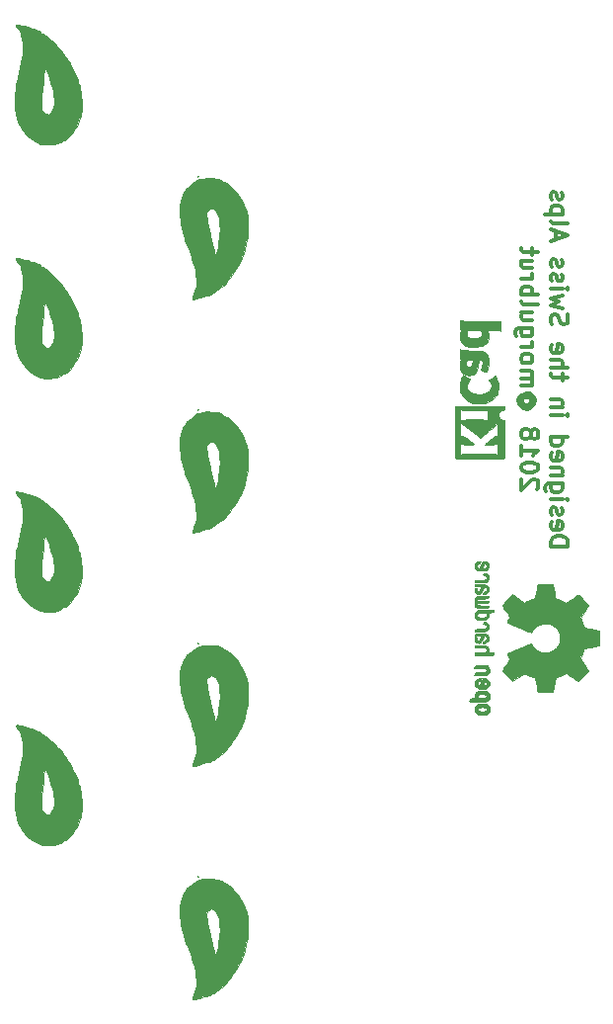
<source format=gbo>
G04 #@! TF.GenerationSoftware,KiCad,Pcbnew,5.0.0*
G04 #@! TF.CreationDate,2018-07-16T21:17:55+02:00*
G04 #@! TF.ProjectId,Heltec_Node,48656C7465635F4E6F64652E6B696361,rev?*
G04 #@! TF.SameCoordinates,Original*
G04 #@! TF.FileFunction,Legend,Bot*
G04 #@! TF.FilePolarity,Positive*
%FSLAX46Y46*%
G04 Gerber Fmt 4.6, Leading zero omitted, Abs format (unit mm)*
G04 Created by KiCad (PCBNEW 5.0.0) date Mon Jul 16 21:17:55 2018*
%MOMM*%
%LPD*%
G01*
G04 APERTURE LIST*
%ADD10C,0.300000*%
%ADD11C,0.010000*%
G04 APERTURE END LIST*
D10*
X138396428Y-125042857D02*
X139896428Y-125042857D01*
X139896428Y-124685714D01*
X139825000Y-124471428D01*
X139682142Y-124328571D01*
X139539285Y-124257142D01*
X139253571Y-124185714D01*
X139039285Y-124185714D01*
X138753571Y-124257142D01*
X138610714Y-124328571D01*
X138467857Y-124471428D01*
X138396428Y-124685714D01*
X138396428Y-125042857D01*
X138467857Y-122971428D02*
X138396428Y-123114285D01*
X138396428Y-123400000D01*
X138467857Y-123542857D01*
X138610714Y-123614285D01*
X139182142Y-123614285D01*
X139325000Y-123542857D01*
X139396428Y-123400000D01*
X139396428Y-123114285D01*
X139325000Y-122971428D01*
X139182142Y-122900000D01*
X139039285Y-122900000D01*
X138896428Y-123614285D01*
X138467857Y-122328571D02*
X138396428Y-122185714D01*
X138396428Y-121900000D01*
X138467857Y-121757142D01*
X138610714Y-121685714D01*
X138682142Y-121685714D01*
X138825000Y-121757142D01*
X138896428Y-121900000D01*
X138896428Y-122114285D01*
X138967857Y-122257142D01*
X139110714Y-122328571D01*
X139182142Y-122328571D01*
X139325000Y-122257142D01*
X139396428Y-122114285D01*
X139396428Y-121900000D01*
X139325000Y-121757142D01*
X138396428Y-121042857D02*
X139396428Y-121042857D01*
X139896428Y-121042857D02*
X139825000Y-121114285D01*
X139753571Y-121042857D01*
X139825000Y-120971428D01*
X139896428Y-121042857D01*
X139753571Y-121042857D01*
X139396428Y-119685714D02*
X138182142Y-119685714D01*
X138039285Y-119757142D01*
X137967857Y-119828571D01*
X137896428Y-119971428D01*
X137896428Y-120185714D01*
X137967857Y-120328571D01*
X138467857Y-119685714D02*
X138396428Y-119828571D01*
X138396428Y-120114285D01*
X138467857Y-120257142D01*
X138539285Y-120328571D01*
X138682142Y-120400000D01*
X139110714Y-120400000D01*
X139253571Y-120328571D01*
X139325000Y-120257142D01*
X139396428Y-120114285D01*
X139396428Y-119828571D01*
X139325000Y-119685714D01*
X139396428Y-118971428D02*
X138396428Y-118971428D01*
X139253571Y-118971428D02*
X139325000Y-118900000D01*
X139396428Y-118757142D01*
X139396428Y-118542857D01*
X139325000Y-118400000D01*
X139182142Y-118328571D01*
X138396428Y-118328571D01*
X138467857Y-117042857D02*
X138396428Y-117185714D01*
X138396428Y-117471428D01*
X138467857Y-117614285D01*
X138610714Y-117685714D01*
X139182142Y-117685714D01*
X139325000Y-117614285D01*
X139396428Y-117471428D01*
X139396428Y-117185714D01*
X139325000Y-117042857D01*
X139182142Y-116971428D01*
X139039285Y-116971428D01*
X138896428Y-117685714D01*
X138396428Y-115685714D02*
X139896428Y-115685714D01*
X138467857Y-115685714D02*
X138396428Y-115828571D01*
X138396428Y-116114285D01*
X138467857Y-116257142D01*
X138539285Y-116328571D01*
X138682142Y-116400000D01*
X139110714Y-116400000D01*
X139253571Y-116328571D01*
X139325000Y-116257142D01*
X139396428Y-116114285D01*
X139396428Y-115828571D01*
X139325000Y-115685714D01*
X138396428Y-113828571D02*
X139396428Y-113828571D01*
X139896428Y-113828571D02*
X139825000Y-113900000D01*
X139753571Y-113828571D01*
X139825000Y-113757142D01*
X139896428Y-113828571D01*
X139753571Y-113828571D01*
X139396428Y-113114285D02*
X138396428Y-113114285D01*
X139253571Y-113114285D02*
X139325000Y-113042857D01*
X139396428Y-112900000D01*
X139396428Y-112685714D01*
X139325000Y-112542857D01*
X139182142Y-112471428D01*
X138396428Y-112471428D01*
X139396428Y-110828571D02*
X139396428Y-110257142D01*
X139896428Y-110614285D02*
X138610714Y-110614285D01*
X138467857Y-110542857D01*
X138396428Y-110400000D01*
X138396428Y-110257142D01*
X138396428Y-109757142D02*
X139896428Y-109757142D01*
X138396428Y-109114285D02*
X139182142Y-109114285D01*
X139325000Y-109185714D01*
X139396428Y-109328571D01*
X139396428Y-109542857D01*
X139325000Y-109685714D01*
X139253571Y-109757142D01*
X138467857Y-107828571D02*
X138396428Y-107971428D01*
X138396428Y-108257142D01*
X138467857Y-108400000D01*
X138610714Y-108471428D01*
X139182142Y-108471428D01*
X139325000Y-108400000D01*
X139396428Y-108257142D01*
X139396428Y-107971428D01*
X139325000Y-107828571D01*
X139182142Y-107757142D01*
X139039285Y-107757142D01*
X138896428Y-108471428D01*
X138467857Y-106042857D02*
X138396428Y-105828571D01*
X138396428Y-105471428D01*
X138467857Y-105328571D01*
X138539285Y-105257142D01*
X138682142Y-105185714D01*
X138825000Y-105185714D01*
X138967857Y-105257142D01*
X139039285Y-105328571D01*
X139110714Y-105471428D01*
X139182142Y-105757142D01*
X139253571Y-105900000D01*
X139325000Y-105971428D01*
X139467857Y-106042857D01*
X139610714Y-106042857D01*
X139753571Y-105971428D01*
X139825000Y-105900000D01*
X139896428Y-105757142D01*
X139896428Y-105400000D01*
X139825000Y-105185714D01*
X139396428Y-104685714D02*
X138396428Y-104400000D01*
X139110714Y-104114285D01*
X138396428Y-103828571D01*
X139396428Y-103542857D01*
X138396428Y-102971428D02*
X139396428Y-102971428D01*
X139896428Y-102971428D02*
X139825000Y-103042857D01*
X139753571Y-102971428D01*
X139825000Y-102900000D01*
X139896428Y-102971428D01*
X139753571Y-102971428D01*
X138467857Y-102328571D02*
X138396428Y-102185714D01*
X138396428Y-101900000D01*
X138467857Y-101757142D01*
X138610714Y-101685714D01*
X138682142Y-101685714D01*
X138825000Y-101757142D01*
X138896428Y-101900000D01*
X138896428Y-102114285D01*
X138967857Y-102257142D01*
X139110714Y-102328571D01*
X139182142Y-102328571D01*
X139325000Y-102257142D01*
X139396428Y-102114285D01*
X139396428Y-101900000D01*
X139325000Y-101757142D01*
X138467857Y-101114285D02*
X138396428Y-100971428D01*
X138396428Y-100685714D01*
X138467857Y-100542857D01*
X138610714Y-100471428D01*
X138682142Y-100471428D01*
X138825000Y-100542857D01*
X138896428Y-100685714D01*
X138896428Y-100900000D01*
X138967857Y-101042857D01*
X139110714Y-101114285D01*
X139182142Y-101114285D01*
X139325000Y-101042857D01*
X139396428Y-100900000D01*
X139396428Y-100685714D01*
X139325000Y-100542857D01*
X138825000Y-98757142D02*
X138825000Y-98042857D01*
X138396428Y-98900000D02*
X139896428Y-98400000D01*
X138396428Y-97900000D01*
X138396428Y-97185714D02*
X138467857Y-97328571D01*
X138610714Y-97400000D01*
X139896428Y-97400000D01*
X139396428Y-96614285D02*
X137896428Y-96614285D01*
X139325000Y-96614285D02*
X139396428Y-96471428D01*
X139396428Y-96185714D01*
X139325000Y-96042857D01*
X139253571Y-95971428D01*
X139110714Y-95900000D01*
X138682142Y-95900000D01*
X138539285Y-95971428D01*
X138467857Y-96042857D01*
X138396428Y-96185714D01*
X138396428Y-96471428D01*
X138467857Y-96614285D01*
X138467857Y-95328571D02*
X138396428Y-95185714D01*
X138396428Y-94900000D01*
X138467857Y-94757142D01*
X138610714Y-94685714D01*
X138682142Y-94685714D01*
X138825000Y-94757142D01*
X138896428Y-94900000D01*
X138896428Y-95114285D01*
X138967857Y-95257142D01*
X139110714Y-95328571D01*
X139182142Y-95328571D01*
X139325000Y-95257142D01*
X139396428Y-95114285D01*
X139396428Y-94900000D01*
X139325000Y-94757142D01*
X137203571Y-120150000D02*
X137275000Y-120078571D01*
X137346428Y-119935714D01*
X137346428Y-119578571D01*
X137275000Y-119435714D01*
X137203571Y-119364285D01*
X137060714Y-119292857D01*
X136917857Y-119292857D01*
X136703571Y-119364285D01*
X135846428Y-120221428D01*
X135846428Y-119292857D01*
X137346428Y-118364285D02*
X137346428Y-118221428D01*
X137275000Y-118078571D01*
X137203571Y-118007142D01*
X137060714Y-117935714D01*
X136775000Y-117864285D01*
X136417857Y-117864285D01*
X136132142Y-117935714D01*
X135989285Y-118007142D01*
X135917857Y-118078571D01*
X135846428Y-118221428D01*
X135846428Y-118364285D01*
X135917857Y-118507142D01*
X135989285Y-118578571D01*
X136132142Y-118650000D01*
X136417857Y-118721428D01*
X136775000Y-118721428D01*
X137060714Y-118650000D01*
X137203571Y-118578571D01*
X137275000Y-118507142D01*
X137346428Y-118364285D01*
X135846428Y-116435714D02*
X135846428Y-117292857D01*
X135846428Y-116864285D02*
X137346428Y-116864285D01*
X137132142Y-117007142D01*
X136989285Y-117150000D01*
X136917857Y-117292857D01*
X136703571Y-115578571D02*
X136775000Y-115721428D01*
X136846428Y-115792857D01*
X136989285Y-115864285D01*
X137060714Y-115864285D01*
X137203571Y-115792857D01*
X137275000Y-115721428D01*
X137346428Y-115578571D01*
X137346428Y-115292857D01*
X137275000Y-115150000D01*
X137203571Y-115078571D01*
X137060714Y-115007142D01*
X136989285Y-115007142D01*
X136846428Y-115078571D01*
X136775000Y-115150000D01*
X136703571Y-115292857D01*
X136703571Y-115578571D01*
X136632142Y-115721428D01*
X136560714Y-115792857D01*
X136417857Y-115864285D01*
X136132142Y-115864285D01*
X135989285Y-115792857D01*
X135917857Y-115721428D01*
X135846428Y-115578571D01*
X135846428Y-115292857D01*
X135917857Y-115150000D01*
X135989285Y-115078571D01*
X136132142Y-115007142D01*
X136417857Y-115007142D01*
X136560714Y-115078571D01*
X136632142Y-115150000D01*
X136703571Y-115292857D01*
X136560714Y-112292857D02*
X136632142Y-112364285D01*
X136703571Y-112507142D01*
X136703571Y-112650000D01*
X136632142Y-112792857D01*
X136560714Y-112864285D01*
X136417857Y-112935714D01*
X136275000Y-112935714D01*
X136132142Y-112864285D01*
X136060714Y-112792857D01*
X135989285Y-112650000D01*
X135989285Y-112507142D01*
X136060714Y-112364285D01*
X136132142Y-112292857D01*
X136703571Y-112292857D02*
X136132142Y-112292857D01*
X136060714Y-112221428D01*
X136060714Y-112150000D01*
X136132142Y-112007142D01*
X136275000Y-111935714D01*
X136632142Y-111935714D01*
X136846428Y-112078571D01*
X136989285Y-112292857D01*
X137060714Y-112578571D01*
X136989285Y-112864285D01*
X136846428Y-113078571D01*
X136632142Y-113221428D01*
X136346428Y-113292857D01*
X136060714Y-113221428D01*
X135846428Y-113078571D01*
X135703571Y-112864285D01*
X135632142Y-112578571D01*
X135703571Y-112292857D01*
X135846428Y-112078571D01*
X135846428Y-111292857D02*
X136846428Y-111292857D01*
X136703571Y-111292857D02*
X136775000Y-111221428D01*
X136846428Y-111078571D01*
X136846428Y-110864285D01*
X136775000Y-110721428D01*
X136632142Y-110650000D01*
X135846428Y-110650000D01*
X136632142Y-110650000D02*
X136775000Y-110578571D01*
X136846428Y-110435714D01*
X136846428Y-110221428D01*
X136775000Y-110078571D01*
X136632142Y-110007142D01*
X135846428Y-110007142D01*
X135846428Y-109078571D02*
X135917857Y-109221428D01*
X135989285Y-109292857D01*
X136132142Y-109364285D01*
X136560714Y-109364285D01*
X136703571Y-109292857D01*
X136775000Y-109221428D01*
X136846428Y-109078571D01*
X136846428Y-108864285D01*
X136775000Y-108721428D01*
X136703571Y-108650000D01*
X136560714Y-108578571D01*
X136132142Y-108578571D01*
X135989285Y-108650000D01*
X135917857Y-108721428D01*
X135846428Y-108864285D01*
X135846428Y-109078571D01*
X135846428Y-107935714D02*
X136846428Y-107935714D01*
X136560714Y-107935714D02*
X136703571Y-107864285D01*
X136775000Y-107792857D01*
X136846428Y-107650000D01*
X136846428Y-107507142D01*
X136846428Y-106364285D02*
X135632142Y-106364285D01*
X135489285Y-106435714D01*
X135417857Y-106507142D01*
X135346428Y-106650000D01*
X135346428Y-106864285D01*
X135417857Y-107007142D01*
X135917857Y-106364285D02*
X135846428Y-106507142D01*
X135846428Y-106792857D01*
X135917857Y-106935714D01*
X135989285Y-107007142D01*
X136132142Y-107078571D01*
X136560714Y-107078571D01*
X136703571Y-107007142D01*
X136775000Y-106935714D01*
X136846428Y-106792857D01*
X136846428Y-106507142D01*
X136775000Y-106364285D01*
X136846428Y-105007142D02*
X135846428Y-105007142D01*
X136846428Y-105650000D02*
X136060714Y-105650000D01*
X135917857Y-105578571D01*
X135846428Y-105435714D01*
X135846428Y-105221428D01*
X135917857Y-105078571D01*
X135989285Y-105007142D01*
X135846428Y-104078571D02*
X135917857Y-104221428D01*
X136060714Y-104292857D01*
X137346428Y-104292857D01*
X135846428Y-103507142D02*
X137346428Y-103507142D01*
X136775000Y-103507142D02*
X136846428Y-103364285D01*
X136846428Y-103078571D01*
X136775000Y-102935714D01*
X136703571Y-102864285D01*
X136560714Y-102792857D01*
X136132142Y-102792857D01*
X135989285Y-102864285D01*
X135917857Y-102935714D01*
X135846428Y-103078571D01*
X135846428Y-103364285D01*
X135917857Y-103507142D01*
X135846428Y-102150000D02*
X136846428Y-102150000D01*
X136560714Y-102150000D02*
X136703571Y-102078571D01*
X136775000Y-102007142D01*
X136846428Y-101864285D01*
X136846428Y-101721428D01*
X136846428Y-100578571D02*
X135846428Y-100578571D01*
X136846428Y-101221428D02*
X136060714Y-101221428D01*
X135917857Y-101150000D01*
X135846428Y-101007142D01*
X135846428Y-100792857D01*
X135917857Y-100650000D01*
X135989285Y-100578571D01*
X136846428Y-100078571D02*
X136846428Y-99507142D01*
X137346428Y-99864285D02*
X136060714Y-99864285D01*
X135917857Y-99792857D01*
X135846428Y-99650000D01*
X135846428Y-99507142D01*
D11*
G04 #@! TO.C,G\002A\002A\002A*
G36*
X98206958Y-87220799D02*
X98187926Y-86869049D01*
X98155250Y-86502010D01*
X98111775Y-86149908D01*
X98060346Y-85842969D01*
X98003809Y-85611419D01*
X97945010Y-85485485D01*
X97926915Y-85472666D01*
X97872435Y-85390426D01*
X97855429Y-85268406D01*
X97824846Y-85086344D01*
X97747047Y-84841943D01*
X97642955Y-84586837D01*
X97533494Y-84372661D01*
X97444826Y-84255142D01*
X97361630Y-84118367D01*
X97347429Y-84033493D01*
X97308635Y-83898076D01*
X97208569Y-83696862D01*
X97111571Y-83538933D01*
X96967499Y-83320594D01*
X96846926Y-83133674D01*
X96795043Y-83050188D01*
X96629555Y-82812800D01*
X96397837Y-82534192D01*
X96121136Y-82234458D01*
X95820699Y-81933697D01*
X95517773Y-81652006D01*
X95233604Y-81409482D01*
X94989440Y-81226221D01*
X94806527Y-81122322D01*
X94739924Y-81106286D01*
X94665345Y-81059625D01*
X94662286Y-81041706D01*
X94601683Y-80975520D01*
X94451379Y-80883899D01*
X94258632Y-80789458D01*
X94070701Y-80714813D01*
X93934844Y-80682577D01*
X93914413Y-80683824D01*
X93788339Y-80664793D01*
X93668844Y-80613321D01*
X93523887Y-80555396D01*
X93304448Y-80491491D01*
X93052855Y-80430889D01*
X92811433Y-80382871D01*
X92622512Y-80356717D01*
X92528418Y-80361709D01*
X92526966Y-80362938D01*
X92544750Y-80436978D01*
X92628311Y-80590593D01*
X92721691Y-80734516D01*
X92843315Y-80916204D01*
X92918395Y-81038033D01*
X92931439Y-81070000D01*
X92938452Y-81128330D01*
X92982511Y-81259751D01*
X93049307Y-81516372D01*
X93100318Y-81866316D01*
X93131435Y-82258235D01*
X93138550Y-82640779D01*
X93118305Y-82956857D01*
X93066577Y-83288133D01*
X92990436Y-83691194D01*
X92899820Y-84120554D01*
X92804669Y-84530722D01*
X92714918Y-84876211D01*
X92658525Y-85061428D01*
X92564419Y-85430824D01*
X92492395Y-85896638D01*
X92446277Y-86411299D01*
X92429889Y-86927237D01*
X92447055Y-87396879D01*
X92460169Y-87528857D01*
X92522968Y-87956140D01*
X92603834Y-88357876D01*
X92693093Y-88690837D01*
X92760653Y-88871428D01*
X93101343Y-89444919D01*
X93543979Y-89932150D01*
X94069338Y-90316251D01*
X94480857Y-90500816D01*
X94480857Y-81904571D01*
X94444571Y-81868286D01*
X94480857Y-81832000D01*
X94517143Y-81868286D01*
X94480857Y-81904571D01*
X94480857Y-90500816D01*
X94658195Y-90580352D01*
X94734857Y-90603954D01*
X95025611Y-90653071D01*
X95281309Y-90656534D01*
X95281309Y-88057636D01*
X95160663Y-88031448D01*
X95041798Y-87952206D01*
X94876251Y-87798940D01*
X94761121Y-87642183D01*
X94719218Y-87467367D01*
X94702345Y-87175936D01*
X94709916Y-86794139D01*
X94741347Y-86348226D01*
X94796054Y-85864447D01*
X94801620Y-85823428D01*
X94867880Y-85260650D01*
X94922285Y-84641840D01*
X94947747Y-84245000D01*
X94978400Y-84155040D01*
X95044878Y-84178201D01*
X95133576Y-84291136D01*
X95230890Y-84470497D01*
X95323215Y-84692938D01*
X95396948Y-84935112D01*
X95423483Y-85061428D01*
X95468040Y-85263755D01*
X95516401Y-85405090D01*
X95527647Y-85424285D01*
X95583218Y-85555714D01*
X95645671Y-85789739D01*
X95706661Y-86084618D01*
X95757844Y-86398604D01*
X95790876Y-86689953D01*
X95796007Y-86766857D01*
X95785556Y-87154697D01*
X95719682Y-87507991D01*
X95608526Y-87793053D01*
X95462230Y-87976197D01*
X95424619Y-88000393D01*
X95281309Y-88057636D01*
X95281309Y-90656534D01*
X95370507Y-90657743D01*
X95714571Y-90625098D01*
X95714571Y-89161714D01*
X95678286Y-89125428D01*
X95714571Y-89089143D01*
X95750857Y-89125428D01*
X95714571Y-89161714D01*
X95714571Y-90625098D01*
X95729298Y-90623700D01*
X96061736Y-90556678D01*
X96327574Y-90462407D01*
X96479652Y-90355430D01*
X96614056Y-90264795D01*
X96686555Y-90250286D01*
X96805810Y-90197143D01*
X96975937Y-90061175D01*
X97163316Y-89877574D01*
X97334331Y-89681532D01*
X97455362Y-89508239D01*
X97493825Y-89405238D01*
X97542625Y-89316597D01*
X97658840Y-89187989D01*
X97663983Y-89183088D01*
X97754615Y-89056561D01*
X97859496Y-88851824D01*
X97963587Y-88607993D01*
X98051853Y-88364183D01*
X98109257Y-88159508D01*
X98120762Y-88033083D01*
X98112671Y-88015909D01*
X98118461Y-87936610D01*
X98153732Y-87882053D01*
X98192706Y-87757527D01*
X98209500Y-87527033D01*
X98206958Y-87220799D01*
X98206958Y-87220799D01*
G37*
X98206958Y-87220799D02*
X98187926Y-86869049D01*
X98155250Y-86502010D01*
X98111775Y-86149908D01*
X98060346Y-85842969D01*
X98003809Y-85611419D01*
X97945010Y-85485485D01*
X97926915Y-85472666D01*
X97872435Y-85390426D01*
X97855429Y-85268406D01*
X97824846Y-85086344D01*
X97747047Y-84841943D01*
X97642955Y-84586837D01*
X97533494Y-84372661D01*
X97444826Y-84255142D01*
X97361630Y-84118367D01*
X97347429Y-84033493D01*
X97308635Y-83898076D01*
X97208569Y-83696862D01*
X97111571Y-83538933D01*
X96967499Y-83320594D01*
X96846926Y-83133674D01*
X96795043Y-83050188D01*
X96629555Y-82812800D01*
X96397837Y-82534192D01*
X96121136Y-82234458D01*
X95820699Y-81933697D01*
X95517773Y-81652006D01*
X95233604Y-81409482D01*
X94989440Y-81226221D01*
X94806527Y-81122322D01*
X94739924Y-81106286D01*
X94665345Y-81059625D01*
X94662286Y-81041706D01*
X94601683Y-80975520D01*
X94451379Y-80883899D01*
X94258632Y-80789458D01*
X94070701Y-80714813D01*
X93934844Y-80682577D01*
X93914413Y-80683824D01*
X93788339Y-80664793D01*
X93668844Y-80613321D01*
X93523887Y-80555396D01*
X93304448Y-80491491D01*
X93052855Y-80430889D01*
X92811433Y-80382871D01*
X92622512Y-80356717D01*
X92528418Y-80361709D01*
X92526966Y-80362938D01*
X92544750Y-80436978D01*
X92628311Y-80590593D01*
X92721691Y-80734516D01*
X92843315Y-80916204D01*
X92918395Y-81038033D01*
X92931439Y-81070000D01*
X92938452Y-81128330D01*
X92982511Y-81259751D01*
X93049307Y-81516372D01*
X93100318Y-81866316D01*
X93131435Y-82258235D01*
X93138550Y-82640779D01*
X93118305Y-82956857D01*
X93066577Y-83288133D01*
X92990436Y-83691194D01*
X92899820Y-84120554D01*
X92804669Y-84530722D01*
X92714918Y-84876211D01*
X92658525Y-85061428D01*
X92564419Y-85430824D01*
X92492395Y-85896638D01*
X92446277Y-86411299D01*
X92429889Y-86927237D01*
X92447055Y-87396879D01*
X92460169Y-87528857D01*
X92522968Y-87956140D01*
X92603834Y-88357876D01*
X92693093Y-88690837D01*
X92760653Y-88871428D01*
X93101343Y-89444919D01*
X93543979Y-89932150D01*
X94069338Y-90316251D01*
X94480857Y-90500816D01*
X94480857Y-81904571D01*
X94444571Y-81868286D01*
X94480857Y-81832000D01*
X94517143Y-81868286D01*
X94480857Y-81904571D01*
X94480857Y-90500816D01*
X94658195Y-90580352D01*
X94734857Y-90603954D01*
X95025611Y-90653071D01*
X95281309Y-90656534D01*
X95281309Y-88057636D01*
X95160663Y-88031448D01*
X95041798Y-87952206D01*
X94876251Y-87798940D01*
X94761121Y-87642183D01*
X94719218Y-87467367D01*
X94702345Y-87175936D01*
X94709916Y-86794139D01*
X94741347Y-86348226D01*
X94796054Y-85864447D01*
X94801620Y-85823428D01*
X94867880Y-85260650D01*
X94922285Y-84641840D01*
X94947747Y-84245000D01*
X94978400Y-84155040D01*
X95044878Y-84178201D01*
X95133576Y-84291136D01*
X95230890Y-84470497D01*
X95323215Y-84692938D01*
X95396948Y-84935112D01*
X95423483Y-85061428D01*
X95468040Y-85263755D01*
X95516401Y-85405090D01*
X95527647Y-85424285D01*
X95583218Y-85555714D01*
X95645671Y-85789739D01*
X95706661Y-86084618D01*
X95757844Y-86398604D01*
X95790876Y-86689953D01*
X95796007Y-86766857D01*
X95785556Y-87154697D01*
X95719682Y-87507991D01*
X95608526Y-87793053D01*
X95462230Y-87976197D01*
X95424619Y-88000393D01*
X95281309Y-88057636D01*
X95281309Y-90656534D01*
X95370507Y-90657743D01*
X95714571Y-90625098D01*
X95714571Y-89161714D01*
X95678286Y-89125428D01*
X95714571Y-89089143D01*
X95750857Y-89125428D01*
X95714571Y-89161714D01*
X95714571Y-90625098D01*
X95729298Y-90623700D01*
X96061736Y-90556678D01*
X96327574Y-90462407D01*
X96479652Y-90355430D01*
X96614056Y-90264795D01*
X96686555Y-90250286D01*
X96805810Y-90197143D01*
X96975937Y-90061175D01*
X97163316Y-89877574D01*
X97334331Y-89681532D01*
X97455362Y-89508239D01*
X97493825Y-89405238D01*
X97542625Y-89316597D01*
X97658840Y-89187989D01*
X97663983Y-89183088D01*
X97754615Y-89056561D01*
X97859496Y-88851824D01*
X97963587Y-88607993D01*
X98051853Y-88364183D01*
X98109257Y-88159508D01*
X98120762Y-88033083D01*
X98112671Y-88015909D01*
X98118461Y-87936610D01*
X98153732Y-87882053D01*
X98192706Y-87757527D01*
X98209500Y-87527033D01*
X98206958Y-87220799D01*
G36*
X112417994Y-97557384D02*
X112417170Y-97507428D01*
X112404699Y-97066683D01*
X112383443Y-96741791D01*
X112349918Y-96503560D01*
X112300640Y-96322795D01*
X112265624Y-96237428D01*
X112163192Y-96009596D01*
X112075398Y-95805367D01*
X112059195Y-95765714D01*
X111838968Y-95291063D01*
X111590898Y-94911004D01*
X111535143Y-94841559D01*
X111243693Y-94514038D01*
X110954973Y-94231974D01*
X110699617Y-94023936D01*
X110576038Y-93946984D01*
X110423124Y-93862969D01*
X110337917Y-93806603D01*
X110337714Y-93806401D01*
X110124172Y-93674297D01*
X109804004Y-93578476D01*
X109411944Y-93522294D01*
X108982727Y-93509109D01*
X108551085Y-93542279D01*
X108233143Y-93602975D01*
X108048038Y-93685444D01*
X107808465Y-93839728D01*
X107561653Y-94034087D01*
X107475509Y-94112116D01*
X107329698Y-94239583D01*
X107227606Y-94309637D01*
X107212019Y-94314286D01*
X107157319Y-94375653D01*
X107062895Y-94537871D01*
X106945560Y-94768110D01*
X106822129Y-95033542D01*
X106719544Y-95275836D01*
X106655958Y-95529330D01*
X106616605Y-95889869D01*
X106603102Y-96321131D01*
X106617060Y-96786792D01*
X106639728Y-97072000D01*
X106683168Y-97420719D01*
X106740980Y-97772256D01*
X106801624Y-98057590D01*
X106809595Y-98088000D01*
X106887790Y-98379001D01*
X106964865Y-98669901D01*
X106996828Y-98792305D01*
X107066042Y-99004358D01*
X107142796Y-99162728D01*
X107164632Y-99191448D01*
X107232210Y-99308074D01*
X107317558Y-99515502D01*
X107386935Y-99720857D01*
X107474891Y-99993844D01*
X107562455Y-100243595D01*
X107613312Y-100374000D01*
X107714255Y-100667293D01*
X107814151Y-101054730D01*
X107902078Y-101485647D01*
X107967116Y-101909381D01*
X107988738Y-102115714D01*
X108010439Y-102372349D01*
X108027639Y-102566716D01*
X108036785Y-102658714D01*
X108036982Y-102660000D01*
X108023220Y-102789673D01*
X107967994Y-103003609D01*
X107886207Y-103252319D01*
X107792759Y-103486314D01*
X107779396Y-103515505D01*
X107703114Y-103707553D01*
X107674115Y-103842759D01*
X107681713Y-103874474D01*
X107767599Y-103874938D01*
X107956165Y-103835346D01*
X108124286Y-103788350D01*
X108124286Y-100555428D01*
X108088000Y-100519143D01*
X108124286Y-100482857D01*
X108124286Y-97870286D01*
X108088000Y-97834000D01*
X108124286Y-97797714D01*
X108160572Y-97834000D01*
X108124286Y-97870286D01*
X108124286Y-100482857D01*
X108160572Y-100519143D01*
X108124286Y-100555428D01*
X108124286Y-103788350D01*
X108213074Y-103763530D01*
X108330338Y-103726540D01*
X108623410Y-103636888D01*
X108879693Y-103568844D01*
X109056227Y-103533474D01*
X109090179Y-103530857D01*
X109140286Y-103519653D01*
X109140286Y-102006857D01*
X109104000Y-101970571D01*
X109140286Y-101934286D01*
X109176571Y-101970571D01*
X109140286Y-102006857D01*
X109140286Y-103519653D01*
X109215415Y-103502852D01*
X109249143Y-103458286D01*
X109307923Y-103393902D01*
X109358000Y-103385714D01*
X109482879Y-103337362D01*
X109587810Y-103254306D01*
X109587810Y-100531238D01*
X109544666Y-100521276D01*
X109539429Y-100482857D01*
X109565981Y-100423122D01*
X109575714Y-100428184D01*
X109575714Y-100192571D01*
X109539429Y-100156285D01*
X109575714Y-100120000D01*
X109612000Y-100156285D01*
X109575714Y-100192571D01*
X109575714Y-100428184D01*
X109587810Y-100434476D01*
X109596495Y-100520601D01*
X109587810Y-100531238D01*
X109587810Y-103254306D01*
X109624384Y-103225356D01*
X109624384Y-99991783D01*
X109570616Y-99973724D01*
X109541931Y-99834861D01*
X109539429Y-99749330D01*
X109519221Y-99588777D01*
X109477089Y-99509466D01*
X109434343Y-99421156D01*
X109391581Y-99235820D01*
X109369297Y-99084212D01*
X109316833Y-98791004D01*
X109231443Y-98457250D01*
X109170092Y-98265743D01*
X109089445Y-97990185D01*
X109009107Y-97633883D01*
X108942930Y-97260598D01*
X108926561Y-97144571D01*
X108836784Y-96455143D01*
X109037155Y-96257321D01*
X109184797Y-96130954D01*
X109307471Y-96098575D01*
X109455193Y-96135379D01*
X109653045Y-96278288D01*
X109811270Y-96544509D01*
X109927263Y-96917013D01*
X109998418Y-97378770D01*
X110022130Y-97912751D01*
X109995792Y-98501926D01*
X109916799Y-99129266D01*
X109914965Y-99140286D01*
X109848524Y-99463289D01*
X109772103Y-99722350D01*
X109694468Y-99903253D01*
X109624384Y-99991783D01*
X109624384Y-103225356D01*
X109628083Y-103222428D01*
X109797409Y-103079032D01*
X109946787Y-102986571D01*
X110091064Y-102898225D01*
X110269455Y-102760984D01*
X110443836Y-102608229D01*
X110576077Y-102473344D01*
X110628057Y-102390074D01*
X110672128Y-102306794D01*
X110784312Y-102157949D01*
X110863914Y-102063482D01*
X111108946Y-101776556D01*
X111264058Y-101578214D01*
X111340644Y-101453113D01*
X111353714Y-101403907D01*
X111391500Y-101311194D01*
X111488459Y-101143788D01*
X111571429Y-101015886D01*
X111693144Y-100827621D01*
X111772162Y-100690206D01*
X111789143Y-100647274D01*
X111817627Y-100559152D01*
X111889464Y-100390649D01*
X111928470Y-100306198D01*
X112042371Y-100017454D01*
X112165607Y-99623750D01*
X112286890Y-99163798D01*
X112374239Y-98777428D01*
X112395825Y-98595173D01*
X112411168Y-98305792D01*
X112418985Y-97947218D01*
X112417994Y-97557384D01*
X112417994Y-97557384D01*
G37*
X112417994Y-97557384D02*
X112417170Y-97507428D01*
X112404699Y-97066683D01*
X112383443Y-96741791D01*
X112349918Y-96503560D01*
X112300640Y-96322795D01*
X112265624Y-96237428D01*
X112163192Y-96009596D01*
X112075398Y-95805367D01*
X112059195Y-95765714D01*
X111838968Y-95291063D01*
X111590898Y-94911004D01*
X111535143Y-94841559D01*
X111243693Y-94514038D01*
X110954973Y-94231974D01*
X110699617Y-94023936D01*
X110576038Y-93946984D01*
X110423124Y-93862969D01*
X110337917Y-93806603D01*
X110337714Y-93806401D01*
X110124172Y-93674297D01*
X109804004Y-93578476D01*
X109411944Y-93522294D01*
X108982727Y-93509109D01*
X108551085Y-93542279D01*
X108233143Y-93602975D01*
X108048038Y-93685444D01*
X107808465Y-93839728D01*
X107561653Y-94034087D01*
X107475509Y-94112116D01*
X107329698Y-94239583D01*
X107227606Y-94309637D01*
X107212019Y-94314286D01*
X107157319Y-94375653D01*
X107062895Y-94537871D01*
X106945560Y-94768110D01*
X106822129Y-95033542D01*
X106719544Y-95275836D01*
X106655958Y-95529330D01*
X106616605Y-95889869D01*
X106603102Y-96321131D01*
X106617060Y-96786792D01*
X106639728Y-97072000D01*
X106683168Y-97420719D01*
X106740980Y-97772256D01*
X106801624Y-98057590D01*
X106809595Y-98088000D01*
X106887790Y-98379001D01*
X106964865Y-98669901D01*
X106996828Y-98792305D01*
X107066042Y-99004358D01*
X107142796Y-99162728D01*
X107164632Y-99191448D01*
X107232210Y-99308074D01*
X107317558Y-99515502D01*
X107386935Y-99720857D01*
X107474891Y-99993844D01*
X107562455Y-100243595D01*
X107613312Y-100374000D01*
X107714255Y-100667293D01*
X107814151Y-101054730D01*
X107902078Y-101485647D01*
X107967116Y-101909381D01*
X107988738Y-102115714D01*
X108010439Y-102372349D01*
X108027639Y-102566716D01*
X108036785Y-102658714D01*
X108036982Y-102660000D01*
X108023220Y-102789673D01*
X107967994Y-103003609D01*
X107886207Y-103252319D01*
X107792759Y-103486314D01*
X107779396Y-103515505D01*
X107703114Y-103707553D01*
X107674115Y-103842759D01*
X107681713Y-103874474D01*
X107767599Y-103874938D01*
X107956165Y-103835346D01*
X108124286Y-103788350D01*
X108124286Y-100555428D01*
X108088000Y-100519143D01*
X108124286Y-100482857D01*
X108124286Y-97870286D01*
X108088000Y-97834000D01*
X108124286Y-97797714D01*
X108160572Y-97834000D01*
X108124286Y-97870286D01*
X108124286Y-100482857D01*
X108160572Y-100519143D01*
X108124286Y-100555428D01*
X108124286Y-103788350D01*
X108213074Y-103763530D01*
X108330338Y-103726540D01*
X108623410Y-103636888D01*
X108879693Y-103568844D01*
X109056227Y-103533474D01*
X109090179Y-103530857D01*
X109140286Y-103519653D01*
X109140286Y-102006857D01*
X109104000Y-101970571D01*
X109140286Y-101934286D01*
X109176571Y-101970571D01*
X109140286Y-102006857D01*
X109140286Y-103519653D01*
X109215415Y-103502852D01*
X109249143Y-103458286D01*
X109307923Y-103393902D01*
X109358000Y-103385714D01*
X109482879Y-103337362D01*
X109587810Y-103254306D01*
X109587810Y-100531238D01*
X109544666Y-100521276D01*
X109539429Y-100482857D01*
X109565981Y-100423122D01*
X109575714Y-100428184D01*
X109575714Y-100192571D01*
X109539429Y-100156285D01*
X109575714Y-100120000D01*
X109612000Y-100156285D01*
X109575714Y-100192571D01*
X109575714Y-100428184D01*
X109587810Y-100434476D01*
X109596495Y-100520601D01*
X109587810Y-100531238D01*
X109587810Y-103254306D01*
X109624384Y-103225356D01*
X109624384Y-99991783D01*
X109570616Y-99973724D01*
X109541931Y-99834861D01*
X109539429Y-99749330D01*
X109519221Y-99588777D01*
X109477089Y-99509466D01*
X109434343Y-99421156D01*
X109391581Y-99235820D01*
X109369297Y-99084212D01*
X109316833Y-98791004D01*
X109231443Y-98457250D01*
X109170092Y-98265743D01*
X109089445Y-97990185D01*
X109009107Y-97633883D01*
X108942930Y-97260598D01*
X108926561Y-97144571D01*
X108836784Y-96455143D01*
X109037155Y-96257321D01*
X109184797Y-96130954D01*
X109307471Y-96098575D01*
X109455193Y-96135379D01*
X109653045Y-96278288D01*
X109811270Y-96544509D01*
X109927263Y-96917013D01*
X109998418Y-97378770D01*
X110022130Y-97912751D01*
X109995792Y-98501926D01*
X109916799Y-99129266D01*
X109914965Y-99140286D01*
X109848524Y-99463289D01*
X109772103Y-99722350D01*
X109694468Y-99903253D01*
X109624384Y-99991783D01*
X109624384Y-103225356D01*
X109628083Y-103222428D01*
X109797409Y-103079032D01*
X109946787Y-102986571D01*
X110091064Y-102898225D01*
X110269455Y-102760984D01*
X110443836Y-102608229D01*
X110576077Y-102473344D01*
X110628057Y-102390074D01*
X110672128Y-102306794D01*
X110784312Y-102157949D01*
X110863914Y-102063482D01*
X111108946Y-101776556D01*
X111264058Y-101578214D01*
X111340644Y-101453113D01*
X111353714Y-101403907D01*
X111391500Y-101311194D01*
X111488459Y-101143788D01*
X111571429Y-101015886D01*
X111693144Y-100827621D01*
X111772162Y-100690206D01*
X111789143Y-100647274D01*
X111817627Y-100559152D01*
X111889464Y-100390649D01*
X111928470Y-100306198D01*
X112042371Y-100017454D01*
X112165607Y-99623750D01*
X112286890Y-99163798D01*
X112374239Y-98777428D01*
X112395825Y-98595173D01*
X112411168Y-98305792D01*
X112418985Y-97947218D01*
X112417994Y-97557384D01*
G36*
X108124286Y-93298286D02*
X108088000Y-93334571D01*
X108124286Y-93370857D01*
X108160572Y-93334571D01*
X108124286Y-93298286D01*
X108124286Y-93298286D01*
G37*
X108124286Y-93298286D02*
X108088000Y-93334571D01*
X108124286Y-93370857D01*
X108160572Y-93334571D01*
X108124286Y-93298286D01*
G36*
X98206958Y-107220799D02*
X98187926Y-106869049D01*
X98155250Y-106502010D01*
X98111775Y-106149908D01*
X98060346Y-105842969D01*
X98003809Y-105611419D01*
X97945010Y-105485485D01*
X97926915Y-105472666D01*
X97872435Y-105390426D01*
X97855429Y-105268406D01*
X97824846Y-105086344D01*
X97747047Y-104841943D01*
X97642955Y-104586837D01*
X97533494Y-104372661D01*
X97444826Y-104255142D01*
X97361630Y-104118367D01*
X97347429Y-104033493D01*
X97308635Y-103898076D01*
X97208569Y-103696862D01*
X97111571Y-103538933D01*
X96967499Y-103320594D01*
X96846926Y-103133674D01*
X96795043Y-103050188D01*
X96629555Y-102812800D01*
X96397837Y-102534192D01*
X96121136Y-102234458D01*
X95820699Y-101933697D01*
X95517773Y-101652006D01*
X95233604Y-101409482D01*
X94989440Y-101226221D01*
X94806527Y-101122322D01*
X94739924Y-101106286D01*
X94665345Y-101059625D01*
X94662286Y-101041706D01*
X94601683Y-100975520D01*
X94451379Y-100883899D01*
X94258632Y-100789458D01*
X94070701Y-100714813D01*
X93934844Y-100682577D01*
X93914413Y-100683824D01*
X93788339Y-100664793D01*
X93668844Y-100613321D01*
X93523887Y-100555396D01*
X93304448Y-100491491D01*
X93052855Y-100430889D01*
X92811433Y-100382871D01*
X92622512Y-100356717D01*
X92528418Y-100361709D01*
X92526966Y-100362938D01*
X92544750Y-100436978D01*
X92628311Y-100590593D01*
X92721691Y-100734516D01*
X92843315Y-100916204D01*
X92918395Y-101038033D01*
X92931439Y-101070000D01*
X92938452Y-101128330D01*
X92982511Y-101259751D01*
X93049307Y-101516372D01*
X93100318Y-101866316D01*
X93131435Y-102258235D01*
X93138550Y-102640779D01*
X93118305Y-102956857D01*
X93066577Y-103288133D01*
X92990436Y-103691194D01*
X92899820Y-104120554D01*
X92804669Y-104530722D01*
X92714918Y-104876211D01*
X92658525Y-105061428D01*
X92564419Y-105430824D01*
X92492395Y-105896638D01*
X92446277Y-106411299D01*
X92429889Y-106927237D01*
X92447055Y-107396879D01*
X92460169Y-107528857D01*
X92522968Y-107956140D01*
X92603834Y-108357876D01*
X92693093Y-108690837D01*
X92760653Y-108871428D01*
X93101343Y-109444919D01*
X93543979Y-109932150D01*
X94069338Y-110316251D01*
X94480857Y-110500816D01*
X94480857Y-101904571D01*
X94444571Y-101868286D01*
X94480857Y-101832000D01*
X94517143Y-101868286D01*
X94480857Y-101904571D01*
X94480857Y-110500816D01*
X94658195Y-110580352D01*
X94734857Y-110603954D01*
X95025611Y-110653071D01*
X95281309Y-110656534D01*
X95281309Y-108057636D01*
X95160663Y-108031448D01*
X95041798Y-107952206D01*
X94876251Y-107798940D01*
X94761121Y-107642183D01*
X94719218Y-107467367D01*
X94702345Y-107175936D01*
X94709916Y-106794139D01*
X94741347Y-106348226D01*
X94796054Y-105864447D01*
X94801620Y-105823428D01*
X94867880Y-105260650D01*
X94922285Y-104641840D01*
X94947747Y-104245000D01*
X94978400Y-104155040D01*
X95044878Y-104178201D01*
X95133576Y-104291136D01*
X95230890Y-104470497D01*
X95323215Y-104692938D01*
X95396948Y-104935112D01*
X95423483Y-105061428D01*
X95468040Y-105263755D01*
X95516401Y-105405090D01*
X95527647Y-105424285D01*
X95583218Y-105555714D01*
X95645671Y-105789739D01*
X95706661Y-106084618D01*
X95757844Y-106398604D01*
X95790876Y-106689953D01*
X95796007Y-106766857D01*
X95785556Y-107154697D01*
X95719682Y-107507991D01*
X95608526Y-107793053D01*
X95462230Y-107976197D01*
X95424619Y-108000393D01*
X95281309Y-108057636D01*
X95281309Y-110656534D01*
X95370507Y-110657743D01*
X95714571Y-110625098D01*
X95714571Y-109161714D01*
X95678286Y-109125428D01*
X95714571Y-109089143D01*
X95750857Y-109125428D01*
X95714571Y-109161714D01*
X95714571Y-110625098D01*
X95729298Y-110623700D01*
X96061736Y-110556678D01*
X96327574Y-110462407D01*
X96479652Y-110355430D01*
X96614056Y-110264795D01*
X96686555Y-110250286D01*
X96805810Y-110197143D01*
X96975937Y-110061175D01*
X97163316Y-109877574D01*
X97334331Y-109681532D01*
X97455362Y-109508239D01*
X97493825Y-109405238D01*
X97542625Y-109316597D01*
X97658840Y-109187989D01*
X97663983Y-109183088D01*
X97754615Y-109056561D01*
X97859496Y-108851824D01*
X97963587Y-108607993D01*
X98051853Y-108364183D01*
X98109257Y-108159508D01*
X98120762Y-108033083D01*
X98112671Y-108015909D01*
X98118461Y-107936610D01*
X98153732Y-107882053D01*
X98192706Y-107757527D01*
X98209500Y-107527033D01*
X98206958Y-107220799D01*
X98206958Y-107220799D01*
G37*
X98206958Y-107220799D02*
X98187926Y-106869049D01*
X98155250Y-106502010D01*
X98111775Y-106149908D01*
X98060346Y-105842969D01*
X98003809Y-105611419D01*
X97945010Y-105485485D01*
X97926915Y-105472666D01*
X97872435Y-105390426D01*
X97855429Y-105268406D01*
X97824846Y-105086344D01*
X97747047Y-104841943D01*
X97642955Y-104586837D01*
X97533494Y-104372661D01*
X97444826Y-104255142D01*
X97361630Y-104118367D01*
X97347429Y-104033493D01*
X97308635Y-103898076D01*
X97208569Y-103696862D01*
X97111571Y-103538933D01*
X96967499Y-103320594D01*
X96846926Y-103133674D01*
X96795043Y-103050188D01*
X96629555Y-102812800D01*
X96397837Y-102534192D01*
X96121136Y-102234458D01*
X95820699Y-101933697D01*
X95517773Y-101652006D01*
X95233604Y-101409482D01*
X94989440Y-101226221D01*
X94806527Y-101122322D01*
X94739924Y-101106286D01*
X94665345Y-101059625D01*
X94662286Y-101041706D01*
X94601683Y-100975520D01*
X94451379Y-100883899D01*
X94258632Y-100789458D01*
X94070701Y-100714813D01*
X93934844Y-100682577D01*
X93914413Y-100683824D01*
X93788339Y-100664793D01*
X93668844Y-100613321D01*
X93523887Y-100555396D01*
X93304448Y-100491491D01*
X93052855Y-100430889D01*
X92811433Y-100382871D01*
X92622512Y-100356717D01*
X92528418Y-100361709D01*
X92526966Y-100362938D01*
X92544750Y-100436978D01*
X92628311Y-100590593D01*
X92721691Y-100734516D01*
X92843315Y-100916204D01*
X92918395Y-101038033D01*
X92931439Y-101070000D01*
X92938452Y-101128330D01*
X92982511Y-101259751D01*
X93049307Y-101516372D01*
X93100318Y-101866316D01*
X93131435Y-102258235D01*
X93138550Y-102640779D01*
X93118305Y-102956857D01*
X93066577Y-103288133D01*
X92990436Y-103691194D01*
X92899820Y-104120554D01*
X92804669Y-104530722D01*
X92714918Y-104876211D01*
X92658525Y-105061428D01*
X92564419Y-105430824D01*
X92492395Y-105896638D01*
X92446277Y-106411299D01*
X92429889Y-106927237D01*
X92447055Y-107396879D01*
X92460169Y-107528857D01*
X92522968Y-107956140D01*
X92603834Y-108357876D01*
X92693093Y-108690837D01*
X92760653Y-108871428D01*
X93101343Y-109444919D01*
X93543979Y-109932150D01*
X94069338Y-110316251D01*
X94480857Y-110500816D01*
X94480857Y-101904571D01*
X94444571Y-101868286D01*
X94480857Y-101832000D01*
X94517143Y-101868286D01*
X94480857Y-101904571D01*
X94480857Y-110500816D01*
X94658195Y-110580352D01*
X94734857Y-110603954D01*
X95025611Y-110653071D01*
X95281309Y-110656534D01*
X95281309Y-108057636D01*
X95160663Y-108031448D01*
X95041798Y-107952206D01*
X94876251Y-107798940D01*
X94761121Y-107642183D01*
X94719218Y-107467367D01*
X94702345Y-107175936D01*
X94709916Y-106794139D01*
X94741347Y-106348226D01*
X94796054Y-105864447D01*
X94801620Y-105823428D01*
X94867880Y-105260650D01*
X94922285Y-104641840D01*
X94947747Y-104245000D01*
X94978400Y-104155040D01*
X95044878Y-104178201D01*
X95133576Y-104291136D01*
X95230890Y-104470497D01*
X95323215Y-104692938D01*
X95396948Y-104935112D01*
X95423483Y-105061428D01*
X95468040Y-105263755D01*
X95516401Y-105405090D01*
X95527647Y-105424285D01*
X95583218Y-105555714D01*
X95645671Y-105789739D01*
X95706661Y-106084618D01*
X95757844Y-106398604D01*
X95790876Y-106689953D01*
X95796007Y-106766857D01*
X95785556Y-107154697D01*
X95719682Y-107507991D01*
X95608526Y-107793053D01*
X95462230Y-107976197D01*
X95424619Y-108000393D01*
X95281309Y-108057636D01*
X95281309Y-110656534D01*
X95370507Y-110657743D01*
X95714571Y-110625098D01*
X95714571Y-109161714D01*
X95678286Y-109125428D01*
X95714571Y-109089143D01*
X95750857Y-109125428D01*
X95714571Y-109161714D01*
X95714571Y-110625098D01*
X95729298Y-110623700D01*
X96061736Y-110556678D01*
X96327574Y-110462407D01*
X96479652Y-110355430D01*
X96614056Y-110264795D01*
X96686555Y-110250286D01*
X96805810Y-110197143D01*
X96975937Y-110061175D01*
X97163316Y-109877574D01*
X97334331Y-109681532D01*
X97455362Y-109508239D01*
X97493825Y-109405238D01*
X97542625Y-109316597D01*
X97658840Y-109187989D01*
X97663983Y-109183088D01*
X97754615Y-109056561D01*
X97859496Y-108851824D01*
X97963587Y-108607993D01*
X98051853Y-108364183D01*
X98109257Y-108159508D01*
X98120762Y-108033083D01*
X98112671Y-108015909D01*
X98118461Y-107936610D01*
X98153732Y-107882053D01*
X98192706Y-107757527D01*
X98209500Y-107527033D01*
X98206958Y-107220799D01*
G36*
X112417994Y-117557384D02*
X112417170Y-117507428D01*
X112404699Y-117066683D01*
X112383443Y-116741791D01*
X112349918Y-116503560D01*
X112300640Y-116322795D01*
X112265624Y-116237428D01*
X112163192Y-116009596D01*
X112075398Y-115805367D01*
X112059195Y-115765714D01*
X111838968Y-115291063D01*
X111590898Y-114911004D01*
X111535143Y-114841559D01*
X111243693Y-114514038D01*
X110954973Y-114231974D01*
X110699617Y-114023936D01*
X110576038Y-113946984D01*
X110423124Y-113862969D01*
X110337917Y-113806603D01*
X110337714Y-113806401D01*
X110124172Y-113674297D01*
X109804004Y-113578476D01*
X109411944Y-113522294D01*
X108982727Y-113509109D01*
X108551085Y-113542279D01*
X108233143Y-113602975D01*
X108048038Y-113685444D01*
X107808465Y-113839728D01*
X107561653Y-114034087D01*
X107475509Y-114112116D01*
X107329698Y-114239583D01*
X107227606Y-114309637D01*
X107212019Y-114314286D01*
X107157319Y-114375653D01*
X107062895Y-114537871D01*
X106945560Y-114768110D01*
X106822129Y-115033542D01*
X106719544Y-115275836D01*
X106655958Y-115529330D01*
X106616605Y-115889869D01*
X106603102Y-116321131D01*
X106617060Y-116786792D01*
X106639728Y-117072000D01*
X106683168Y-117420719D01*
X106740980Y-117772256D01*
X106801624Y-118057590D01*
X106809595Y-118088000D01*
X106887790Y-118379001D01*
X106964865Y-118669901D01*
X106996828Y-118792305D01*
X107066042Y-119004358D01*
X107142796Y-119162728D01*
X107164632Y-119191448D01*
X107232210Y-119308074D01*
X107317558Y-119515502D01*
X107386935Y-119720857D01*
X107474891Y-119993844D01*
X107562455Y-120243595D01*
X107613312Y-120374000D01*
X107714255Y-120667293D01*
X107814151Y-121054730D01*
X107902078Y-121485647D01*
X107967116Y-121909381D01*
X107988738Y-122115714D01*
X108010439Y-122372349D01*
X108027639Y-122566716D01*
X108036785Y-122658714D01*
X108036982Y-122660000D01*
X108023220Y-122789673D01*
X107967994Y-123003609D01*
X107886207Y-123252319D01*
X107792759Y-123486314D01*
X107779396Y-123515505D01*
X107703114Y-123707553D01*
X107674115Y-123842759D01*
X107681713Y-123874474D01*
X107767599Y-123874938D01*
X107956165Y-123835346D01*
X108124286Y-123788350D01*
X108124286Y-120555428D01*
X108088000Y-120519143D01*
X108124286Y-120482857D01*
X108124286Y-117870286D01*
X108088000Y-117834000D01*
X108124286Y-117797714D01*
X108160572Y-117834000D01*
X108124286Y-117870286D01*
X108124286Y-120482857D01*
X108160572Y-120519143D01*
X108124286Y-120555428D01*
X108124286Y-123788350D01*
X108213074Y-123763530D01*
X108330338Y-123726540D01*
X108623410Y-123636888D01*
X108879693Y-123568844D01*
X109056227Y-123533474D01*
X109090179Y-123530857D01*
X109140286Y-123519653D01*
X109140286Y-122006857D01*
X109104000Y-121970571D01*
X109140286Y-121934286D01*
X109176571Y-121970571D01*
X109140286Y-122006857D01*
X109140286Y-123519653D01*
X109215415Y-123502852D01*
X109249143Y-123458286D01*
X109307923Y-123393902D01*
X109358000Y-123385714D01*
X109482879Y-123337362D01*
X109587810Y-123254306D01*
X109587810Y-120531238D01*
X109544666Y-120521276D01*
X109539429Y-120482857D01*
X109565981Y-120423122D01*
X109575714Y-120428184D01*
X109575714Y-120192571D01*
X109539429Y-120156285D01*
X109575714Y-120120000D01*
X109612000Y-120156285D01*
X109575714Y-120192571D01*
X109575714Y-120428184D01*
X109587810Y-120434476D01*
X109596495Y-120520601D01*
X109587810Y-120531238D01*
X109587810Y-123254306D01*
X109624384Y-123225356D01*
X109624384Y-119991783D01*
X109570616Y-119973724D01*
X109541931Y-119834861D01*
X109539429Y-119749330D01*
X109519221Y-119588777D01*
X109477089Y-119509466D01*
X109434343Y-119421156D01*
X109391581Y-119235820D01*
X109369297Y-119084212D01*
X109316833Y-118791004D01*
X109231443Y-118457250D01*
X109170092Y-118265743D01*
X109089445Y-117990185D01*
X109009107Y-117633883D01*
X108942930Y-117260598D01*
X108926561Y-117144571D01*
X108836784Y-116455143D01*
X109037155Y-116257321D01*
X109184797Y-116130954D01*
X109307471Y-116098575D01*
X109455193Y-116135379D01*
X109653045Y-116278288D01*
X109811270Y-116544509D01*
X109927263Y-116917013D01*
X109998418Y-117378770D01*
X110022130Y-117912751D01*
X109995792Y-118501926D01*
X109916799Y-119129266D01*
X109914965Y-119140286D01*
X109848524Y-119463289D01*
X109772103Y-119722350D01*
X109694468Y-119903253D01*
X109624384Y-119991783D01*
X109624384Y-123225356D01*
X109628083Y-123222428D01*
X109797409Y-123079032D01*
X109946787Y-122986571D01*
X110091064Y-122898225D01*
X110269455Y-122760984D01*
X110443836Y-122608229D01*
X110576077Y-122473344D01*
X110628057Y-122390074D01*
X110672128Y-122306794D01*
X110784312Y-122157949D01*
X110863914Y-122063482D01*
X111108946Y-121776556D01*
X111264058Y-121578214D01*
X111340644Y-121453113D01*
X111353714Y-121403907D01*
X111391500Y-121311194D01*
X111488459Y-121143788D01*
X111571429Y-121015886D01*
X111693144Y-120827621D01*
X111772162Y-120690206D01*
X111789143Y-120647274D01*
X111817627Y-120559152D01*
X111889464Y-120390649D01*
X111928470Y-120306198D01*
X112042371Y-120017454D01*
X112165607Y-119623750D01*
X112286890Y-119163798D01*
X112374239Y-118777428D01*
X112395825Y-118595173D01*
X112411168Y-118305792D01*
X112418985Y-117947218D01*
X112417994Y-117557384D01*
X112417994Y-117557384D01*
G37*
X112417994Y-117557384D02*
X112417170Y-117507428D01*
X112404699Y-117066683D01*
X112383443Y-116741791D01*
X112349918Y-116503560D01*
X112300640Y-116322795D01*
X112265624Y-116237428D01*
X112163192Y-116009596D01*
X112075398Y-115805367D01*
X112059195Y-115765714D01*
X111838968Y-115291063D01*
X111590898Y-114911004D01*
X111535143Y-114841559D01*
X111243693Y-114514038D01*
X110954973Y-114231974D01*
X110699617Y-114023936D01*
X110576038Y-113946984D01*
X110423124Y-113862969D01*
X110337917Y-113806603D01*
X110337714Y-113806401D01*
X110124172Y-113674297D01*
X109804004Y-113578476D01*
X109411944Y-113522294D01*
X108982727Y-113509109D01*
X108551085Y-113542279D01*
X108233143Y-113602975D01*
X108048038Y-113685444D01*
X107808465Y-113839728D01*
X107561653Y-114034087D01*
X107475509Y-114112116D01*
X107329698Y-114239583D01*
X107227606Y-114309637D01*
X107212019Y-114314286D01*
X107157319Y-114375653D01*
X107062895Y-114537871D01*
X106945560Y-114768110D01*
X106822129Y-115033542D01*
X106719544Y-115275836D01*
X106655958Y-115529330D01*
X106616605Y-115889869D01*
X106603102Y-116321131D01*
X106617060Y-116786792D01*
X106639728Y-117072000D01*
X106683168Y-117420719D01*
X106740980Y-117772256D01*
X106801624Y-118057590D01*
X106809595Y-118088000D01*
X106887790Y-118379001D01*
X106964865Y-118669901D01*
X106996828Y-118792305D01*
X107066042Y-119004358D01*
X107142796Y-119162728D01*
X107164632Y-119191448D01*
X107232210Y-119308074D01*
X107317558Y-119515502D01*
X107386935Y-119720857D01*
X107474891Y-119993844D01*
X107562455Y-120243595D01*
X107613312Y-120374000D01*
X107714255Y-120667293D01*
X107814151Y-121054730D01*
X107902078Y-121485647D01*
X107967116Y-121909381D01*
X107988738Y-122115714D01*
X108010439Y-122372349D01*
X108027639Y-122566716D01*
X108036785Y-122658714D01*
X108036982Y-122660000D01*
X108023220Y-122789673D01*
X107967994Y-123003609D01*
X107886207Y-123252319D01*
X107792759Y-123486314D01*
X107779396Y-123515505D01*
X107703114Y-123707553D01*
X107674115Y-123842759D01*
X107681713Y-123874474D01*
X107767599Y-123874938D01*
X107956165Y-123835346D01*
X108124286Y-123788350D01*
X108124286Y-120555428D01*
X108088000Y-120519143D01*
X108124286Y-120482857D01*
X108124286Y-117870286D01*
X108088000Y-117834000D01*
X108124286Y-117797714D01*
X108160572Y-117834000D01*
X108124286Y-117870286D01*
X108124286Y-120482857D01*
X108160572Y-120519143D01*
X108124286Y-120555428D01*
X108124286Y-123788350D01*
X108213074Y-123763530D01*
X108330338Y-123726540D01*
X108623410Y-123636888D01*
X108879693Y-123568844D01*
X109056227Y-123533474D01*
X109090179Y-123530857D01*
X109140286Y-123519653D01*
X109140286Y-122006857D01*
X109104000Y-121970571D01*
X109140286Y-121934286D01*
X109176571Y-121970571D01*
X109140286Y-122006857D01*
X109140286Y-123519653D01*
X109215415Y-123502852D01*
X109249143Y-123458286D01*
X109307923Y-123393902D01*
X109358000Y-123385714D01*
X109482879Y-123337362D01*
X109587810Y-123254306D01*
X109587810Y-120531238D01*
X109544666Y-120521276D01*
X109539429Y-120482857D01*
X109565981Y-120423122D01*
X109575714Y-120428184D01*
X109575714Y-120192571D01*
X109539429Y-120156285D01*
X109575714Y-120120000D01*
X109612000Y-120156285D01*
X109575714Y-120192571D01*
X109575714Y-120428184D01*
X109587810Y-120434476D01*
X109596495Y-120520601D01*
X109587810Y-120531238D01*
X109587810Y-123254306D01*
X109624384Y-123225356D01*
X109624384Y-119991783D01*
X109570616Y-119973724D01*
X109541931Y-119834861D01*
X109539429Y-119749330D01*
X109519221Y-119588777D01*
X109477089Y-119509466D01*
X109434343Y-119421156D01*
X109391581Y-119235820D01*
X109369297Y-119084212D01*
X109316833Y-118791004D01*
X109231443Y-118457250D01*
X109170092Y-118265743D01*
X109089445Y-117990185D01*
X109009107Y-117633883D01*
X108942930Y-117260598D01*
X108926561Y-117144571D01*
X108836784Y-116455143D01*
X109037155Y-116257321D01*
X109184797Y-116130954D01*
X109307471Y-116098575D01*
X109455193Y-116135379D01*
X109653045Y-116278288D01*
X109811270Y-116544509D01*
X109927263Y-116917013D01*
X109998418Y-117378770D01*
X110022130Y-117912751D01*
X109995792Y-118501926D01*
X109916799Y-119129266D01*
X109914965Y-119140286D01*
X109848524Y-119463289D01*
X109772103Y-119722350D01*
X109694468Y-119903253D01*
X109624384Y-119991783D01*
X109624384Y-123225356D01*
X109628083Y-123222428D01*
X109797409Y-123079032D01*
X109946787Y-122986571D01*
X110091064Y-122898225D01*
X110269455Y-122760984D01*
X110443836Y-122608229D01*
X110576077Y-122473344D01*
X110628057Y-122390074D01*
X110672128Y-122306794D01*
X110784312Y-122157949D01*
X110863914Y-122063482D01*
X111108946Y-121776556D01*
X111264058Y-121578214D01*
X111340644Y-121453113D01*
X111353714Y-121403907D01*
X111391500Y-121311194D01*
X111488459Y-121143788D01*
X111571429Y-121015886D01*
X111693144Y-120827621D01*
X111772162Y-120690206D01*
X111789143Y-120647274D01*
X111817627Y-120559152D01*
X111889464Y-120390649D01*
X111928470Y-120306198D01*
X112042371Y-120017454D01*
X112165607Y-119623750D01*
X112286890Y-119163798D01*
X112374239Y-118777428D01*
X112395825Y-118595173D01*
X112411168Y-118305792D01*
X112418985Y-117947218D01*
X112417994Y-117557384D01*
G36*
X108124286Y-113298286D02*
X108088000Y-113334571D01*
X108124286Y-113370857D01*
X108160572Y-113334571D01*
X108124286Y-113298286D01*
X108124286Y-113298286D01*
G37*
X108124286Y-113298286D02*
X108088000Y-113334571D01*
X108124286Y-113370857D01*
X108160572Y-113334571D01*
X108124286Y-113298286D01*
G36*
X98206958Y-127220799D02*
X98187926Y-126869049D01*
X98155250Y-126502010D01*
X98111775Y-126149908D01*
X98060346Y-125842969D01*
X98003809Y-125611419D01*
X97945010Y-125485485D01*
X97926915Y-125472666D01*
X97872435Y-125390426D01*
X97855429Y-125268406D01*
X97824846Y-125086344D01*
X97747047Y-124841943D01*
X97642955Y-124586837D01*
X97533494Y-124372661D01*
X97444826Y-124255142D01*
X97361630Y-124118367D01*
X97347429Y-124033493D01*
X97308635Y-123898076D01*
X97208569Y-123696862D01*
X97111571Y-123538933D01*
X96967499Y-123320594D01*
X96846926Y-123133674D01*
X96795043Y-123050188D01*
X96629555Y-122812800D01*
X96397837Y-122534192D01*
X96121136Y-122234458D01*
X95820699Y-121933697D01*
X95517773Y-121652006D01*
X95233604Y-121409482D01*
X94989440Y-121226221D01*
X94806527Y-121122322D01*
X94739924Y-121106286D01*
X94665345Y-121059625D01*
X94662286Y-121041706D01*
X94601683Y-120975520D01*
X94451379Y-120883899D01*
X94258632Y-120789458D01*
X94070701Y-120714813D01*
X93934844Y-120682577D01*
X93914413Y-120683824D01*
X93788339Y-120664793D01*
X93668844Y-120613321D01*
X93523887Y-120555396D01*
X93304448Y-120491491D01*
X93052855Y-120430889D01*
X92811433Y-120382871D01*
X92622512Y-120356717D01*
X92528418Y-120361709D01*
X92526966Y-120362938D01*
X92544750Y-120436978D01*
X92628311Y-120590593D01*
X92721691Y-120734516D01*
X92843315Y-120916204D01*
X92918395Y-121038033D01*
X92931439Y-121070000D01*
X92938452Y-121128330D01*
X92982511Y-121259751D01*
X93049307Y-121516372D01*
X93100318Y-121866316D01*
X93131435Y-122258235D01*
X93138550Y-122640779D01*
X93118305Y-122956857D01*
X93066577Y-123288133D01*
X92990436Y-123691194D01*
X92899820Y-124120554D01*
X92804669Y-124530722D01*
X92714918Y-124876211D01*
X92658525Y-125061428D01*
X92564419Y-125430824D01*
X92492395Y-125896638D01*
X92446277Y-126411299D01*
X92429889Y-126927237D01*
X92447055Y-127396879D01*
X92460169Y-127528857D01*
X92522968Y-127956140D01*
X92603834Y-128357876D01*
X92693093Y-128690837D01*
X92760653Y-128871428D01*
X93101343Y-129444919D01*
X93543979Y-129932150D01*
X94069338Y-130316251D01*
X94480857Y-130500816D01*
X94480857Y-121904571D01*
X94444571Y-121868286D01*
X94480857Y-121832000D01*
X94517143Y-121868286D01*
X94480857Y-121904571D01*
X94480857Y-130500816D01*
X94658195Y-130580352D01*
X94734857Y-130603954D01*
X95025611Y-130653071D01*
X95281309Y-130656534D01*
X95281309Y-128057636D01*
X95160663Y-128031448D01*
X95041798Y-127952206D01*
X94876251Y-127798940D01*
X94761121Y-127642183D01*
X94719218Y-127467367D01*
X94702345Y-127175936D01*
X94709916Y-126794139D01*
X94741347Y-126348226D01*
X94796054Y-125864447D01*
X94801620Y-125823428D01*
X94867880Y-125260650D01*
X94922285Y-124641840D01*
X94947747Y-124245000D01*
X94978400Y-124155040D01*
X95044878Y-124178201D01*
X95133576Y-124291136D01*
X95230890Y-124470497D01*
X95323215Y-124692938D01*
X95396948Y-124935112D01*
X95423483Y-125061428D01*
X95468040Y-125263755D01*
X95516401Y-125405090D01*
X95527647Y-125424285D01*
X95583218Y-125555714D01*
X95645671Y-125789739D01*
X95706661Y-126084618D01*
X95757844Y-126398604D01*
X95790876Y-126689953D01*
X95796007Y-126766857D01*
X95785556Y-127154697D01*
X95719682Y-127507991D01*
X95608526Y-127793053D01*
X95462230Y-127976197D01*
X95424619Y-128000393D01*
X95281309Y-128057636D01*
X95281309Y-130656534D01*
X95370507Y-130657743D01*
X95714571Y-130625098D01*
X95714571Y-129161714D01*
X95678286Y-129125428D01*
X95714571Y-129089143D01*
X95750857Y-129125428D01*
X95714571Y-129161714D01*
X95714571Y-130625098D01*
X95729298Y-130623700D01*
X96061736Y-130556678D01*
X96327574Y-130462407D01*
X96479652Y-130355430D01*
X96614056Y-130264795D01*
X96686555Y-130250286D01*
X96805810Y-130197143D01*
X96975937Y-130061175D01*
X97163316Y-129877574D01*
X97334331Y-129681532D01*
X97455362Y-129508239D01*
X97493825Y-129405238D01*
X97542625Y-129316597D01*
X97658840Y-129187989D01*
X97663983Y-129183088D01*
X97754615Y-129056561D01*
X97859496Y-128851824D01*
X97963587Y-128607993D01*
X98051853Y-128364183D01*
X98109257Y-128159508D01*
X98120762Y-128033083D01*
X98112671Y-128015909D01*
X98118461Y-127936610D01*
X98153732Y-127882053D01*
X98192706Y-127757527D01*
X98209500Y-127527033D01*
X98206958Y-127220799D01*
X98206958Y-127220799D01*
G37*
X98206958Y-127220799D02*
X98187926Y-126869049D01*
X98155250Y-126502010D01*
X98111775Y-126149908D01*
X98060346Y-125842969D01*
X98003809Y-125611419D01*
X97945010Y-125485485D01*
X97926915Y-125472666D01*
X97872435Y-125390426D01*
X97855429Y-125268406D01*
X97824846Y-125086344D01*
X97747047Y-124841943D01*
X97642955Y-124586837D01*
X97533494Y-124372661D01*
X97444826Y-124255142D01*
X97361630Y-124118367D01*
X97347429Y-124033493D01*
X97308635Y-123898076D01*
X97208569Y-123696862D01*
X97111571Y-123538933D01*
X96967499Y-123320594D01*
X96846926Y-123133674D01*
X96795043Y-123050188D01*
X96629555Y-122812800D01*
X96397837Y-122534192D01*
X96121136Y-122234458D01*
X95820699Y-121933697D01*
X95517773Y-121652006D01*
X95233604Y-121409482D01*
X94989440Y-121226221D01*
X94806527Y-121122322D01*
X94739924Y-121106286D01*
X94665345Y-121059625D01*
X94662286Y-121041706D01*
X94601683Y-120975520D01*
X94451379Y-120883899D01*
X94258632Y-120789458D01*
X94070701Y-120714813D01*
X93934844Y-120682577D01*
X93914413Y-120683824D01*
X93788339Y-120664793D01*
X93668844Y-120613321D01*
X93523887Y-120555396D01*
X93304448Y-120491491D01*
X93052855Y-120430889D01*
X92811433Y-120382871D01*
X92622512Y-120356717D01*
X92528418Y-120361709D01*
X92526966Y-120362938D01*
X92544750Y-120436978D01*
X92628311Y-120590593D01*
X92721691Y-120734516D01*
X92843315Y-120916204D01*
X92918395Y-121038033D01*
X92931439Y-121070000D01*
X92938452Y-121128330D01*
X92982511Y-121259751D01*
X93049307Y-121516372D01*
X93100318Y-121866316D01*
X93131435Y-122258235D01*
X93138550Y-122640779D01*
X93118305Y-122956857D01*
X93066577Y-123288133D01*
X92990436Y-123691194D01*
X92899820Y-124120554D01*
X92804669Y-124530722D01*
X92714918Y-124876211D01*
X92658525Y-125061428D01*
X92564419Y-125430824D01*
X92492395Y-125896638D01*
X92446277Y-126411299D01*
X92429889Y-126927237D01*
X92447055Y-127396879D01*
X92460169Y-127528857D01*
X92522968Y-127956140D01*
X92603834Y-128357876D01*
X92693093Y-128690837D01*
X92760653Y-128871428D01*
X93101343Y-129444919D01*
X93543979Y-129932150D01*
X94069338Y-130316251D01*
X94480857Y-130500816D01*
X94480857Y-121904571D01*
X94444571Y-121868286D01*
X94480857Y-121832000D01*
X94517143Y-121868286D01*
X94480857Y-121904571D01*
X94480857Y-130500816D01*
X94658195Y-130580352D01*
X94734857Y-130603954D01*
X95025611Y-130653071D01*
X95281309Y-130656534D01*
X95281309Y-128057636D01*
X95160663Y-128031448D01*
X95041798Y-127952206D01*
X94876251Y-127798940D01*
X94761121Y-127642183D01*
X94719218Y-127467367D01*
X94702345Y-127175936D01*
X94709916Y-126794139D01*
X94741347Y-126348226D01*
X94796054Y-125864447D01*
X94801620Y-125823428D01*
X94867880Y-125260650D01*
X94922285Y-124641840D01*
X94947747Y-124245000D01*
X94978400Y-124155040D01*
X95044878Y-124178201D01*
X95133576Y-124291136D01*
X95230890Y-124470497D01*
X95323215Y-124692938D01*
X95396948Y-124935112D01*
X95423483Y-125061428D01*
X95468040Y-125263755D01*
X95516401Y-125405090D01*
X95527647Y-125424285D01*
X95583218Y-125555714D01*
X95645671Y-125789739D01*
X95706661Y-126084618D01*
X95757844Y-126398604D01*
X95790876Y-126689953D01*
X95796007Y-126766857D01*
X95785556Y-127154697D01*
X95719682Y-127507991D01*
X95608526Y-127793053D01*
X95462230Y-127976197D01*
X95424619Y-128000393D01*
X95281309Y-128057636D01*
X95281309Y-130656534D01*
X95370507Y-130657743D01*
X95714571Y-130625098D01*
X95714571Y-129161714D01*
X95678286Y-129125428D01*
X95714571Y-129089143D01*
X95750857Y-129125428D01*
X95714571Y-129161714D01*
X95714571Y-130625098D01*
X95729298Y-130623700D01*
X96061736Y-130556678D01*
X96327574Y-130462407D01*
X96479652Y-130355430D01*
X96614056Y-130264795D01*
X96686555Y-130250286D01*
X96805810Y-130197143D01*
X96975937Y-130061175D01*
X97163316Y-129877574D01*
X97334331Y-129681532D01*
X97455362Y-129508239D01*
X97493825Y-129405238D01*
X97542625Y-129316597D01*
X97658840Y-129187989D01*
X97663983Y-129183088D01*
X97754615Y-129056561D01*
X97859496Y-128851824D01*
X97963587Y-128607993D01*
X98051853Y-128364183D01*
X98109257Y-128159508D01*
X98120762Y-128033083D01*
X98112671Y-128015909D01*
X98118461Y-127936610D01*
X98153732Y-127882053D01*
X98192706Y-127757527D01*
X98209500Y-127527033D01*
X98206958Y-127220799D01*
G36*
X112417994Y-137557384D02*
X112417170Y-137507428D01*
X112404699Y-137066683D01*
X112383443Y-136741791D01*
X112349918Y-136503560D01*
X112300640Y-136322795D01*
X112265624Y-136237428D01*
X112163192Y-136009596D01*
X112075398Y-135805367D01*
X112059195Y-135765714D01*
X111838968Y-135291063D01*
X111590898Y-134911004D01*
X111535143Y-134841559D01*
X111243693Y-134514038D01*
X110954973Y-134231974D01*
X110699617Y-134023936D01*
X110576038Y-133946984D01*
X110423124Y-133862969D01*
X110337917Y-133806603D01*
X110337714Y-133806401D01*
X110124172Y-133674297D01*
X109804004Y-133578476D01*
X109411944Y-133522294D01*
X108982727Y-133509109D01*
X108551085Y-133542279D01*
X108233143Y-133602975D01*
X108048038Y-133685444D01*
X107808465Y-133839728D01*
X107561653Y-134034087D01*
X107475509Y-134112116D01*
X107329698Y-134239583D01*
X107227606Y-134309637D01*
X107212019Y-134314286D01*
X107157319Y-134375653D01*
X107062895Y-134537871D01*
X106945560Y-134768110D01*
X106822129Y-135033542D01*
X106719544Y-135275836D01*
X106655958Y-135529330D01*
X106616605Y-135889869D01*
X106603102Y-136321131D01*
X106617060Y-136786792D01*
X106639728Y-137072000D01*
X106683168Y-137420719D01*
X106740980Y-137772256D01*
X106801624Y-138057590D01*
X106809595Y-138088000D01*
X106887790Y-138379001D01*
X106964865Y-138669901D01*
X106996828Y-138792305D01*
X107066042Y-139004358D01*
X107142796Y-139162728D01*
X107164632Y-139191448D01*
X107232210Y-139308074D01*
X107317558Y-139515502D01*
X107386935Y-139720857D01*
X107474891Y-139993844D01*
X107562455Y-140243595D01*
X107613312Y-140374000D01*
X107714255Y-140667293D01*
X107814151Y-141054730D01*
X107902078Y-141485647D01*
X107967116Y-141909381D01*
X107988738Y-142115714D01*
X108010439Y-142372349D01*
X108027639Y-142566716D01*
X108036785Y-142658714D01*
X108036982Y-142660000D01*
X108023220Y-142789673D01*
X107967994Y-143003609D01*
X107886207Y-143252319D01*
X107792759Y-143486314D01*
X107779396Y-143515505D01*
X107703114Y-143707553D01*
X107674115Y-143842759D01*
X107681713Y-143874474D01*
X107767599Y-143874938D01*
X107956165Y-143835346D01*
X108124286Y-143788350D01*
X108124286Y-140555428D01*
X108088000Y-140519143D01*
X108124286Y-140482857D01*
X108124286Y-137870286D01*
X108088000Y-137834000D01*
X108124286Y-137797714D01*
X108160572Y-137834000D01*
X108124286Y-137870286D01*
X108124286Y-140482857D01*
X108160572Y-140519143D01*
X108124286Y-140555428D01*
X108124286Y-143788350D01*
X108213074Y-143763530D01*
X108330338Y-143726540D01*
X108623410Y-143636888D01*
X108879693Y-143568844D01*
X109056227Y-143533474D01*
X109090179Y-143530857D01*
X109140286Y-143519653D01*
X109140286Y-142006857D01*
X109104000Y-141970571D01*
X109140286Y-141934286D01*
X109176571Y-141970571D01*
X109140286Y-142006857D01*
X109140286Y-143519653D01*
X109215415Y-143502852D01*
X109249143Y-143458286D01*
X109307923Y-143393902D01*
X109358000Y-143385714D01*
X109482879Y-143337362D01*
X109587810Y-143254306D01*
X109587810Y-140531238D01*
X109544666Y-140521276D01*
X109539429Y-140482857D01*
X109565981Y-140423122D01*
X109575714Y-140428184D01*
X109575714Y-140192571D01*
X109539429Y-140156285D01*
X109575714Y-140120000D01*
X109612000Y-140156285D01*
X109575714Y-140192571D01*
X109575714Y-140428184D01*
X109587810Y-140434476D01*
X109596495Y-140520601D01*
X109587810Y-140531238D01*
X109587810Y-143254306D01*
X109624384Y-143225356D01*
X109624384Y-139991783D01*
X109570616Y-139973724D01*
X109541931Y-139834861D01*
X109539429Y-139749330D01*
X109519221Y-139588777D01*
X109477089Y-139509466D01*
X109434343Y-139421156D01*
X109391581Y-139235820D01*
X109369297Y-139084212D01*
X109316833Y-138791004D01*
X109231443Y-138457250D01*
X109170092Y-138265743D01*
X109089445Y-137990185D01*
X109009107Y-137633883D01*
X108942930Y-137260598D01*
X108926561Y-137144571D01*
X108836784Y-136455143D01*
X109037155Y-136257321D01*
X109184797Y-136130954D01*
X109307471Y-136098575D01*
X109455193Y-136135379D01*
X109653045Y-136278288D01*
X109811270Y-136544509D01*
X109927263Y-136917013D01*
X109998418Y-137378770D01*
X110022130Y-137912751D01*
X109995792Y-138501926D01*
X109916799Y-139129266D01*
X109914965Y-139140286D01*
X109848524Y-139463289D01*
X109772103Y-139722350D01*
X109694468Y-139903253D01*
X109624384Y-139991783D01*
X109624384Y-143225356D01*
X109628083Y-143222428D01*
X109797409Y-143079032D01*
X109946787Y-142986571D01*
X110091064Y-142898225D01*
X110269455Y-142760984D01*
X110443836Y-142608229D01*
X110576077Y-142473344D01*
X110628057Y-142390074D01*
X110672128Y-142306794D01*
X110784312Y-142157949D01*
X110863914Y-142063482D01*
X111108946Y-141776556D01*
X111264058Y-141578214D01*
X111340644Y-141453113D01*
X111353714Y-141403907D01*
X111391500Y-141311194D01*
X111488459Y-141143788D01*
X111571429Y-141015886D01*
X111693144Y-140827621D01*
X111772162Y-140690206D01*
X111789143Y-140647274D01*
X111817627Y-140559152D01*
X111889464Y-140390649D01*
X111928470Y-140306198D01*
X112042371Y-140017454D01*
X112165607Y-139623750D01*
X112286890Y-139163798D01*
X112374239Y-138777428D01*
X112395825Y-138595173D01*
X112411168Y-138305792D01*
X112418985Y-137947218D01*
X112417994Y-137557384D01*
X112417994Y-137557384D01*
G37*
X112417994Y-137557384D02*
X112417170Y-137507428D01*
X112404699Y-137066683D01*
X112383443Y-136741791D01*
X112349918Y-136503560D01*
X112300640Y-136322795D01*
X112265624Y-136237428D01*
X112163192Y-136009596D01*
X112075398Y-135805367D01*
X112059195Y-135765714D01*
X111838968Y-135291063D01*
X111590898Y-134911004D01*
X111535143Y-134841559D01*
X111243693Y-134514038D01*
X110954973Y-134231974D01*
X110699617Y-134023936D01*
X110576038Y-133946984D01*
X110423124Y-133862969D01*
X110337917Y-133806603D01*
X110337714Y-133806401D01*
X110124172Y-133674297D01*
X109804004Y-133578476D01*
X109411944Y-133522294D01*
X108982727Y-133509109D01*
X108551085Y-133542279D01*
X108233143Y-133602975D01*
X108048038Y-133685444D01*
X107808465Y-133839728D01*
X107561653Y-134034087D01*
X107475509Y-134112116D01*
X107329698Y-134239583D01*
X107227606Y-134309637D01*
X107212019Y-134314286D01*
X107157319Y-134375653D01*
X107062895Y-134537871D01*
X106945560Y-134768110D01*
X106822129Y-135033542D01*
X106719544Y-135275836D01*
X106655958Y-135529330D01*
X106616605Y-135889869D01*
X106603102Y-136321131D01*
X106617060Y-136786792D01*
X106639728Y-137072000D01*
X106683168Y-137420719D01*
X106740980Y-137772256D01*
X106801624Y-138057590D01*
X106809595Y-138088000D01*
X106887790Y-138379001D01*
X106964865Y-138669901D01*
X106996828Y-138792305D01*
X107066042Y-139004358D01*
X107142796Y-139162728D01*
X107164632Y-139191448D01*
X107232210Y-139308074D01*
X107317558Y-139515502D01*
X107386935Y-139720857D01*
X107474891Y-139993844D01*
X107562455Y-140243595D01*
X107613312Y-140374000D01*
X107714255Y-140667293D01*
X107814151Y-141054730D01*
X107902078Y-141485647D01*
X107967116Y-141909381D01*
X107988738Y-142115714D01*
X108010439Y-142372349D01*
X108027639Y-142566716D01*
X108036785Y-142658714D01*
X108036982Y-142660000D01*
X108023220Y-142789673D01*
X107967994Y-143003609D01*
X107886207Y-143252319D01*
X107792759Y-143486314D01*
X107779396Y-143515505D01*
X107703114Y-143707553D01*
X107674115Y-143842759D01*
X107681713Y-143874474D01*
X107767599Y-143874938D01*
X107956165Y-143835346D01*
X108124286Y-143788350D01*
X108124286Y-140555428D01*
X108088000Y-140519143D01*
X108124286Y-140482857D01*
X108124286Y-137870286D01*
X108088000Y-137834000D01*
X108124286Y-137797714D01*
X108160572Y-137834000D01*
X108124286Y-137870286D01*
X108124286Y-140482857D01*
X108160572Y-140519143D01*
X108124286Y-140555428D01*
X108124286Y-143788350D01*
X108213074Y-143763530D01*
X108330338Y-143726540D01*
X108623410Y-143636888D01*
X108879693Y-143568844D01*
X109056227Y-143533474D01*
X109090179Y-143530857D01*
X109140286Y-143519653D01*
X109140286Y-142006857D01*
X109104000Y-141970571D01*
X109140286Y-141934286D01*
X109176571Y-141970571D01*
X109140286Y-142006857D01*
X109140286Y-143519653D01*
X109215415Y-143502852D01*
X109249143Y-143458286D01*
X109307923Y-143393902D01*
X109358000Y-143385714D01*
X109482879Y-143337362D01*
X109587810Y-143254306D01*
X109587810Y-140531238D01*
X109544666Y-140521276D01*
X109539429Y-140482857D01*
X109565981Y-140423122D01*
X109575714Y-140428184D01*
X109575714Y-140192571D01*
X109539429Y-140156285D01*
X109575714Y-140120000D01*
X109612000Y-140156285D01*
X109575714Y-140192571D01*
X109575714Y-140428184D01*
X109587810Y-140434476D01*
X109596495Y-140520601D01*
X109587810Y-140531238D01*
X109587810Y-143254306D01*
X109624384Y-143225356D01*
X109624384Y-139991783D01*
X109570616Y-139973724D01*
X109541931Y-139834861D01*
X109539429Y-139749330D01*
X109519221Y-139588777D01*
X109477089Y-139509466D01*
X109434343Y-139421156D01*
X109391581Y-139235820D01*
X109369297Y-139084212D01*
X109316833Y-138791004D01*
X109231443Y-138457250D01*
X109170092Y-138265743D01*
X109089445Y-137990185D01*
X109009107Y-137633883D01*
X108942930Y-137260598D01*
X108926561Y-137144571D01*
X108836784Y-136455143D01*
X109037155Y-136257321D01*
X109184797Y-136130954D01*
X109307471Y-136098575D01*
X109455193Y-136135379D01*
X109653045Y-136278288D01*
X109811270Y-136544509D01*
X109927263Y-136917013D01*
X109998418Y-137378770D01*
X110022130Y-137912751D01*
X109995792Y-138501926D01*
X109916799Y-139129266D01*
X109914965Y-139140286D01*
X109848524Y-139463289D01*
X109772103Y-139722350D01*
X109694468Y-139903253D01*
X109624384Y-139991783D01*
X109624384Y-143225356D01*
X109628083Y-143222428D01*
X109797409Y-143079032D01*
X109946787Y-142986571D01*
X110091064Y-142898225D01*
X110269455Y-142760984D01*
X110443836Y-142608229D01*
X110576077Y-142473344D01*
X110628057Y-142390074D01*
X110672128Y-142306794D01*
X110784312Y-142157949D01*
X110863914Y-142063482D01*
X111108946Y-141776556D01*
X111264058Y-141578214D01*
X111340644Y-141453113D01*
X111353714Y-141403907D01*
X111391500Y-141311194D01*
X111488459Y-141143788D01*
X111571429Y-141015886D01*
X111693144Y-140827621D01*
X111772162Y-140690206D01*
X111789143Y-140647274D01*
X111817627Y-140559152D01*
X111889464Y-140390649D01*
X111928470Y-140306198D01*
X112042371Y-140017454D01*
X112165607Y-139623750D01*
X112286890Y-139163798D01*
X112374239Y-138777428D01*
X112395825Y-138595173D01*
X112411168Y-138305792D01*
X112418985Y-137947218D01*
X112417994Y-137557384D01*
G36*
X108124286Y-133298286D02*
X108088000Y-133334571D01*
X108124286Y-133370857D01*
X108160572Y-133334571D01*
X108124286Y-133298286D01*
X108124286Y-133298286D01*
G37*
X108124286Y-133298286D02*
X108088000Y-133334571D01*
X108124286Y-133370857D01*
X108160572Y-133334571D01*
X108124286Y-133298286D01*
G04 #@! TO.C,REF\002A\002A\002A*
G36*
X133138097Y-137728100D02*
X133082478Y-137616550D01*
X132980069Y-137518092D01*
X132942136Y-137490977D01*
X132892500Y-137461438D01*
X132838588Y-137442272D01*
X132766636Y-137431307D01*
X132662878Y-137426371D01*
X132525899Y-137425287D01*
X132338185Y-137430182D01*
X132197242Y-137447196D01*
X132092092Y-137479823D01*
X132011757Y-137531558D01*
X131945259Y-137605896D01*
X131941322Y-137611358D01*
X131901047Y-137684620D01*
X131881120Y-137772840D01*
X131876207Y-137885038D01*
X131876207Y-138067433D01*
X131699143Y-138067509D01*
X131600530Y-138069207D01*
X131542686Y-138079550D01*
X131507994Y-138106578D01*
X131478836Y-138158332D01*
X131472879Y-138170761D01*
X131444961Y-138228923D01*
X131427328Y-138273956D01*
X131425806Y-138307441D01*
X131446219Y-138330962D01*
X131494393Y-138346100D01*
X131576154Y-138354437D01*
X131697328Y-138357556D01*
X131863740Y-138357040D01*
X132081215Y-138354471D01*
X132146264Y-138353668D01*
X132370498Y-138350778D01*
X132517179Y-138348188D01*
X132517179Y-138067586D01*
X132392674Y-138066009D01*
X132311213Y-138059000D01*
X132257485Y-138043142D01*
X132216177Y-138015019D01*
X132196029Y-137995925D01*
X132137079Y-137917865D01*
X132132280Y-137848753D01*
X132180962Y-137777440D01*
X132182759Y-137775632D01*
X132220382Y-137746617D01*
X132271516Y-137728967D01*
X132350262Y-137720064D01*
X132470724Y-137717291D01*
X132497412Y-137717241D01*
X132663417Y-137723942D01*
X132778495Y-137745752D01*
X132848746Y-137785235D01*
X132880271Y-137844956D01*
X132883448Y-137879472D01*
X132868540Y-137961389D01*
X132819452Y-138017579D01*
X132729638Y-138051402D01*
X132592555Y-138066220D01*
X132517179Y-138067586D01*
X132517179Y-138348188D01*
X132544048Y-138347713D01*
X132674618Y-138343753D01*
X132769913Y-138338174D01*
X132837636Y-138330254D01*
X132885493Y-138319269D01*
X132921187Y-138304499D01*
X132952422Y-138285218D01*
X132964176Y-138276951D01*
X133075203Y-138167288D01*
X133138153Y-138028635D01*
X133155703Y-137868246D01*
X133138097Y-137728100D01*
X133138097Y-137728100D01*
G37*
X133138097Y-137728100D02*
X133082478Y-137616550D01*
X132980069Y-137518092D01*
X132942136Y-137490977D01*
X132892500Y-137461438D01*
X132838588Y-137442272D01*
X132766636Y-137431307D01*
X132662878Y-137426371D01*
X132525899Y-137425287D01*
X132338185Y-137430182D01*
X132197242Y-137447196D01*
X132092092Y-137479823D01*
X132011757Y-137531558D01*
X131945259Y-137605896D01*
X131941322Y-137611358D01*
X131901047Y-137684620D01*
X131881120Y-137772840D01*
X131876207Y-137885038D01*
X131876207Y-138067433D01*
X131699143Y-138067509D01*
X131600530Y-138069207D01*
X131542686Y-138079550D01*
X131507994Y-138106578D01*
X131478836Y-138158332D01*
X131472879Y-138170761D01*
X131444961Y-138228923D01*
X131427328Y-138273956D01*
X131425806Y-138307441D01*
X131446219Y-138330962D01*
X131494393Y-138346100D01*
X131576154Y-138354437D01*
X131697328Y-138357556D01*
X131863740Y-138357040D01*
X132081215Y-138354471D01*
X132146264Y-138353668D01*
X132370498Y-138350778D01*
X132517179Y-138348188D01*
X132517179Y-138067586D01*
X132392674Y-138066009D01*
X132311213Y-138059000D01*
X132257485Y-138043142D01*
X132216177Y-138015019D01*
X132196029Y-137995925D01*
X132137079Y-137917865D01*
X132132280Y-137848753D01*
X132180962Y-137777440D01*
X132182759Y-137775632D01*
X132220382Y-137746617D01*
X132271516Y-137728967D01*
X132350262Y-137720064D01*
X132470724Y-137717291D01*
X132497412Y-137717241D01*
X132663417Y-137723942D01*
X132778495Y-137745752D01*
X132848746Y-137785235D01*
X132880271Y-137844956D01*
X132883448Y-137879472D01*
X132868540Y-137961389D01*
X132819452Y-138017579D01*
X132729638Y-138051402D01*
X132592555Y-138066220D01*
X132517179Y-138067586D01*
X132517179Y-138348188D01*
X132544048Y-138347713D01*
X132674618Y-138343753D01*
X132769913Y-138338174D01*
X132837636Y-138330254D01*
X132885493Y-138319269D01*
X132921187Y-138304499D01*
X132952422Y-138285218D01*
X132964176Y-138276951D01*
X133075203Y-138167288D01*
X133138153Y-138028635D01*
X133155703Y-137868246D01*
X133138097Y-137728100D01*
G36*
X133122281Y-135482571D02*
X133068086Y-135388877D01*
X133014293Y-135323736D01*
X132957934Y-135276093D01*
X132889013Y-135243272D01*
X132797532Y-135222594D01*
X132673494Y-135211380D01*
X132506902Y-135206951D01*
X132387149Y-135206437D01*
X131946341Y-135206437D01*
X131890717Y-135330517D01*
X131835093Y-135454598D01*
X132317905Y-135469195D01*
X132498221Y-135475227D01*
X132629099Y-135481555D01*
X132719489Y-135489394D01*
X132778336Y-135499963D01*
X132814587Y-135514477D01*
X132837190Y-135534152D01*
X132842083Y-135540465D01*
X132880294Y-135636112D01*
X132865173Y-135732793D01*
X132825057Y-135790345D01*
X132796630Y-135813755D01*
X132759328Y-135829961D01*
X132702777Y-135840259D01*
X132616606Y-135845951D01*
X132490442Y-135848336D01*
X132358958Y-135848736D01*
X132194001Y-135848814D01*
X132077239Y-135851639D01*
X131998490Y-135861093D01*
X131947569Y-135881060D01*
X131914294Y-135915424D01*
X131888480Y-135968068D01*
X131861656Y-136038383D01*
X131832458Y-136115180D01*
X132350654Y-136106038D01*
X132537461Y-136102357D01*
X132675510Y-136098050D01*
X132774432Y-136091877D01*
X132843855Y-136082598D01*
X132893410Y-136068973D01*
X132932727Y-136049761D01*
X132967416Y-136026598D01*
X133078230Y-135914848D01*
X133142311Y-135778487D01*
X133157661Y-135630175D01*
X133122281Y-135482571D01*
X133122281Y-135482571D01*
G37*
X133122281Y-135482571D02*
X133068086Y-135388877D01*
X133014293Y-135323736D01*
X132957934Y-135276093D01*
X132889013Y-135243272D01*
X132797532Y-135222594D01*
X132673494Y-135211380D01*
X132506902Y-135206951D01*
X132387149Y-135206437D01*
X131946341Y-135206437D01*
X131890717Y-135330517D01*
X131835093Y-135454598D01*
X132317905Y-135469195D01*
X132498221Y-135475227D01*
X132629099Y-135481555D01*
X132719489Y-135489394D01*
X132778336Y-135499963D01*
X132814587Y-135514477D01*
X132837190Y-135534152D01*
X132842083Y-135540465D01*
X132880294Y-135636112D01*
X132865173Y-135732793D01*
X132825057Y-135790345D01*
X132796630Y-135813755D01*
X132759328Y-135829961D01*
X132702777Y-135840259D01*
X132616606Y-135845951D01*
X132490442Y-135848336D01*
X132358958Y-135848736D01*
X132194001Y-135848814D01*
X132077239Y-135851639D01*
X131998490Y-135861093D01*
X131947569Y-135881060D01*
X131914294Y-135915424D01*
X131888480Y-135968068D01*
X131861656Y-136038383D01*
X131832458Y-136115180D01*
X132350654Y-136106038D01*
X132537461Y-136102357D01*
X132675510Y-136098050D01*
X132774432Y-136091877D01*
X132843855Y-136082598D01*
X132893410Y-136068973D01*
X132932727Y-136049761D01*
X132967416Y-136026598D01*
X133078230Y-135914848D01*
X133142311Y-135778487D01*
X133157661Y-135630175D01*
X133122281Y-135482571D01*
G36*
X133133985Y-138851779D02*
X133062032Y-138714939D01*
X132946234Y-138613949D01*
X132871787Y-138578075D01*
X132760008Y-138550161D01*
X132618773Y-138535871D01*
X132464629Y-138534516D01*
X132314121Y-138545405D01*
X132183795Y-138567847D01*
X132090197Y-138601150D01*
X132074078Y-138611385D01*
X131953751Y-138732618D01*
X131881683Y-138876613D01*
X131860592Y-139032861D01*
X131893198Y-139190852D01*
X131912747Y-139234820D01*
X131972988Y-139320444D01*
X132052865Y-139395592D01*
X132062996Y-139402694D01*
X132111819Y-139431561D01*
X132164010Y-139450643D01*
X132232715Y-139461916D01*
X132331082Y-139467355D01*
X132472256Y-139468938D01*
X132503908Y-139468965D01*
X132513981Y-139468893D01*
X132513981Y-139177011D01*
X132380744Y-139175313D01*
X132292326Y-139168628D01*
X132235215Y-139154575D01*
X132195898Y-139130771D01*
X132182759Y-139118621D01*
X132132828Y-139048764D01*
X132135105Y-138980941D01*
X132178416Y-138912365D01*
X132224654Y-138871465D01*
X132292143Y-138847242D01*
X132398567Y-138833639D01*
X132410980Y-138832706D01*
X132603853Y-138830384D01*
X132747100Y-138854650D01*
X132839840Y-138905176D01*
X132881193Y-138981632D01*
X132883448Y-139008924D01*
X132872107Y-139080589D01*
X132832816Y-139129610D01*
X132757674Y-139159582D01*
X132638778Y-139174101D01*
X132513981Y-139177011D01*
X132513981Y-139468893D01*
X132654341Y-139467878D01*
X132759451Y-139463312D01*
X132832286Y-139453312D01*
X132885892Y-139435921D01*
X132933319Y-139409184D01*
X132942136Y-139403276D01*
X133060993Y-139303968D01*
X133129992Y-139195758D01*
X133157381Y-139064019D01*
X133158719Y-139019283D01*
X133133985Y-138851779D01*
X133133985Y-138851779D01*
G37*
X133133985Y-138851779D02*
X133062032Y-138714939D01*
X132946234Y-138613949D01*
X132871787Y-138578075D01*
X132760008Y-138550161D01*
X132618773Y-138535871D01*
X132464629Y-138534516D01*
X132314121Y-138545405D01*
X132183795Y-138567847D01*
X132090197Y-138601150D01*
X132074078Y-138611385D01*
X131953751Y-138732618D01*
X131881683Y-138876613D01*
X131860592Y-139032861D01*
X131893198Y-139190852D01*
X131912747Y-139234820D01*
X131972988Y-139320444D01*
X132052865Y-139395592D01*
X132062996Y-139402694D01*
X132111819Y-139431561D01*
X132164010Y-139450643D01*
X132232715Y-139461916D01*
X132331082Y-139467355D01*
X132472256Y-139468938D01*
X132503908Y-139468965D01*
X132513981Y-139468893D01*
X132513981Y-139177011D01*
X132380744Y-139175313D01*
X132292326Y-139168628D01*
X132235215Y-139154575D01*
X132195898Y-139130771D01*
X132182759Y-139118621D01*
X132132828Y-139048764D01*
X132135105Y-138980941D01*
X132178416Y-138912365D01*
X132224654Y-138871465D01*
X132292143Y-138847242D01*
X132398567Y-138833639D01*
X132410980Y-138832706D01*
X132603853Y-138830384D01*
X132747100Y-138854650D01*
X132839840Y-138905176D01*
X132881193Y-138981632D01*
X132883448Y-139008924D01*
X132872107Y-139080589D01*
X132832816Y-139129610D01*
X132757674Y-139159582D01*
X132638778Y-139174101D01*
X132513981Y-139177011D01*
X132513981Y-139468893D01*
X132654341Y-139467878D01*
X132759451Y-139463312D01*
X132832286Y-139453312D01*
X132885892Y-139435921D01*
X132933319Y-139409184D01*
X132942136Y-139403276D01*
X133060993Y-139303968D01*
X133129992Y-139195758D01*
X133157381Y-139064019D01*
X133158719Y-139019283D01*
X133133985Y-138851779D01*
G36*
X133115324Y-136584448D02*
X133037889Y-136469342D01*
X132926051Y-136380389D01*
X132783735Y-136327251D01*
X132678985Y-136316503D01*
X132635274Y-136317724D01*
X132601806Y-136327944D01*
X132571821Y-136356039D01*
X132538560Y-136410884D01*
X132495262Y-136501355D01*
X132435167Y-136636328D01*
X132434866Y-136637011D01*
X132377963Y-136761249D01*
X132327435Y-136863127D01*
X132288720Y-136932233D01*
X132267260Y-136958154D01*
X132267087Y-136958161D01*
X132220356Y-136935315D01*
X132168846Y-136881891D01*
X132131739Y-136820558D01*
X132124368Y-136789485D01*
X132149862Y-136704711D01*
X132213709Y-136631707D01*
X132283906Y-136596087D01*
X132335657Y-136561820D01*
X132394591Y-136494697D01*
X132445504Y-136415792D01*
X132473191Y-136346179D01*
X132474713Y-136331623D01*
X132449679Y-136315237D01*
X132385689Y-136314250D01*
X132299407Y-136326292D01*
X132207499Y-136348993D01*
X132126631Y-136379986D01*
X132123491Y-136381552D01*
X131993266Y-136474819D01*
X131904689Y-136595696D01*
X131861214Y-136732973D01*
X131866294Y-136875440D01*
X131923384Y-137011888D01*
X131927398Y-137017955D01*
X132024674Y-137125290D01*
X132151591Y-137195868D01*
X132318474Y-137234926D01*
X132365361Y-137240168D01*
X132586671Y-137249452D01*
X132689876Y-137238322D01*
X132689876Y-136958161D01*
X132625497Y-136954521D01*
X132606709Y-136934611D01*
X132620765Y-136884974D01*
X132653991Y-136806733D01*
X132695641Y-136719274D01*
X132696744Y-136717101D01*
X132735735Y-136642970D01*
X132761756Y-136613219D01*
X132789035Y-136620555D01*
X132824879Y-136651447D01*
X132876749Y-136730040D01*
X132880561Y-136814677D01*
X132842811Y-136890597D01*
X132769999Y-136943035D01*
X132689876Y-136958161D01*
X132689876Y-137238322D01*
X132763739Y-137230356D01*
X132904171Y-137181366D01*
X133002553Y-137113164D01*
X133101970Y-136990065D01*
X133151289Y-136854472D01*
X133154432Y-136716045D01*
X133115324Y-136584448D01*
X133115324Y-136584448D01*
G37*
X133115324Y-136584448D02*
X133037889Y-136469342D01*
X132926051Y-136380389D01*
X132783735Y-136327251D01*
X132678985Y-136316503D01*
X132635274Y-136317724D01*
X132601806Y-136327944D01*
X132571821Y-136356039D01*
X132538560Y-136410884D01*
X132495262Y-136501355D01*
X132435167Y-136636328D01*
X132434866Y-136637011D01*
X132377963Y-136761249D01*
X132327435Y-136863127D01*
X132288720Y-136932233D01*
X132267260Y-136958154D01*
X132267087Y-136958161D01*
X132220356Y-136935315D01*
X132168846Y-136881891D01*
X132131739Y-136820558D01*
X132124368Y-136789485D01*
X132149862Y-136704711D01*
X132213709Y-136631707D01*
X132283906Y-136596087D01*
X132335657Y-136561820D01*
X132394591Y-136494697D01*
X132445504Y-136415792D01*
X132473191Y-136346179D01*
X132474713Y-136331623D01*
X132449679Y-136315237D01*
X132385689Y-136314250D01*
X132299407Y-136326292D01*
X132207499Y-136348993D01*
X132126631Y-136379986D01*
X132123491Y-136381552D01*
X131993266Y-136474819D01*
X131904689Y-136595696D01*
X131861214Y-136732973D01*
X131866294Y-136875440D01*
X131923384Y-137011888D01*
X131927398Y-137017955D01*
X132024674Y-137125290D01*
X132151591Y-137195868D01*
X132318474Y-137234926D01*
X132365361Y-137240168D01*
X132586671Y-137249452D01*
X132689876Y-137238322D01*
X132689876Y-136958161D01*
X132625497Y-136954521D01*
X132606709Y-136934611D01*
X132620765Y-136884974D01*
X132653991Y-136806733D01*
X132695641Y-136719274D01*
X132696744Y-136717101D01*
X132735735Y-136642970D01*
X132761756Y-136613219D01*
X132789035Y-136620555D01*
X132824879Y-136651447D01*
X132876749Y-136730040D01*
X132880561Y-136814677D01*
X132842811Y-136890597D01*
X132769999Y-136943035D01*
X132689876Y-136958161D01*
X132689876Y-137238322D01*
X132763739Y-137230356D01*
X132904171Y-137181366D01*
X133002553Y-137113164D01*
X133101970Y-136990065D01*
X133151289Y-136854472D01*
X133154432Y-136716045D01*
X133115324Y-136584448D01*
G36*
X133276143Y-134155402D02*
X133156812Y-134146846D01*
X133086494Y-134137019D01*
X133055821Y-134123401D01*
X133055429Y-134103473D01*
X133059090Y-134097011D01*
X133085602Y-134011060D01*
X133084054Y-133899255D01*
X133056801Y-133785586D01*
X133021545Y-133714490D01*
X132965222Y-133641595D01*
X132901481Y-133588307D01*
X132820490Y-133551725D01*
X132712414Y-133528950D01*
X132567420Y-133517081D01*
X132375674Y-133513218D01*
X132338891Y-133513149D01*
X131925712Y-133513103D01*
X131893661Y-133605046D01*
X131871856Y-133670348D01*
X131861703Y-133706176D01*
X131861609Y-133707230D01*
X131889140Y-133710758D01*
X131965077Y-133713761D01*
X132079435Y-133716010D01*
X132222231Y-133717276D01*
X132309049Y-133717471D01*
X132480227Y-133717877D01*
X132602912Y-133719968D01*
X132687000Y-133725053D01*
X132742386Y-133734440D01*
X132778968Y-133749439D01*
X132806641Y-133771358D01*
X132819968Y-133785043D01*
X132873672Y-133879051D01*
X132877693Y-133981636D01*
X132832275Y-134074710D01*
X132815877Y-134091922D01*
X132785043Y-134117168D01*
X132748469Y-134134680D01*
X132695585Y-134145858D01*
X132615823Y-134152104D01*
X132498615Y-134154818D01*
X132337009Y-134155402D01*
X131925712Y-134155402D01*
X131893661Y-134247345D01*
X131871856Y-134312647D01*
X131861703Y-134348475D01*
X131861609Y-134349529D01*
X131889552Y-134352225D01*
X131968370Y-134354655D01*
X132090547Y-134356722D01*
X132248568Y-134358329D01*
X132434917Y-134359377D01*
X132642080Y-134359769D01*
X132651294Y-134359770D01*
X133440980Y-134359770D01*
X133481003Y-134264885D01*
X133521027Y-134170000D01*
X133276143Y-134155402D01*
X133276143Y-134155402D01*
G37*
X133276143Y-134155402D02*
X133156812Y-134146846D01*
X133086494Y-134137019D01*
X133055821Y-134123401D01*
X133055429Y-134103473D01*
X133059090Y-134097011D01*
X133085602Y-134011060D01*
X133084054Y-133899255D01*
X133056801Y-133785586D01*
X133021545Y-133714490D01*
X132965222Y-133641595D01*
X132901481Y-133588307D01*
X132820490Y-133551725D01*
X132712414Y-133528950D01*
X132567420Y-133517081D01*
X132375674Y-133513218D01*
X132338891Y-133513149D01*
X131925712Y-133513103D01*
X131893661Y-133605046D01*
X131871856Y-133670348D01*
X131861703Y-133706176D01*
X131861609Y-133707230D01*
X131889140Y-133710758D01*
X131965077Y-133713761D01*
X132079435Y-133716010D01*
X132222231Y-133717276D01*
X132309049Y-133717471D01*
X132480227Y-133717877D01*
X132602912Y-133719968D01*
X132687000Y-133725053D01*
X132742386Y-133734440D01*
X132778968Y-133749439D01*
X132806641Y-133771358D01*
X132819968Y-133785043D01*
X132873672Y-133879051D01*
X132877693Y-133981636D01*
X132832275Y-134074710D01*
X132815877Y-134091922D01*
X132785043Y-134117168D01*
X132748469Y-134134680D01*
X132695585Y-134145858D01*
X132615823Y-134152104D01*
X132498615Y-134154818D01*
X132337009Y-134155402D01*
X131925712Y-134155402D01*
X131893661Y-134247345D01*
X131871856Y-134312647D01*
X131861703Y-134348475D01*
X131861609Y-134349529D01*
X131889552Y-134352225D01*
X131968370Y-134354655D01*
X132090547Y-134356722D01*
X132248568Y-134358329D01*
X132434917Y-134359377D01*
X132642080Y-134359769D01*
X132651294Y-134359770D01*
X133440980Y-134359770D01*
X133481003Y-134264885D01*
X133521027Y-134170000D01*
X133276143Y-134155402D01*
G36*
X133075640Y-132820056D02*
X133033158Y-132705657D01*
X133032342Y-132704348D01*
X132980270Y-132633597D01*
X132919416Y-132581364D01*
X132840113Y-132544629D01*
X132732691Y-132520366D01*
X132587483Y-132505555D01*
X132394821Y-132497171D01*
X132367372Y-132496436D01*
X131953479Y-132485880D01*
X131907544Y-132574709D01*
X131876502Y-132638982D01*
X131861794Y-132677790D01*
X131861609Y-132679585D01*
X131888750Y-132686300D01*
X131961959Y-132691635D01*
X132068919Y-132694917D01*
X132155531Y-132695632D01*
X132295838Y-132695649D01*
X132383949Y-132702063D01*
X132425975Y-132724420D01*
X132428025Y-132772268D01*
X132396210Y-132855151D01*
X132337728Y-132980287D01*
X132289155Y-133072303D01*
X132247014Y-133119629D01*
X132201084Y-133133542D01*
X132198811Y-133133563D01*
X132119689Y-133110605D01*
X132076945Y-133042630D01*
X132070754Y-132938602D01*
X132071828Y-132863670D01*
X132050247Y-132824161D01*
X131998409Y-132799522D01*
X131932368Y-132785341D01*
X131894896Y-132805777D01*
X131889533Y-132813472D01*
X131867994Y-132885917D01*
X131864945Y-132987367D01*
X131879222Y-133091843D01*
X131905312Y-133165875D01*
X131992215Y-133268228D01*
X132113184Y-133326409D01*
X132207692Y-133337931D01*
X132292938Y-133329138D01*
X132362524Y-133297320D01*
X132424328Y-133234316D01*
X132486228Y-133131969D01*
X132556103Y-132982118D01*
X132560052Y-132972988D01*
X132622412Y-132838003D01*
X132673554Y-132754706D01*
X132719512Y-132719003D01*
X132766317Y-132726797D01*
X132820002Y-132773993D01*
X132832356Y-132788106D01*
X132880259Y-132882641D01*
X132878242Y-132980594D01*
X132831276Y-133065903D01*
X132744331Y-133122504D01*
X132727266Y-133127763D01*
X132644496Y-133178977D01*
X132604628Y-133243963D01*
X132565118Y-133337931D01*
X132667342Y-133337931D01*
X132815928Y-133309347D01*
X132952216Y-133224505D01*
X132997809Y-133180355D01*
X133056326Y-133079995D01*
X133082816Y-132952365D01*
X133075640Y-132820056D01*
X133075640Y-132820056D01*
G37*
X133075640Y-132820056D02*
X133033158Y-132705657D01*
X133032342Y-132704348D01*
X132980270Y-132633597D01*
X132919416Y-132581364D01*
X132840113Y-132544629D01*
X132732691Y-132520366D01*
X132587483Y-132505555D01*
X132394821Y-132497171D01*
X132367372Y-132496436D01*
X131953479Y-132485880D01*
X131907544Y-132574709D01*
X131876502Y-132638982D01*
X131861794Y-132677790D01*
X131861609Y-132679585D01*
X131888750Y-132686300D01*
X131961959Y-132691635D01*
X132068919Y-132694917D01*
X132155531Y-132695632D01*
X132295838Y-132695649D01*
X132383949Y-132702063D01*
X132425975Y-132724420D01*
X132428025Y-132772268D01*
X132396210Y-132855151D01*
X132337728Y-132980287D01*
X132289155Y-133072303D01*
X132247014Y-133119629D01*
X132201084Y-133133542D01*
X132198811Y-133133563D01*
X132119689Y-133110605D01*
X132076945Y-133042630D01*
X132070754Y-132938602D01*
X132071828Y-132863670D01*
X132050247Y-132824161D01*
X131998409Y-132799522D01*
X131932368Y-132785341D01*
X131894896Y-132805777D01*
X131889533Y-132813472D01*
X131867994Y-132885917D01*
X131864945Y-132987367D01*
X131879222Y-133091843D01*
X131905312Y-133165875D01*
X131992215Y-133268228D01*
X132113184Y-133326409D01*
X132207692Y-133337931D01*
X132292938Y-133329138D01*
X132362524Y-133297320D01*
X132424328Y-133234316D01*
X132486228Y-133131969D01*
X132556103Y-132982118D01*
X132560052Y-132972988D01*
X132622412Y-132838003D01*
X132673554Y-132754706D01*
X132719512Y-132719003D01*
X132766317Y-132726797D01*
X132820002Y-132773993D01*
X132832356Y-132788106D01*
X132880259Y-132882641D01*
X132878242Y-132980594D01*
X132831276Y-133065903D01*
X132744331Y-133122504D01*
X132727266Y-133127763D01*
X132644496Y-133178977D01*
X132604628Y-133243963D01*
X132565118Y-133337931D01*
X132667342Y-133337931D01*
X132815928Y-133309347D01*
X132952216Y-133224505D01*
X132997809Y-133180355D01*
X133056326Y-133079995D01*
X133082816Y-132952365D01*
X133075640Y-132820056D01*
G36*
X133078080Y-131834057D02*
X133029141Y-131701435D01*
X132942581Y-131593990D01*
X132881648Y-131551968D01*
X132769839Y-131506157D01*
X132688994Y-131507109D01*
X132634622Y-131555192D01*
X132625376Y-131572983D01*
X132596550Y-131649796D01*
X132603935Y-131689024D01*
X132652342Y-131702311D01*
X132679080Y-131702988D01*
X132777452Y-131727314D01*
X132846266Y-131790719D01*
X132879502Y-131878846D01*
X132871139Y-131977337D01*
X132827704Y-132057398D01*
X132802928Y-132084439D01*
X132772871Y-132103606D01*
X132727435Y-132116554D01*
X132656524Y-132124936D01*
X132550040Y-132130407D01*
X132397888Y-132134622D01*
X132349713Y-132135713D01*
X132184905Y-132139693D01*
X132068912Y-132144219D01*
X131992167Y-132151005D01*
X131945107Y-132161769D01*
X131918165Y-132178227D01*
X131901777Y-132202094D01*
X131894537Y-132217374D01*
X131869780Y-132282267D01*
X131861609Y-132320466D01*
X131888897Y-132333088D01*
X131971397Y-132340792D01*
X132110059Y-132343620D01*
X132305838Y-132341614D01*
X132336035Y-132340989D01*
X132514651Y-132336579D01*
X132645077Y-132331365D01*
X132737508Y-132323945D01*
X132802142Y-132312918D01*
X132849175Y-132296883D01*
X132888804Y-132274439D01*
X132905785Y-132262698D01*
X132980920Y-132195381D01*
X133039362Y-132120090D01*
X133044464Y-132110872D01*
X133084740Y-131975867D01*
X133078080Y-131834057D01*
X133078080Y-131834057D01*
G37*
X133078080Y-131834057D02*
X133029141Y-131701435D01*
X132942581Y-131593990D01*
X132881648Y-131551968D01*
X132769839Y-131506157D01*
X132688994Y-131507109D01*
X132634622Y-131555192D01*
X132625376Y-131572983D01*
X132596550Y-131649796D01*
X132603935Y-131689024D01*
X132652342Y-131702311D01*
X132679080Y-131702988D01*
X132777452Y-131727314D01*
X132846266Y-131790719D01*
X132879502Y-131878846D01*
X132871139Y-131977337D01*
X132827704Y-132057398D01*
X132802928Y-132084439D01*
X132772871Y-132103606D01*
X132727435Y-132116554D01*
X132656524Y-132124936D01*
X132550040Y-132130407D01*
X132397888Y-132134622D01*
X132349713Y-132135713D01*
X132184905Y-132139693D01*
X132068912Y-132144219D01*
X131992167Y-132151005D01*
X131945107Y-132161769D01*
X131918165Y-132178227D01*
X131901777Y-132202094D01*
X131894537Y-132217374D01*
X131869780Y-132282267D01*
X131861609Y-132320466D01*
X131888897Y-132333088D01*
X131971397Y-132340792D01*
X132110059Y-132343620D01*
X132305838Y-132341614D01*
X132336035Y-132340989D01*
X132514651Y-132336579D01*
X132645077Y-132331365D01*
X132737508Y-132323945D01*
X132802142Y-132312918D01*
X132849175Y-132296883D01*
X132888804Y-132274439D01*
X132905785Y-132262698D01*
X132980920Y-132195381D01*
X133039362Y-132120090D01*
X133044464Y-132110872D01*
X133084740Y-131975867D01*
X133078080Y-131834057D01*
G36*
X132845545Y-130506086D02*
X132627339Y-130506457D01*
X132459481Y-130507892D01*
X132333930Y-130510998D01*
X132242645Y-130516378D01*
X132177585Y-130524638D01*
X132130709Y-130536384D01*
X132093976Y-130552219D01*
X132073009Y-130564210D01*
X131959306Y-130663510D01*
X131888035Y-130789412D01*
X131862462Y-130928709D01*
X131885850Y-131068195D01*
X131927881Y-131151257D01*
X132000589Y-131238455D01*
X132089388Y-131297883D01*
X132205680Y-131333739D01*
X132360865Y-131350219D01*
X132474713Y-131352553D01*
X132482894Y-131352239D01*
X132482894Y-131148276D01*
X132352343Y-131147030D01*
X132265920Y-131141322D01*
X132209382Y-131128196D01*
X132168486Y-131104694D01*
X132137638Y-131076614D01*
X132078095Y-130982312D01*
X132073008Y-130881060D01*
X132122721Y-130785364D01*
X132129457Y-130777916D01*
X132164498Y-130746126D01*
X132206189Y-130726192D01*
X132268238Y-130715400D01*
X132364356Y-130711035D01*
X132470621Y-130710345D01*
X132604120Y-130711841D01*
X132693178Y-130718036D01*
X132751707Y-130731486D01*
X132793618Y-130754749D01*
X132815877Y-130773825D01*
X132872015Y-130862437D01*
X132878765Y-130964492D01*
X132835886Y-131061905D01*
X132819968Y-131080704D01*
X132784618Y-131112707D01*
X132742498Y-131132682D01*
X132679749Y-131143407D01*
X132582513Y-131147661D01*
X132482894Y-131148276D01*
X132482894Y-131352239D01*
X132658053Y-131345496D01*
X132795805Y-131321528D01*
X132899368Y-131276452D01*
X132980144Y-131206072D01*
X133021545Y-131151257D01*
X133066272Y-131051624D01*
X133087033Y-130936145D01*
X133081475Y-130828801D01*
X133059057Y-130768736D01*
X133052677Y-130745165D01*
X133076465Y-130729523D01*
X133140212Y-130718605D01*
X133237313Y-130710345D01*
X133345459Y-130701301D01*
X133410525Y-130688739D01*
X133447732Y-130665881D01*
X133472301Y-130625949D01*
X133483181Y-130600862D01*
X133522928Y-130505977D01*
X132845545Y-130506086D01*
X132845545Y-130506086D01*
G37*
X132845545Y-130506086D02*
X132627339Y-130506457D01*
X132459481Y-130507892D01*
X132333930Y-130510998D01*
X132242645Y-130516378D01*
X132177585Y-130524638D01*
X132130709Y-130536384D01*
X132093976Y-130552219D01*
X132073009Y-130564210D01*
X131959306Y-130663510D01*
X131888035Y-130789412D01*
X131862462Y-130928709D01*
X131885850Y-131068195D01*
X131927881Y-131151257D01*
X132000589Y-131238455D01*
X132089388Y-131297883D01*
X132205680Y-131333739D01*
X132360865Y-131350219D01*
X132474713Y-131352553D01*
X132482894Y-131352239D01*
X132482894Y-131148276D01*
X132352343Y-131147030D01*
X132265920Y-131141322D01*
X132209382Y-131128196D01*
X132168486Y-131104694D01*
X132137638Y-131076614D01*
X132078095Y-130982312D01*
X132073008Y-130881060D01*
X132122721Y-130785364D01*
X132129457Y-130777916D01*
X132164498Y-130746126D01*
X132206189Y-130726192D01*
X132268238Y-130715400D01*
X132364356Y-130711035D01*
X132470621Y-130710345D01*
X132604120Y-130711841D01*
X132693178Y-130718036D01*
X132751707Y-130731486D01*
X132793618Y-130754749D01*
X132815877Y-130773825D01*
X132872015Y-130862437D01*
X132878765Y-130964492D01*
X132835886Y-131061905D01*
X132819968Y-131080704D01*
X132784618Y-131112707D01*
X132742498Y-131132682D01*
X132679749Y-131143407D01*
X132582513Y-131147661D01*
X132482894Y-131148276D01*
X132482894Y-131352239D01*
X132658053Y-131345496D01*
X132795805Y-131321528D01*
X132899368Y-131276452D01*
X132980144Y-131206072D01*
X133021545Y-131151257D01*
X133066272Y-131051624D01*
X133087033Y-130936145D01*
X133081475Y-130828801D01*
X133059057Y-130768736D01*
X133052677Y-130745165D01*
X133076465Y-130729523D01*
X133140212Y-130718605D01*
X133237313Y-130710345D01*
X133345459Y-130701301D01*
X133410525Y-130688739D01*
X133447732Y-130665881D01*
X133472301Y-130625949D01*
X133483181Y-130600862D01*
X133522928Y-130505977D01*
X132845545Y-130506086D01*
G36*
X133060160Y-129319876D02*
X132983347Y-129315421D01*
X132866609Y-129311929D01*
X132719179Y-129309685D01*
X132564545Y-129308965D01*
X132041273Y-129308965D01*
X131948883Y-129401355D01*
X131891953Y-129465022D01*
X131868893Y-129520911D01*
X131870353Y-129597298D01*
X131874066Y-129627620D01*
X131884874Y-129722390D01*
X131891067Y-129800778D01*
X131891639Y-129819885D01*
X131887898Y-129884301D01*
X131878506Y-129976429D01*
X131874066Y-130012150D01*
X131867199Y-130099886D01*
X131882115Y-130158847D01*
X131928165Y-130217310D01*
X131948883Y-130238415D01*
X132041273Y-130330805D01*
X133020053Y-130330805D01*
X133053934Y-130256442D01*
X133079030Y-130192410D01*
X133087816Y-130154948D01*
X133060050Y-130145343D01*
X132982470Y-130136365D01*
X132863652Y-130128614D01*
X132712172Y-130122686D01*
X132584195Y-130119827D01*
X132080575Y-130111839D01*
X132070722Y-130042152D01*
X132077611Y-129978771D01*
X132099917Y-129947714D01*
X132141621Y-129939033D01*
X132230456Y-129931622D01*
X132355166Y-129926069D01*
X132504493Y-129922964D01*
X132581339Y-129922516D01*
X133023713Y-129922069D01*
X133055765Y-129830126D01*
X133077557Y-129765051D01*
X133087719Y-129729653D01*
X133087816Y-129728632D01*
X133060191Y-129725080D01*
X132983589Y-129721177D01*
X132867421Y-129717249D01*
X132721096Y-129713624D01*
X132584195Y-129711092D01*
X132080575Y-129703103D01*
X132080575Y-129527931D01*
X132540035Y-129519893D01*
X132999495Y-129511854D01*
X133043656Y-129426457D01*
X133073981Y-129363407D01*
X133087742Y-129326090D01*
X133087816Y-129325013D01*
X133060160Y-129319876D01*
X133060160Y-129319876D01*
G37*
X133060160Y-129319876D02*
X132983347Y-129315421D01*
X132866609Y-129311929D01*
X132719179Y-129309685D01*
X132564545Y-129308965D01*
X132041273Y-129308965D01*
X131948883Y-129401355D01*
X131891953Y-129465022D01*
X131868893Y-129520911D01*
X131870353Y-129597298D01*
X131874066Y-129627620D01*
X131884874Y-129722390D01*
X131891067Y-129800778D01*
X131891639Y-129819885D01*
X131887898Y-129884301D01*
X131878506Y-129976429D01*
X131874066Y-130012150D01*
X131867199Y-130099886D01*
X131882115Y-130158847D01*
X131928165Y-130217310D01*
X131948883Y-130238415D01*
X132041273Y-130330805D01*
X133020053Y-130330805D01*
X133053934Y-130256442D01*
X133079030Y-130192410D01*
X133087816Y-130154948D01*
X133060050Y-130145343D01*
X132982470Y-130136365D01*
X132863652Y-130128614D01*
X132712172Y-130122686D01*
X132584195Y-130119827D01*
X132080575Y-130111839D01*
X132070722Y-130042152D01*
X132077611Y-129978771D01*
X132099917Y-129947714D01*
X132141621Y-129939033D01*
X132230456Y-129931622D01*
X132355166Y-129926069D01*
X132504493Y-129922964D01*
X132581339Y-129922516D01*
X133023713Y-129922069D01*
X133055765Y-129830126D01*
X133077557Y-129765051D01*
X133087719Y-129729653D01*
X133087816Y-129728632D01*
X133060191Y-129725080D01*
X132983589Y-129721177D01*
X132867421Y-129717249D01*
X132721096Y-129713624D01*
X132584195Y-129711092D01*
X132080575Y-129703103D01*
X132080575Y-129527931D01*
X132540035Y-129519893D01*
X132999495Y-129511854D01*
X133043656Y-129426457D01*
X133073981Y-129363407D01*
X133087742Y-129326090D01*
X133087816Y-129325013D01*
X133060160Y-129319876D01*
G36*
X133064844Y-128585594D02*
X133026607Y-128501531D01*
X132980274Y-128435550D01*
X132928468Y-128387206D01*
X132861637Y-128353828D01*
X132770231Y-128332747D01*
X132644699Y-128321293D01*
X132475492Y-128316797D01*
X132364067Y-128316322D01*
X131929373Y-128316322D01*
X131895491Y-128390684D01*
X131870728Y-128449254D01*
X131861609Y-128478270D01*
X131888743Y-128483821D01*
X131961906Y-128488225D01*
X132068737Y-128490922D01*
X132153563Y-128491494D01*
X132276113Y-128493954D01*
X132373332Y-128500588D01*
X132432866Y-128510274D01*
X132445517Y-128517968D01*
X132432598Y-128569689D01*
X132399461Y-128650883D01*
X132354539Y-128744898D01*
X132306265Y-128835083D01*
X132263072Y-128904785D01*
X132233392Y-128937352D01*
X132233071Y-128937481D01*
X132178143Y-128934680D01*
X132125708Y-128909561D01*
X132083119Y-128865459D01*
X132068874Y-128801091D01*
X132070534Y-128746079D01*
X132071755Y-128668165D01*
X132053502Y-128627268D01*
X132005274Y-128602705D01*
X131996180Y-128599608D01*
X131927402Y-128588960D01*
X131885640Y-128617435D01*
X131865737Y-128691656D01*
X131862056Y-128771832D01*
X131889342Y-128916110D01*
X131928310Y-128990797D01*
X132019852Y-129083037D01*
X132132218Y-129131957D01*
X132250949Y-129136346D01*
X132361589Y-129094999D01*
X132430920Y-129032803D01*
X132469735Y-128970706D01*
X132518875Y-128873105D01*
X132568708Y-128759368D01*
X132576323Y-128740410D01*
X132631455Y-128615479D01*
X132680046Y-128543461D01*
X132728353Y-128520300D01*
X132782630Y-128541936D01*
X132825057Y-128579080D01*
X132877298Y-128666873D01*
X132881216Y-128763470D01*
X132840959Y-128852056D01*
X132760674Y-128915814D01*
X132739960Y-128924183D01*
X132663775Y-128972904D01*
X132607215Y-129044035D01*
X132560799Y-129133793D01*
X132692416Y-129133793D01*
X132772832Y-129128510D01*
X132836214Y-129105858D01*
X132903837Y-129055633D01*
X132955924Y-129007418D01*
X133029678Y-128932446D01*
X133069298Y-128874194D01*
X133085190Y-128811628D01*
X133087816Y-128740807D01*
X133064844Y-128585594D01*
X133064844Y-128585594D01*
G37*
X133064844Y-128585594D02*
X133026607Y-128501531D01*
X132980274Y-128435550D01*
X132928468Y-128387206D01*
X132861637Y-128353828D01*
X132770231Y-128332747D01*
X132644699Y-128321293D01*
X132475492Y-128316797D01*
X132364067Y-128316322D01*
X131929373Y-128316322D01*
X131895491Y-128390684D01*
X131870728Y-128449254D01*
X131861609Y-128478270D01*
X131888743Y-128483821D01*
X131961906Y-128488225D01*
X132068737Y-128490922D01*
X132153563Y-128491494D01*
X132276113Y-128493954D01*
X132373332Y-128500588D01*
X132432866Y-128510274D01*
X132445517Y-128517968D01*
X132432598Y-128569689D01*
X132399461Y-128650883D01*
X132354539Y-128744898D01*
X132306265Y-128835083D01*
X132263072Y-128904785D01*
X132233392Y-128937352D01*
X132233071Y-128937481D01*
X132178143Y-128934680D01*
X132125708Y-128909561D01*
X132083119Y-128865459D01*
X132068874Y-128801091D01*
X132070534Y-128746079D01*
X132071755Y-128668165D01*
X132053502Y-128627268D01*
X132005274Y-128602705D01*
X131996180Y-128599608D01*
X131927402Y-128588960D01*
X131885640Y-128617435D01*
X131865737Y-128691656D01*
X131862056Y-128771832D01*
X131889342Y-128916110D01*
X131928310Y-128990797D01*
X132019852Y-129083037D01*
X132132218Y-129131957D01*
X132250949Y-129136346D01*
X132361589Y-129094999D01*
X132430920Y-129032803D01*
X132469735Y-128970706D01*
X132518875Y-128873105D01*
X132568708Y-128759368D01*
X132576323Y-128740410D01*
X132631455Y-128615479D01*
X132680046Y-128543461D01*
X132728353Y-128520300D01*
X132782630Y-128541936D01*
X132825057Y-128579080D01*
X132877298Y-128666873D01*
X132881216Y-128763470D01*
X132840959Y-128852056D01*
X132760674Y-128915814D01*
X132739960Y-128924183D01*
X132663775Y-128972904D01*
X132607215Y-129044035D01*
X132560799Y-129133793D01*
X132692416Y-129133793D01*
X132772832Y-129128510D01*
X132836214Y-129105858D01*
X132903837Y-129055633D01*
X132955924Y-129007418D01*
X133029678Y-128932446D01*
X133069298Y-128874194D01*
X133085190Y-128811628D01*
X133087816Y-128740807D01*
X133064844Y-128585594D01*
G36*
X133059982Y-127564310D02*
X133044731Y-127529415D01*
X132978765Y-127446123D01*
X132883382Y-127374897D01*
X132781594Y-127330847D01*
X132731413Y-127323678D01*
X132661353Y-127347715D01*
X132624283Y-127400439D01*
X132601836Y-127456969D01*
X132597700Y-127482854D01*
X132627717Y-127495458D01*
X132693039Y-127520346D01*
X132722555Y-127531265D01*
X132824652Y-127592492D01*
X132875577Y-127681139D01*
X132874011Y-127794807D01*
X132872006Y-127803226D01*
X132843233Y-127863912D01*
X132787141Y-127908526D01*
X132696837Y-127938998D01*
X132565429Y-127957256D01*
X132386026Y-127965229D01*
X132290567Y-127965977D01*
X132140087Y-127966348D01*
X132037505Y-127968777D01*
X131972328Y-127975240D01*
X131934062Y-127987712D01*
X131912215Y-128008167D01*
X131896293Y-128038581D01*
X131895491Y-128040339D01*
X131870728Y-128098909D01*
X131861609Y-128127925D01*
X131889178Y-128132384D01*
X131965380Y-128136201D01*
X132080459Y-128139101D01*
X132224659Y-128140809D01*
X132330186Y-128141149D01*
X132534387Y-128139412D01*
X132689303Y-128132618D01*
X132803976Y-128118393D01*
X132887449Y-128094362D01*
X132948764Y-128058152D01*
X132996966Y-128007388D01*
X133030607Y-127957261D01*
X133075381Y-127836725D01*
X133085479Y-127696443D01*
X133059982Y-127564310D01*
X133059982Y-127564310D01*
G37*
X133059982Y-127564310D02*
X133044731Y-127529415D01*
X132978765Y-127446123D01*
X132883382Y-127374897D01*
X132781594Y-127330847D01*
X132731413Y-127323678D01*
X132661353Y-127347715D01*
X132624283Y-127400439D01*
X132601836Y-127456969D01*
X132597700Y-127482854D01*
X132627717Y-127495458D01*
X132693039Y-127520346D01*
X132722555Y-127531265D01*
X132824652Y-127592492D01*
X132875577Y-127681139D01*
X132874011Y-127794807D01*
X132872006Y-127803226D01*
X132843233Y-127863912D01*
X132787141Y-127908526D01*
X132696837Y-127938998D01*
X132565429Y-127957256D01*
X132386026Y-127965229D01*
X132290567Y-127965977D01*
X132140087Y-127966348D01*
X132037505Y-127968777D01*
X131972328Y-127975240D01*
X131934062Y-127987712D01*
X131912215Y-128008167D01*
X131896293Y-128038581D01*
X131895491Y-128040339D01*
X131870728Y-128098909D01*
X131861609Y-128127925D01*
X131889178Y-128132384D01*
X131965380Y-128136201D01*
X132080459Y-128139101D01*
X132224659Y-128140809D01*
X132330186Y-128141149D01*
X132534387Y-128139412D01*
X132689303Y-128132618D01*
X132803976Y-128118393D01*
X132887449Y-128094362D01*
X132948764Y-128058152D01*
X132996966Y-128007388D01*
X133030607Y-127957261D01*
X133075381Y-127836725D01*
X133085479Y-127696443D01*
X133059982Y-127564310D01*
G36*
X133043460Y-126556561D02*
X132967966Y-126441050D01*
X132900383Y-126385336D01*
X132777745Y-126341196D01*
X132680702Y-126337691D01*
X132550944Y-126345632D01*
X132419961Y-126644885D01*
X132353042Y-126790389D01*
X132299210Y-126885463D01*
X132252584Y-126934899D01*
X132207280Y-126943489D01*
X132157418Y-126916028D01*
X132124368Y-126885747D01*
X132071367Y-126797637D01*
X132067653Y-126701804D01*
X132108959Y-126613788D01*
X132191017Y-126549131D01*
X132219992Y-126537567D01*
X132310491Y-126482175D01*
X132349060Y-126418447D01*
X132382054Y-126331034D01*
X132256966Y-126331034D01*
X132171844Y-126338762D01*
X132100062Y-126369034D01*
X132017644Y-126432482D01*
X132006934Y-126441912D01*
X131933609Y-126512487D01*
X131894258Y-126573153D01*
X131876155Y-126649050D01*
X131870226Y-126711970D01*
X131868749Y-126824513D01*
X131887465Y-126904630D01*
X131915253Y-126954610D01*
X131976359Y-127033162D01*
X132042446Y-127087537D01*
X132125559Y-127121948D01*
X132237746Y-127140612D01*
X132391054Y-127147744D01*
X132468864Y-127148313D01*
X132562147Y-127146378D01*
X132562147Y-126970101D01*
X132512104Y-126968056D01*
X132503908Y-126962961D01*
X132515042Y-126929334D01*
X132544507Y-126856970D01*
X132586399Y-126760253D01*
X132595403Y-126740027D01*
X132657558Y-126617797D01*
X132712185Y-126550453D01*
X132763351Y-126535652D01*
X132815124Y-126571053D01*
X132838000Y-126600289D01*
X132883750Y-126705784D01*
X132876192Y-126804524D01*
X132820349Y-126887188D01*
X132721247Y-126944452D01*
X132642586Y-126962812D01*
X132562147Y-126970101D01*
X132562147Y-127146378D01*
X132650649Y-127144541D01*
X132785147Y-127130641D01*
X132883084Y-127103106D01*
X132955189Y-127058428D01*
X133012187Y-126993099D01*
X133030607Y-126964617D01*
X133078578Y-126835237D01*
X133081597Y-126693588D01*
X133043460Y-126556561D01*
X133043460Y-126556561D01*
G37*
X133043460Y-126556561D02*
X132967966Y-126441050D01*
X132900383Y-126385336D01*
X132777745Y-126341196D01*
X132680702Y-126337691D01*
X132550944Y-126345632D01*
X132419961Y-126644885D01*
X132353042Y-126790389D01*
X132299210Y-126885463D01*
X132252584Y-126934899D01*
X132207280Y-126943489D01*
X132157418Y-126916028D01*
X132124368Y-126885747D01*
X132071367Y-126797637D01*
X132067653Y-126701804D01*
X132108959Y-126613788D01*
X132191017Y-126549131D01*
X132219992Y-126537567D01*
X132310491Y-126482175D01*
X132349060Y-126418447D01*
X132382054Y-126331034D01*
X132256966Y-126331034D01*
X132171844Y-126338762D01*
X132100062Y-126369034D01*
X132017644Y-126432482D01*
X132006934Y-126441912D01*
X131933609Y-126512487D01*
X131894258Y-126573153D01*
X131876155Y-126649050D01*
X131870226Y-126711970D01*
X131868749Y-126824513D01*
X131887465Y-126904630D01*
X131915253Y-126954610D01*
X131976359Y-127033162D01*
X132042446Y-127087537D01*
X132125559Y-127121948D01*
X132237746Y-127140612D01*
X132391054Y-127147744D01*
X132468864Y-127148313D01*
X132562147Y-127146378D01*
X132562147Y-126970101D01*
X132512104Y-126968056D01*
X132503908Y-126962961D01*
X132515042Y-126929334D01*
X132544507Y-126856970D01*
X132586399Y-126760253D01*
X132595403Y-126740027D01*
X132657558Y-126617797D01*
X132712185Y-126550453D01*
X132763351Y-126535652D01*
X132815124Y-126571053D01*
X132838000Y-126600289D01*
X132883750Y-126705784D01*
X132876192Y-126804524D01*
X132820349Y-126887188D01*
X132721247Y-126944452D01*
X132642586Y-126962812D01*
X132562147Y-126970101D01*
X132562147Y-127146378D01*
X132650649Y-127144541D01*
X132785147Y-127130641D01*
X132883084Y-127103106D01*
X132955189Y-127058428D01*
X133012187Y-126993099D01*
X133030607Y-126964617D01*
X133078578Y-126835237D01*
X133081597Y-126693588D01*
X133043460Y-126556561D01*
G36*
X142547002Y-132690986D02*
X142546137Y-132532994D01*
X142543795Y-132418653D01*
X142539238Y-132340593D01*
X142531730Y-132291446D01*
X142520534Y-132263841D01*
X142504912Y-132250408D01*
X142484127Y-132243779D01*
X142481437Y-132243135D01*
X142432887Y-132233065D01*
X142337095Y-132214425D01*
X142204257Y-132189155D01*
X142044569Y-132159193D01*
X141868226Y-132126478D01*
X141862033Y-132125336D01*
X141689218Y-132092567D01*
X141536531Y-132061907D01*
X141413129Y-132035336D01*
X141328169Y-132014833D01*
X141290810Y-132002374D01*
X141290148Y-132001780D01*
X141271905Y-131965081D01*
X141241503Y-131889414D01*
X141205507Y-131791122D01*
X141205315Y-131790575D01*
X141158778Y-131666767D01*
X141099496Y-131520804D01*
X141039891Y-131383219D01*
X141036944Y-131376707D01*
X140935235Y-131152610D01*
X141274103Y-130656381D01*
X141377408Y-130504154D01*
X141469763Y-130366259D01*
X141545916Y-130250685D01*
X141600615Y-130165421D01*
X141628607Y-130118456D01*
X141630683Y-130113996D01*
X141621440Y-130079866D01*
X141576844Y-130016119D01*
X141494791Y-129920269D01*
X141373179Y-129789831D01*
X141243795Y-129656672D01*
X141116298Y-129528306D01*
X140999954Y-129413419D01*
X140901948Y-129318927D01*
X140829464Y-129251747D01*
X140789687Y-129218794D01*
X140787639Y-129217568D01*
X140760344Y-129213926D01*
X140715766Y-129227650D01*
X140647888Y-129262131D01*
X140550689Y-129320761D01*
X140418149Y-129406930D01*
X140247524Y-129521800D01*
X140097345Y-129623746D01*
X139962650Y-129714877D01*
X139851260Y-129789927D01*
X139770995Y-129843631D01*
X139729675Y-129870720D01*
X139726870Y-129872426D01*
X139687279Y-129869118D01*
X139610331Y-129844047D01*
X139510568Y-129802202D01*
X139478709Y-129787288D01*
X139336774Y-129722214D01*
X139175727Y-129652788D01*
X139036379Y-129596391D01*
X138932956Y-129555753D01*
X138854358Y-129523474D01*
X138813280Y-129504822D01*
X138810115Y-129502503D01*
X138804872Y-129468197D01*
X138790506Y-129387331D01*
X138769063Y-129270657D01*
X138742587Y-129128925D01*
X138713123Y-128972890D01*
X138682717Y-128813302D01*
X138653412Y-128660915D01*
X138627255Y-128526479D01*
X138606290Y-128420748D01*
X138592561Y-128354474D01*
X138588680Y-128338218D01*
X138579100Y-128321427D01*
X138557464Y-128308751D01*
X138516469Y-128299622D01*
X138448811Y-128293469D01*
X138347188Y-128289720D01*
X138204297Y-128287808D01*
X138012835Y-128287160D01*
X137934355Y-128287126D01*
X137296094Y-128287126D01*
X137265840Y-128440402D01*
X137249436Y-128525678D01*
X137225491Y-128652930D01*
X137196893Y-128806685D01*
X137166533Y-128971466D01*
X137158194Y-129017011D01*
X137128630Y-129169068D01*
X137099558Y-129301532D01*
X137073671Y-129403286D01*
X137053663Y-129463212D01*
X137047699Y-129473195D01*
X137005466Y-129497707D01*
X136923630Y-129532852D01*
X136818317Y-129571827D01*
X136795632Y-129579558D01*
X136654982Y-129630640D01*
X136496286Y-129694046D01*
X136353775Y-129756096D01*
X136353114Y-129756402D01*
X136129560Y-129859733D01*
X135129768Y-129180039D01*
X134692700Y-129616379D01*
X134562619Y-129748351D01*
X134447952Y-129868721D01*
X134354819Y-129970727D01*
X134289342Y-130047609D01*
X134257643Y-130092607D01*
X134255632Y-130099062D01*
X134271471Y-130136960D01*
X134315504Y-130214292D01*
X134382510Y-130322611D01*
X134467266Y-130453468D01*
X134562184Y-130594948D01*
X134659002Y-130738539D01*
X134743249Y-130866565D01*
X134809742Y-130970895D01*
X134853298Y-131043400D01*
X134868736Y-131075842D01*
X134855672Y-131115424D01*
X134821250Y-131190481D01*
X134772620Y-131285532D01*
X134767215Y-131295608D01*
X134703020Y-131423609D01*
X134671537Y-131511382D01*
X134671202Y-131565972D01*
X134700452Y-131594425D01*
X134700862Y-131594590D01*
X134735502Y-131608812D01*
X134817731Y-131642731D01*
X134941186Y-131693716D01*
X135099502Y-131759138D01*
X135286314Y-131836366D01*
X135495258Y-131922771D01*
X135697554Y-132006449D01*
X135920800Y-132098412D01*
X136127608Y-132182850D01*
X136311638Y-132257231D01*
X136466549Y-132319026D01*
X136586004Y-132365703D01*
X136663661Y-132394732D01*
X136692644Y-132403678D01*
X136725890Y-132381244D01*
X136778877Y-132322561D01*
X136837296Y-132244311D01*
X137022048Y-132021466D01*
X137233818Y-131847282D01*
X137468144Y-131723846D01*
X137720566Y-131653246D01*
X137986623Y-131637569D01*
X138109425Y-131648964D01*
X138364207Y-131711050D01*
X138589199Y-131817977D01*
X138782183Y-131963111D01*
X138940939Y-132139822D01*
X139063250Y-132341478D01*
X139146895Y-132561446D01*
X139189656Y-132793094D01*
X139189313Y-133029791D01*
X139143648Y-133264905D01*
X139050441Y-133491804D01*
X138907473Y-133703856D01*
X138826617Y-133792364D01*
X138618993Y-133962111D01*
X138392105Y-134080301D01*
X138152567Y-134147722D01*
X137906993Y-134165160D01*
X137661997Y-134133402D01*
X137424192Y-134053235D01*
X137200193Y-133925445D01*
X136996613Y-133750820D01*
X136837296Y-133555688D01*
X136776398Y-133474409D01*
X136723985Y-133416991D01*
X136692594Y-133396322D01*
X136658361Y-133407144D01*
X136576581Y-133437923D01*
X136453593Y-133486126D01*
X136295737Y-133549222D01*
X136109351Y-133624678D01*
X135900774Y-133709962D01*
X135697504Y-133793781D01*
X135474067Y-133886255D01*
X135267016Y-133971911D01*
X135082714Y-134048118D01*
X134927525Y-134112247D01*
X134807812Y-134161668D01*
X134729939Y-134193752D01*
X134700862Y-134205641D01*
X134671323Y-134233726D01*
X134671409Y-134288051D01*
X134702674Y-134375605D01*
X134766671Y-134503381D01*
X134767215Y-134504392D01*
X134816879Y-134600598D01*
X134853055Y-134678369D01*
X134868592Y-134722223D01*
X134868736Y-134724158D01*
X134852976Y-134757171D01*
X134809150Y-134830054D01*
X134742443Y-134934678D01*
X134658036Y-135062910D01*
X134562184Y-135205052D01*
X134465133Y-135349767D01*
X134380730Y-135480196D01*
X134314199Y-135587890D01*
X134270762Y-135664402D01*
X134255632Y-135700938D01*
X134275518Y-135734582D01*
X134331097Y-135802224D01*
X134416246Y-135897107D01*
X134524847Y-136012470D01*
X134650779Y-136141555D01*
X134692851Y-136183771D01*
X135130069Y-136620261D01*
X135617660Y-136288023D01*
X135767395Y-136187054D01*
X135901780Y-136098438D01*
X136013031Y-136027146D01*
X136093361Y-135978150D01*
X136134986Y-135956422D01*
X136137947Y-135955785D01*
X136177182Y-135967240D01*
X136256105Y-135998051D01*
X136361491Y-136042884D01*
X136432046Y-136074353D01*
X136567124Y-136133192D01*
X136703591Y-136188604D01*
X136818897Y-136231564D01*
X136854023Y-136243234D01*
X136947826Y-136276389D01*
X137020306Y-136308799D01*
X137047699Y-136326601D01*
X137064464Y-136365886D01*
X137088230Y-136451626D01*
X137116303Y-136572697D01*
X137145991Y-136717973D01*
X137158194Y-136782988D01*
X137188532Y-136948087D01*
X137217907Y-137106448D01*
X137243431Y-137242596D01*
X137262215Y-137341057D01*
X137265840Y-137359598D01*
X137296094Y-137512873D01*
X137934355Y-137512873D01*
X138144230Y-137512529D01*
X138303020Y-137511116D01*
X138418027Y-137508064D01*
X138496554Y-137502803D01*
X138545904Y-137494763D01*
X138573381Y-137483373D01*
X138586287Y-137468063D01*
X138588680Y-137461782D01*
X138597167Y-137423896D01*
X138614100Y-137340195D01*
X138637434Y-137221433D01*
X138665125Y-137078361D01*
X138695127Y-136921732D01*
X138725396Y-136762297D01*
X138753885Y-136610809D01*
X138778551Y-136478019D01*
X138797349Y-136374681D01*
X138808233Y-136311545D01*
X138810115Y-136297497D01*
X138835296Y-136284770D01*
X138902378Y-136256600D01*
X138998667Y-136218252D01*
X139036379Y-136203609D01*
X139182079Y-136144548D01*
X139343049Y-136075000D01*
X139478709Y-136012712D01*
X139582439Y-135966879D01*
X139667674Y-135936387D01*
X139719874Y-135926208D01*
X139726870Y-135927831D01*
X139759898Y-135949343D01*
X139833357Y-135998465D01*
X139939423Y-136069923D01*
X140070274Y-136158445D01*
X140218088Y-136258759D01*
X140247266Y-136278594D01*
X140420137Y-136394988D01*
X140551774Y-136480548D01*
X140648239Y-136538684D01*
X140715592Y-136572808D01*
X140759894Y-136586331D01*
X140787206Y-136582664D01*
X140787380Y-136582570D01*
X140823254Y-136553707D01*
X140892609Y-136489867D01*
X140988255Y-136397969D01*
X141103001Y-136284933D01*
X141229659Y-136157679D01*
X141243795Y-136143328D01*
X141399097Y-135982957D01*
X141513130Y-135859195D01*
X141587998Y-135769555D01*
X141625804Y-135711552D01*
X141630683Y-135686004D01*
X141609397Y-135648718D01*
X141560227Y-135571343D01*
X141488425Y-135461867D01*
X141399245Y-135328280D01*
X141297937Y-135178570D01*
X141274103Y-135143618D01*
X140935235Y-134647390D01*
X141036944Y-134423293D01*
X141096217Y-134287011D01*
X141155830Y-134140724D01*
X141203360Y-134014965D01*
X141205315Y-134009425D01*
X141241323Y-133911057D01*
X141271771Y-133835229D01*
X141290095Y-133798282D01*
X141290148Y-133798220D01*
X141323271Y-133786496D01*
X141404733Y-133766568D01*
X141525375Y-133740413D01*
X141676041Y-133710010D01*
X141847572Y-133677337D01*
X141862033Y-133674664D01*
X142038765Y-133641890D01*
X142199190Y-133611802D01*
X142333112Y-133586339D01*
X142430337Y-133567441D01*
X142480668Y-133557047D01*
X142481437Y-133556865D01*
X142502847Y-133550539D01*
X142519012Y-133538239D01*
X142530669Y-133512594D01*
X142538555Y-133466235D01*
X142543407Y-133391792D01*
X142545961Y-133281895D01*
X142546955Y-133129175D01*
X142547126Y-132926262D01*
X142547126Y-132900000D01*
X142547002Y-132690986D01*
X142547002Y-132690986D01*
G37*
X142547002Y-132690986D02*
X142546137Y-132532994D01*
X142543795Y-132418653D01*
X142539238Y-132340593D01*
X142531730Y-132291446D01*
X142520534Y-132263841D01*
X142504912Y-132250408D01*
X142484127Y-132243779D01*
X142481437Y-132243135D01*
X142432887Y-132233065D01*
X142337095Y-132214425D01*
X142204257Y-132189155D01*
X142044569Y-132159193D01*
X141868226Y-132126478D01*
X141862033Y-132125336D01*
X141689218Y-132092567D01*
X141536531Y-132061907D01*
X141413129Y-132035336D01*
X141328169Y-132014833D01*
X141290810Y-132002374D01*
X141290148Y-132001780D01*
X141271905Y-131965081D01*
X141241503Y-131889414D01*
X141205507Y-131791122D01*
X141205315Y-131790575D01*
X141158778Y-131666767D01*
X141099496Y-131520804D01*
X141039891Y-131383219D01*
X141036944Y-131376707D01*
X140935235Y-131152610D01*
X141274103Y-130656381D01*
X141377408Y-130504154D01*
X141469763Y-130366259D01*
X141545916Y-130250685D01*
X141600615Y-130165421D01*
X141628607Y-130118456D01*
X141630683Y-130113996D01*
X141621440Y-130079866D01*
X141576844Y-130016119D01*
X141494791Y-129920269D01*
X141373179Y-129789831D01*
X141243795Y-129656672D01*
X141116298Y-129528306D01*
X140999954Y-129413419D01*
X140901948Y-129318927D01*
X140829464Y-129251747D01*
X140789687Y-129218794D01*
X140787639Y-129217568D01*
X140760344Y-129213926D01*
X140715766Y-129227650D01*
X140647888Y-129262131D01*
X140550689Y-129320761D01*
X140418149Y-129406930D01*
X140247524Y-129521800D01*
X140097345Y-129623746D01*
X139962650Y-129714877D01*
X139851260Y-129789927D01*
X139770995Y-129843631D01*
X139729675Y-129870720D01*
X139726870Y-129872426D01*
X139687279Y-129869118D01*
X139610331Y-129844047D01*
X139510568Y-129802202D01*
X139478709Y-129787288D01*
X139336774Y-129722214D01*
X139175727Y-129652788D01*
X139036379Y-129596391D01*
X138932956Y-129555753D01*
X138854358Y-129523474D01*
X138813280Y-129504822D01*
X138810115Y-129502503D01*
X138804872Y-129468197D01*
X138790506Y-129387331D01*
X138769063Y-129270657D01*
X138742587Y-129128925D01*
X138713123Y-128972890D01*
X138682717Y-128813302D01*
X138653412Y-128660915D01*
X138627255Y-128526479D01*
X138606290Y-128420748D01*
X138592561Y-128354474D01*
X138588680Y-128338218D01*
X138579100Y-128321427D01*
X138557464Y-128308751D01*
X138516469Y-128299622D01*
X138448811Y-128293469D01*
X138347188Y-128289720D01*
X138204297Y-128287808D01*
X138012835Y-128287160D01*
X137934355Y-128287126D01*
X137296094Y-128287126D01*
X137265840Y-128440402D01*
X137249436Y-128525678D01*
X137225491Y-128652930D01*
X137196893Y-128806685D01*
X137166533Y-128971466D01*
X137158194Y-129017011D01*
X137128630Y-129169068D01*
X137099558Y-129301532D01*
X137073671Y-129403286D01*
X137053663Y-129463212D01*
X137047699Y-129473195D01*
X137005466Y-129497707D01*
X136923630Y-129532852D01*
X136818317Y-129571827D01*
X136795632Y-129579558D01*
X136654982Y-129630640D01*
X136496286Y-129694046D01*
X136353775Y-129756096D01*
X136353114Y-129756402D01*
X136129560Y-129859733D01*
X135129768Y-129180039D01*
X134692700Y-129616379D01*
X134562619Y-129748351D01*
X134447952Y-129868721D01*
X134354819Y-129970727D01*
X134289342Y-130047609D01*
X134257643Y-130092607D01*
X134255632Y-130099062D01*
X134271471Y-130136960D01*
X134315504Y-130214292D01*
X134382510Y-130322611D01*
X134467266Y-130453468D01*
X134562184Y-130594948D01*
X134659002Y-130738539D01*
X134743249Y-130866565D01*
X134809742Y-130970895D01*
X134853298Y-131043400D01*
X134868736Y-131075842D01*
X134855672Y-131115424D01*
X134821250Y-131190481D01*
X134772620Y-131285532D01*
X134767215Y-131295608D01*
X134703020Y-131423609D01*
X134671537Y-131511382D01*
X134671202Y-131565972D01*
X134700452Y-131594425D01*
X134700862Y-131594590D01*
X134735502Y-131608812D01*
X134817731Y-131642731D01*
X134941186Y-131693716D01*
X135099502Y-131759138D01*
X135286314Y-131836366D01*
X135495258Y-131922771D01*
X135697554Y-132006449D01*
X135920800Y-132098412D01*
X136127608Y-132182850D01*
X136311638Y-132257231D01*
X136466549Y-132319026D01*
X136586004Y-132365703D01*
X136663661Y-132394732D01*
X136692644Y-132403678D01*
X136725890Y-132381244D01*
X136778877Y-132322561D01*
X136837296Y-132244311D01*
X137022048Y-132021466D01*
X137233818Y-131847282D01*
X137468144Y-131723846D01*
X137720566Y-131653246D01*
X137986623Y-131637569D01*
X138109425Y-131648964D01*
X138364207Y-131711050D01*
X138589199Y-131817977D01*
X138782183Y-131963111D01*
X138940939Y-132139822D01*
X139063250Y-132341478D01*
X139146895Y-132561446D01*
X139189656Y-132793094D01*
X139189313Y-133029791D01*
X139143648Y-133264905D01*
X139050441Y-133491804D01*
X138907473Y-133703856D01*
X138826617Y-133792364D01*
X138618993Y-133962111D01*
X138392105Y-134080301D01*
X138152567Y-134147722D01*
X137906993Y-134165160D01*
X137661997Y-134133402D01*
X137424192Y-134053235D01*
X137200193Y-133925445D01*
X136996613Y-133750820D01*
X136837296Y-133555688D01*
X136776398Y-133474409D01*
X136723985Y-133416991D01*
X136692594Y-133396322D01*
X136658361Y-133407144D01*
X136576581Y-133437923D01*
X136453593Y-133486126D01*
X136295737Y-133549222D01*
X136109351Y-133624678D01*
X135900774Y-133709962D01*
X135697504Y-133793781D01*
X135474067Y-133886255D01*
X135267016Y-133971911D01*
X135082714Y-134048118D01*
X134927525Y-134112247D01*
X134807812Y-134161668D01*
X134729939Y-134193752D01*
X134700862Y-134205641D01*
X134671323Y-134233726D01*
X134671409Y-134288051D01*
X134702674Y-134375605D01*
X134766671Y-134503381D01*
X134767215Y-134504392D01*
X134816879Y-134600598D01*
X134853055Y-134678369D01*
X134868592Y-134722223D01*
X134868736Y-134724158D01*
X134852976Y-134757171D01*
X134809150Y-134830054D01*
X134742443Y-134934678D01*
X134658036Y-135062910D01*
X134562184Y-135205052D01*
X134465133Y-135349767D01*
X134380730Y-135480196D01*
X134314199Y-135587890D01*
X134270762Y-135664402D01*
X134255632Y-135700938D01*
X134275518Y-135734582D01*
X134331097Y-135802224D01*
X134416246Y-135897107D01*
X134524847Y-136012470D01*
X134650779Y-136141555D01*
X134692851Y-136183771D01*
X135130069Y-136620261D01*
X135617660Y-136288023D01*
X135767395Y-136187054D01*
X135901780Y-136098438D01*
X136013031Y-136027146D01*
X136093361Y-135978150D01*
X136134986Y-135956422D01*
X136137947Y-135955785D01*
X136177182Y-135967240D01*
X136256105Y-135998051D01*
X136361491Y-136042884D01*
X136432046Y-136074353D01*
X136567124Y-136133192D01*
X136703591Y-136188604D01*
X136818897Y-136231564D01*
X136854023Y-136243234D01*
X136947826Y-136276389D01*
X137020306Y-136308799D01*
X137047699Y-136326601D01*
X137064464Y-136365886D01*
X137088230Y-136451626D01*
X137116303Y-136572697D01*
X137145991Y-136717973D01*
X137158194Y-136782988D01*
X137188532Y-136948087D01*
X137217907Y-137106448D01*
X137243431Y-137242596D01*
X137262215Y-137341057D01*
X137265840Y-137359598D01*
X137296094Y-137512873D01*
X137934355Y-137512873D01*
X138144230Y-137512529D01*
X138303020Y-137511116D01*
X138418027Y-137508064D01*
X138496554Y-137502803D01*
X138545904Y-137494763D01*
X138573381Y-137483373D01*
X138586287Y-137468063D01*
X138588680Y-137461782D01*
X138597167Y-137423896D01*
X138614100Y-137340195D01*
X138637434Y-137221433D01*
X138665125Y-137078361D01*
X138695127Y-136921732D01*
X138725396Y-136762297D01*
X138753885Y-136610809D01*
X138778551Y-136478019D01*
X138797349Y-136374681D01*
X138808233Y-136311545D01*
X138810115Y-136297497D01*
X138835296Y-136284770D01*
X138902378Y-136256600D01*
X138998667Y-136218252D01*
X139036379Y-136203609D01*
X139182079Y-136144548D01*
X139343049Y-136075000D01*
X139478709Y-136012712D01*
X139582439Y-135966879D01*
X139667674Y-135936387D01*
X139719874Y-135926208D01*
X139726870Y-135927831D01*
X139759898Y-135949343D01*
X139833357Y-135998465D01*
X139939423Y-136069923D01*
X140070274Y-136158445D01*
X140218088Y-136258759D01*
X140247266Y-136278594D01*
X140420137Y-136394988D01*
X140551774Y-136480548D01*
X140648239Y-136538684D01*
X140715592Y-136572808D01*
X140759894Y-136586331D01*
X140787206Y-136582664D01*
X140787380Y-136582570D01*
X140823254Y-136553707D01*
X140892609Y-136489867D01*
X140988255Y-136397969D01*
X141103001Y-136284933D01*
X141229659Y-136157679D01*
X141243795Y-136143328D01*
X141399097Y-135982957D01*
X141513130Y-135859195D01*
X141587998Y-135769555D01*
X141625804Y-135711552D01*
X141630683Y-135686004D01*
X141609397Y-135648718D01*
X141560227Y-135571343D01*
X141488425Y-135461867D01*
X141399245Y-135328280D01*
X141297937Y-135178570D01*
X141274103Y-135143618D01*
X140935235Y-134647390D01*
X141036944Y-134423293D01*
X141096217Y-134287011D01*
X141155830Y-134140724D01*
X141203360Y-134014965D01*
X141205315Y-134009425D01*
X141241323Y-133911057D01*
X141271771Y-133835229D01*
X141290095Y-133798282D01*
X141290148Y-133798220D01*
X141323271Y-133786496D01*
X141404733Y-133766568D01*
X141525375Y-133740413D01*
X141676041Y-133710010D01*
X141847572Y-133677337D01*
X141862033Y-133674664D01*
X142038765Y-133641890D01*
X142199190Y-133611802D01*
X142333112Y-133586339D01*
X142430337Y-133567441D01*
X142480668Y-133557047D01*
X142481437Y-133556865D01*
X142502847Y-133550539D01*
X142519012Y-133538239D01*
X142530669Y-133512594D01*
X142538555Y-133466235D01*
X142543407Y-133391792D01*
X142545961Y-133281895D01*
X142546955Y-133129175D01*
X142547126Y-132926262D01*
X142547126Y-132900000D01*
X142547002Y-132690986D01*
G04 #@! TO.C,REF\002A\002A*
G36*
X134457301Y-113148637D02*
X134450024Y-113126845D01*
X134433580Y-113108414D01*
X134404803Y-113093065D01*
X134360526Y-113080519D01*
X134297582Y-113070495D01*
X134212806Y-113062717D01*
X134103029Y-113056904D01*
X133965086Y-113052777D01*
X133795809Y-113050057D01*
X133592032Y-113048465D01*
X133350589Y-113047723D01*
X133068313Y-113047550D01*
X132742036Y-113047668D01*
X132368593Y-113047797D01*
X132309500Y-113047800D01*
X131934116Y-113047878D01*
X131606289Y-113048151D01*
X131322779Y-113048682D01*
X131080342Y-113049531D01*
X130875739Y-113050760D01*
X130705726Y-113052431D01*
X130567061Y-113054605D01*
X130456504Y-113057343D01*
X130370812Y-113060708D01*
X130306743Y-113064759D01*
X130261056Y-113069559D01*
X130230508Y-113075169D01*
X130211859Y-113081651D01*
X130203115Y-113087715D01*
X130196008Y-113098791D01*
X130189787Y-113118999D01*
X130184394Y-113151510D01*
X130179771Y-113199497D01*
X130175860Y-113266133D01*
X130172604Y-113354590D01*
X130169944Y-113468040D01*
X130167825Y-113609656D01*
X130166187Y-113782610D01*
X130164972Y-113990076D01*
X130164124Y-114235224D01*
X130163585Y-114521229D01*
X130163297Y-114851261D01*
X130163202Y-115228495D01*
X130163200Y-115283001D01*
X130163274Y-115666824D01*
X130163533Y-116003020D01*
X130164035Y-116294761D01*
X130164838Y-116545219D01*
X130166000Y-116757568D01*
X130167578Y-116934979D01*
X130169629Y-117080625D01*
X130172213Y-117197678D01*
X130175385Y-117289312D01*
X130179205Y-117358697D01*
X130183729Y-117409008D01*
X130189015Y-117443416D01*
X130195121Y-117465093D01*
X130202105Y-117477213D01*
X130203115Y-117478286D01*
X130214373Y-117485535D01*
X130234848Y-117491862D01*
X130267781Y-117497328D01*
X130316414Y-117501994D01*
X130383989Y-117505922D01*
X130473748Y-117509174D01*
X130588932Y-117511810D01*
X130732783Y-117513893D01*
X130908544Y-117515483D01*
X131119456Y-117516642D01*
X131368761Y-117517432D01*
X131659700Y-117517914D01*
X131995516Y-117518149D01*
X132309500Y-117518200D01*
X132684885Y-117518123D01*
X133012712Y-117517850D01*
X133296222Y-117517319D01*
X133538659Y-117516470D01*
X133743262Y-117515241D01*
X133864271Y-117514052D01*
X133864271Y-117238801D01*
X133839362Y-117228363D01*
X133785156Y-117202056D01*
X133757301Y-117188001D01*
X133734226Y-117177068D01*
X133708580Y-117167826D01*
X133676141Y-117160133D01*
X133632692Y-117153848D01*
X133574012Y-117148828D01*
X133495883Y-117144932D01*
X133394083Y-117142017D01*
X133264395Y-117139943D01*
X133102599Y-117138566D01*
X132904475Y-117137746D01*
X132665803Y-117137341D01*
X132382365Y-117137209D01*
X132245710Y-117137201D01*
X131982274Y-117137561D01*
X131733963Y-117138598D01*
X131505444Y-117140244D01*
X131301382Y-117142432D01*
X131126442Y-117145097D01*
X130985289Y-117148170D01*
X130882590Y-117151585D01*
X130823009Y-117155276D01*
X130809630Y-117157776D01*
X130769864Y-117182200D01*
X130715650Y-117208032D01*
X130645800Y-117237711D01*
X130646189Y-116711206D01*
X130647151Y-116556033D01*
X130649619Y-116421650D01*
X130653326Y-116315001D01*
X130658008Y-116243030D01*
X130663400Y-116212681D01*
X130665239Y-116212906D01*
X130699174Y-116242855D01*
X130757374Y-116278668D01*
X130765189Y-116282756D01*
X130802479Y-116297682D01*
X130852733Y-116308693D01*
X130923444Y-116316331D01*
X131022102Y-116321134D01*
X131156200Y-116323644D01*
X131333228Y-116324399D01*
X131343039Y-116324400D01*
X131520653Y-116323167D01*
X131663124Y-116319604D01*
X131766273Y-116313922D01*
X131825922Y-116306328D01*
X131839600Y-116299586D01*
X131820230Y-116270086D01*
X131773256Y-116232359D01*
X131769750Y-116230085D01*
X131712732Y-116189507D01*
X131674500Y-116155301D01*
X131637368Y-116124853D01*
X131575034Y-116084917D01*
X131551167Y-116071329D01*
X131484070Y-116029180D01*
X131395280Y-115966473D01*
X131301936Y-115895408D01*
X131284467Y-115881458D01*
X131141656Y-115773339D01*
X131005033Y-115682862D01*
X130882651Y-115614611D01*
X130782560Y-115573169D01*
X130724077Y-115562400D01*
X130645800Y-115562400D01*
X130645800Y-114435945D01*
X130659512Y-114448071D01*
X130659512Y-114292400D01*
X130655243Y-114268301D01*
X130651515Y-114201204D01*
X130648552Y-114098911D01*
X130646574Y-113969222D01*
X130645804Y-113819939D01*
X130645800Y-113809800D01*
X130646592Y-113633033D01*
X130649194Y-113501899D01*
X130653944Y-113411253D01*
X130661182Y-113355950D01*
X130671248Y-113330844D01*
X130677550Y-113328008D01*
X130721446Y-113342962D01*
X130758605Y-113366108D01*
X130777308Y-113375302D01*
X130809805Y-113382898D01*
X130860502Y-113389041D01*
X130933804Y-113393873D01*
X131034117Y-113397536D01*
X131165846Y-113400174D01*
X131333396Y-113401930D01*
X131541173Y-113402947D01*
X131793582Y-113403367D01*
X131907955Y-113403400D01*
X133008000Y-113403400D01*
X133008000Y-114268305D01*
X132933062Y-114229553D01*
X132907185Y-114219522D01*
X132868908Y-114211333D01*
X132813393Y-114204808D01*
X132735803Y-114199774D01*
X132631300Y-114196053D01*
X132495046Y-114193471D01*
X132322203Y-114191852D01*
X132107933Y-114191021D01*
X131865250Y-114190800D01*
X131613560Y-114190914D01*
X131407489Y-114191415D01*
X131241853Y-114192545D01*
X131111473Y-114194545D01*
X131011165Y-114197655D01*
X130935749Y-114202117D01*
X130880043Y-114208171D01*
X130838865Y-114216059D01*
X130807033Y-114226021D01*
X130779365Y-114238299D01*
X130772800Y-114241600D01*
X130709364Y-114272510D01*
X130666890Y-114290520D01*
X130659512Y-114292400D01*
X130659512Y-114448071D01*
X130715430Y-114497523D01*
X130764734Y-114541445D01*
X130795710Y-114569627D01*
X130797980Y-114571800D01*
X130861095Y-114629555D01*
X130945311Y-114701037D01*
X131037935Y-114776103D01*
X131126275Y-114844609D01*
X131197639Y-114896412D01*
X131229453Y-114916624D01*
X131293416Y-114956845D01*
X131384701Y-115020338D01*
X131491320Y-115098196D01*
X131601285Y-115181513D01*
X131702610Y-115261383D01*
X131777393Y-115323727D01*
X131854452Y-115384171D01*
X131938057Y-115440841D01*
X131944950Y-115445022D01*
X132143064Y-115572363D01*
X132273644Y-115668006D01*
X132364788Y-115737964D01*
X132452240Y-115656532D01*
X132531339Y-115586340D01*
X132638108Y-115496285D01*
X132759549Y-115396943D01*
X132882661Y-115298893D01*
X132994445Y-115212711D01*
X133033185Y-115183849D01*
X133413108Y-114879059D01*
X133670213Y-114639721D01*
X133871600Y-114440941D01*
X133871600Y-114986253D01*
X133871477Y-115171450D01*
X133870139Y-115312002D01*
X133866133Y-115414063D01*
X133858007Y-115483788D01*
X133844309Y-115527331D01*
X133823584Y-115550847D01*
X133794382Y-115560489D01*
X133755249Y-115562414D01*
X133735610Y-115562400D01*
X133682158Y-115577988D01*
X133614879Y-115617059D01*
X133591638Y-115634701D01*
X133514332Y-115693348D01*
X133423414Y-115756110D01*
X133389000Y-115778198D01*
X133322236Y-115821448D01*
X133275069Y-115855088D01*
X133262000Y-115866761D01*
X133232661Y-115896555D01*
X133176982Y-115945755D01*
X133105892Y-116005478D01*
X133030319Y-116066838D01*
X132961192Y-116120953D01*
X132909439Y-116158937D01*
X132886517Y-116172000D01*
X132857026Y-116188818D01*
X132809283Y-116230854D01*
X132792100Y-116248201D01*
X132719096Y-116324401D01*
X133138912Y-116324400D01*
X133321698Y-116322807D01*
X133464524Y-116317105D01*
X133578160Y-116305907D01*
X133673371Y-116287828D01*
X133760925Y-116261482D01*
X133827150Y-116235836D01*
X133842229Y-116232606D01*
X133853462Y-116241351D01*
X133861409Y-116268295D01*
X133866633Y-116319662D01*
X133869697Y-116401676D01*
X133871162Y-116520561D01*
X133871590Y-116682540D01*
X133871600Y-116728083D01*
X133871254Y-116882917D01*
X133870288Y-117018878D01*
X133868810Y-117128383D01*
X133866929Y-117203849D01*
X133864755Y-117237692D01*
X133864271Y-117238801D01*
X133864271Y-117514052D01*
X133913275Y-117513570D01*
X134051940Y-117511396D01*
X134162497Y-117508658D01*
X134248189Y-117505293D01*
X134312258Y-117501242D01*
X134357945Y-117496442D01*
X134388493Y-117490832D01*
X134407142Y-117484350D01*
X134415886Y-117478286D01*
X134424066Y-117465822D01*
X134431062Y-117443563D01*
X134436966Y-117407809D01*
X134441867Y-117354859D01*
X134445856Y-117281012D01*
X134449022Y-117182569D01*
X134451456Y-117055827D01*
X134453248Y-116897087D01*
X134454489Y-116702647D01*
X134455267Y-116468807D01*
X134455674Y-116191865D01*
X134455800Y-115868122D01*
X134455800Y-114241600D01*
X134359582Y-114241600D01*
X134243665Y-114221521D01*
X134125000Y-114168475D01*
X134024009Y-114093246D01*
X133979756Y-114040994D01*
X133932630Y-113927454D01*
X133922364Y-113796500D01*
X133946082Y-113662372D01*
X134000911Y-113539310D01*
X134083977Y-113441552D01*
X134103853Y-113426200D01*
X134204572Y-113379194D01*
X134320123Y-113357561D01*
X134455801Y-113346310D01*
X134455800Y-113236970D01*
X134457023Y-113203420D01*
X134458579Y-113174069D01*
X134457301Y-113148637D01*
X134457301Y-113148637D01*
G37*
X134457301Y-113148637D02*
X134450024Y-113126845D01*
X134433580Y-113108414D01*
X134404803Y-113093065D01*
X134360526Y-113080519D01*
X134297582Y-113070495D01*
X134212806Y-113062717D01*
X134103029Y-113056904D01*
X133965086Y-113052777D01*
X133795809Y-113050057D01*
X133592032Y-113048465D01*
X133350589Y-113047723D01*
X133068313Y-113047550D01*
X132742036Y-113047668D01*
X132368593Y-113047797D01*
X132309500Y-113047800D01*
X131934116Y-113047878D01*
X131606289Y-113048151D01*
X131322779Y-113048682D01*
X131080342Y-113049531D01*
X130875739Y-113050760D01*
X130705726Y-113052431D01*
X130567061Y-113054605D01*
X130456504Y-113057343D01*
X130370812Y-113060708D01*
X130306743Y-113064759D01*
X130261056Y-113069559D01*
X130230508Y-113075169D01*
X130211859Y-113081651D01*
X130203115Y-113087715D01*
X130196008Y-113098791D01*
X130189787Y-113118999D01*
X130184394Y-113151510D01*
X130179771Y-113199497D01*
X130175860Y-113266133D01*
X130172604Y-113354590D01*
X130169944Y-113468040D01*
X130167825Y-113609656D01*
X130166187Y-113782610D01*
X130164972Y-113990076D01*
X130164124Y-114235224D01*
X130163585Y-114521229D01*
X130163297Y-114851261D01*
X130163202Y-115228495D01*
X130163200Y-115283001D01*
X130163274Y-115666824D01*
X130163533Y-116003020D01*
X130164035Y-116294761D01*
X130164838Y-116545219D01*
X130166000Y-116757568D01*
X130167578Y-116934979D01*
X130169629Y-117080625D01*
X130172213Y-117197678D01*
X130175385Y-117289312D01*
X130179205Y-117358697D01*
X130183729Y-117409008D01*
X130189015Y-117443416D01*
X130195121Y-117465093D01*
X130202105Y-117477213D01*
X130203115Y-117478286D01*
X130214373Y-117485535D01*
X130234848Y-117491862D01*
X130267781Y-117497328D01*
X130316414Y-117501994D01*
X130383989Y-117505922D01*
X130473748Y-117509174D01*
X130588932Y-117511810D01*
X130732783Y-117513893D01*
X130908544Y-117515483D01*
X131119456Y-117516642D01*
X131368761Y-117517432D01*
X131659700Y-117517914D01*
X131995516Y-117518149D01*
X132309500Y-117518200D01*
X132684885Y-117518123D01*
X133012712Y-117517850D01*
X133296222Y-117517319D01*
X133538659Y-117516470D01*
X133743262Y-117515241D01*
X133864271Y-117514052D01*
X133864271Y-117238801D01*
X133839362Y-117228363D01*
X133785156Y-117202056D01*
X133757301Y-117188001D01*
X133734226Y-117177068D01*
X133708580Y-117167826D01*
X133676141Y-117160133D01*
X133632692Y-117153848D01*
X133574012Y-117148828D01*
X133495883Y-117144932D01*
X133394083Y-117142017D01*
X133264395Y-117139943D01*
X133102599Y-117138566D01*
X132904475Y-117137746D01*
X132665803Y-117137341D01*
X132382365Y-117137209D01*
X132245710Y-117137201D01*
X131982274Y-117137561D01*
X131733963Y-117138598D01*
X131505444Y-117140244D01*
X131301382Y-117142432D01*
X131126442Y-117145097D01*
X130985289Y-117148170D01*
X130882590Y-117151585D01*
X130823009Y-117155276D01*
X130809630Y-117157776D01*
X130769864Y-117182200D01*
X130715650Y-117208032D01*
X130645800Y-117237711D01*
X130646189Y-116711206D01*
X130647151Y-116556033D01*
X130649619Y-116421650D01*
X130653326Y-116315001D01*
X130658008Y-116243030D01*
X130663400Y-116212681D01*
X130665239Y-116212906D01*
X130699174Y-116242855D01*
X130757374Y-116278668D01*
X130765189Y-116282756D01*
X130802479Y-116297682D01*
X130852733Y-116308693D01*
X130923444Y-116316331D01*
X131022102Y-116321134D01*
X131156200Y-116323644D01*
X131333228Y-116324399D01*
X131343039Y-116324400D01*
X131520653Y-116323167D01*
X131663124Y-116319604D01*
X131766273Y-116313922D01*
X131825922Y-116306328D01*
X131839600Y-116299586D01*
X131820230Y-116270086D01*
X131773256Y-116232359D01*
X131769750Y-116230085D01*
X131712732Y-116189507D01*
X131674500Y-116155301D01*
X131637368Y-116124853D01*
X131575034Y-116084917D01*
X131551167Y-116071329D01*
X131484070Y-116029180D01*
X131395280Y-115966473D01*
X131301936Y-115895408D01*
X131284467Y-115881458D01*
X131141656Y-115773339D01*
X131005033Y-115682862D01*
X130882651Y-115614611D01*
X130782560Y-115573169D01*
X130724077Y-115562400D01*
X130645800Y-115562400D01*
X130645800Y-114435945D01*
X130659512Y-114448071D01*
X130659512Y-114292400D01*
X130655243Y-114268301D01*
X130651515Y-114201204D01*
X130648552Y-114098911D01*
X130646574Y-113969222D01*
X130645804Y-113819939D01*
X130645800Y-113809800D01*
X130646592Y-113633033D01*
X130649194Y-113501899D01*
X130653944Y-113411253D01*
X130661182Y-113355950D01*
X130671248Y-113330844D01*
X130677550Y-113328008D01*
X130721446Y-113342962D01*
X130758605Y-113366108D01*
X130777308Y-113375302D01*
X130809805Y-113382898D01*
X130860502Y-113389041D01*
X130933804Y-113393873D01*
X131034117Y-113397536D01*
X131165846Y-113400174D01*
X131333396Y-113401930D01*
X131541173Y-113402947D01*
X131793582Y-113403367D01*
X131907955Y-113403400D01*
X133008000Y-113403400D01*
X133008000Y-114268305D01*
X132933062Y-114229553D01*
X132907185Y-114219522D01*
X132868908Y-114211333D01*
X132813393Y-114204808D01*
X132735803Y-114199774D01*
X132631300Y-114196053D01*
X132495046Y-114193471D01*
X132322203Y-114191852D01*
X132107933Y-114191021D01*
X131865250Y-114190800D01*
X131613560Y-114190914D01*
X131407489Y-114191415D01*
X131241853Y-114192545D01*
X131111473Y-114194545D01*
X131011165Y-114197655D01*
X130935749Y-114202117D01*
X130880043Y-114208171D01*
X130838865Y-114216059D01*
X130807033Y-114226021D01*
X130779365Y-114238299D01*
X130772800Y-114241600D01*
X130709364Y-114272510D01*
X130666890Y-114290520D01*
X130659512Y-114292400D01*
X130659512Y-114448071D01*
X130715430Y-114497523D01*
X130764734Y-114541445D01*
X130795710Y-114569627D01*
X130797980Y-114571800D01*
X130861095Y-114629555D01*
X130945311Y-114701037D01*
X131037935Y-114776103D01*
X131126275Y-114844609D01*
X131197639Y-114896412D01*
X131229453Y-114916624D01*
X131293416Y-114956845D01*
X131384701Y-115020338D01*
X131491320Y-115098196D01*
X131601285Y-115181513D01*
X131702610Y-115261383D01*
X131777393Y-115323727D01*
X131854452Y-115384171D01*
X131938057Y-115440841D01*
X131944950Y-115445022D01*
X132143064Y-115572363D01*
X132273644Y-115668006D01*
X132364788Y-115737964D01*
X132452240Y-115656532D01*
X132531339Y-115586340D01*
X132638108Y-115496285D01*
X132759549Y-115396943D01*
X132882661Y-115298893D01*
X132994445Y-115212711D01*
X133033185Y-115183849D01*
X133413108Y-114879059D01*
X133670213Y-114639721D01*
X133871600Y-114440941D01*
X133871600Y-114986253D01*
X133871477Y-115171450D01*
X133870139Y-115312002D01*
X133866133Y-115414063D01*
X133858007Y-115483788D01*
X133844309Y-115527331D01*
X133823584Y-115550847D01*
X133794382Y-115560489D01*
X133755249Y-115562414D01*
X133735610Y-115562400D01*
X133682158Y-115577988D01*
X133614879Y-115617059D01*
X133591638Y-115634701D01*
X133514332Y-115693348D01*
X133423414Y-115756110D01*
X133389000Y-115778198D01*
X133322236Y-115821448D01*
X133275069Y-115855088D01*
X133262000Y-115866761D01*
X133232661Y-115896555D01*
X133176982Y-115945755D01*
X133105892Y-116005478D01*
X133030319Y-116066838D01*
X132961192Y-116120953D01*
X132909439Y-116158937D01*
X132886517Y-116172000D01*
X132857026Y-116188818D01*
X132809283Y-116230854D01*
X132792100Y-116248201D01*
X132719096Y-116324401D01*
X133138912Y-116324400D01*
X133321698Y-116322807D01*
X133464524Y-116317105D01*
X133578160Y-116305907D01*
X133673371Y-116287828D01*
X133760925Y-116261482D01*
X133827150Y-116235836D01*
X133842229Y-116232606D01*
X133853462Y-116241351D01*
X133861409Y-116268295D01*
X133866633Y-116319662D01*
X133869697Y-116401676D01*
X133871162Y-116520561D01*
X133871590Y-116682540D01*
X133871600Y-116728083D01*
X133871254Y-116882917D01*
X133870288Y-117018878D01*
X133868810Y-117128383D01*
X133866929Y-117203849D01*
X133864755Y-117237692D01*
X133864271Y-117238801D01*
X133864271Y-117514052D01*
X133913275Y-117513570D01*
X134051940Y-117511396D01*
X134162497Y-117508658D01*
X134248189Y-117505293D01*
X134312258Y-117501242D01*
X134357945Y-117496442D01*
X134388493Y-117490832D01*
X134407142Y-117484350D01*
X134415886Y-117478286D01*
X134424066Y-117465822D01*
X134431062Y-117443563D01*
X134436966Y-117407809D01*
X134441867Y-117354859D01*
X134445856Y-117281012D01*
X134449022Y-117182569D01*
X134451456Y-117055827D01*
X134453248Y-116897087D01*
X134454489Y-116702647D01*
X134455267Y-116468807D01*
X134455674Y-116191865D01*
X134455800Y-115868122D01*
X134455800Y-114241600D01*
X134359582Y-114241600D01*
X134243665Y-114221521D01*
X134125000Y-114168475D01*
X134024009Y-114093246D01*
X133979756Y-114040994D01*
X133932630Y-113927454D01*
X133922364Y-113796500D01*
X133946082Y-113662372D01*
X134000911Y-113539310D01*
X134083977Y-113441552D01*
X134103853Y-113426200D01*
X134204572Y-113379194D01*
X134320123Y-113357561D01*
X134455801Y-113346310D01*
X134455800Y-113236970D01*
X134457023Y-113203420D01*
X134458579Y-113174069D01*
X134457301Y-113148637D01*
G36*
X133893659Y-111055324D02*
X133883857Y-111014089D01*
X133861171Y-110943121D01*
X133825037Y-110847827D01*
X133780813Y-110740479D01*
X133733853Y-110633347D01*
X133689513Y-110538702D01*
X133653149Y-110468815D01*
X133632402Y-110437936D01*
X133609418Y-110447626D01*
X133554492Y-110479964D01*
X133477349Y-110528536D01*
X133387712Y-110586926D01*
X133295305Y-110648719D01*
X133209849Y-110707498D01*
X133141070Y-110756848D01*
X133099841Y-110789323D01*
X133102376Y-110817764D01*
X133132665Y-110869919D01*
X133166688Y-110913593D01*
X133258774Y-111058702D01*
X133304441Y-111223513D01*
X133305716Y-111381902D01*
X133265098Y-111552602D01*
X133181873Y-111696741D01*
X133057075Y-111813755D01*
X132891740Y-111903081D01*
X132686903Y-111964157D01*
X132443599Y-111996419D01*
X132169800Y-111999574D01*
X131922174Y-111978133D01*
X131716259Y-111933016D01*
X131547895Y-111862370D01*
X131412920Y-111764343D01*
X131307174Y-111637083D01*
X131288849Y-111607421D01*
X131248585Y-111530227D01*
X131227124Y-111458762D01*
X131219324Y-111370973D01*
X131218991Y-111307900D01*
X131234646Y-111148183D01*
X131282608Y-111009453D01*
X131369387Y-110875375D01*
X131411337Y-110825154D01*
X131455838Y-110770908D01*
X131479775Y-110734586D01*
X131481031Y-110726945D01*
X131447712Y-110704784D01*
X131383667Y-110665502D01*
X131298652Y-110614770D01*
X131202425Y-110558257D01*
X131104743Y-110501634D01*
X131015364Y-110450569D01*
X130944044Y-110410735D01*
X130900540Y-110387799D01*
X130891820Y-110384547D01*
X130878446Y-110409782D01*
X130847747Y-110467656D01*
X130806214Y-110545938D01*
X130803770Y-110550543D01*
X130723388Y-110712853D01*
X130668072Y-110855788D01*
X130633014Y-110997728D01*
X130613407Y-111157053D01*
X130605660Y-111307900D01*
X130604431Y-111500715D01*
X130613887Y-111652750D01*
X130629435Y-111743564D01*
X130714282Y-111975799D01*
X130843282Y-112188841D01*
X131012094Y-112378634D01*
X131216377Y-112541122D01*
X131451791Y-112672248D01*
X131713995Y-112767956D01*
X131730368Y-112772452D01*
X131916974Y-112808750D01*
X132131080Y-112827655D01*
X132354743Y-112829177D01*
X132570018Y-112813331D01*
X132758960Y-112780128D01*
X132790956Y-112771703D01*
X133064565Y-112669939D01*
X133310532Y-112527268D01*
X133525347Y-112346196D01*
X133705505Y-112129230D01*
X133719918Y-112108000D01*
X133812496Y-111930356D01*
X133878252Y-111722302D01*
X133915093Y-111497802D01*
X133920927Y-111270822D01*
X133893659Y-111055324D01*
X133893659Y-111055324D01*
G37*
X133893659Y-111055324D02*
X133883857Y-111014089D01*
X133861171Y-110943121D01*
X133825037Y-110847827D01*
X133780813Y-110740479D01*
X133733853Y-110633347D01*
X133689513Y-110538702D01*
X133653149Y-110468815D01*
X133632402Y-110437936D01*
X133609418Y-110447626D01*
X133554492Y-110479964D01*
X133477349Y-110528536D01*
X133387712Y-110586926D01*
X133295305Y-110648719D01*
X133209849Y-110707498D01*
X133141070Y-110756848D01*
X133099841Y-110789323D01*
X133102376Y-110817764D01*
X133132665Y-110869919D01*
X133166688Y-110913593D01*
X133258774Y-111058702D01*
X133304441Y-111223513D01*
X133305716Y-111381902D01*
X133265098Y-111552602D01*
X133181873Y-111696741D01*
X133057075Y-111813755D01*
X132891740Y-111903081D01*
X132686903Y-111964157D01*
X132443599Y-111996419D01*
X132169800Y-111999574D01*
X131922174Y-111978133D01*
X131716259Y-111933016D01*
X131547895Y-111862370D01*
X131412920Y-111764343D01*
X131307174Y-111637083D01*
X131288849Y-111607421D01*
X131248585Y-111530227D01*
X131227124Y-111458762D01*
X131219324Y-111370973D01*
X131218991Y-111307900D01*
X131234646Y-111148183D01*
X131282608Y-111009453D01*
X131369387Y-110875375D01*
X131411337Y-110825154D01*
X131455838Y-110770908D01*
X131479775Y-110734586D01*
X131481031Y-110726945D01*
X131447712Y-110704784D01*
X131383667Y-110665502D01*
X131298652Y-110614770D01*
X131202425Y-110558257D01*
X131104743Y-110501634D01*
X131015364Y-110450569D01*
X130944044Y-110410735D01*
X130900540Y-110387799D01*
X130891820Y-110384547D01*
X130878446Y-110409782D01*
X130847747Y-110467656D01*
X130806214Y-110545938D01*
X130803770Y-110550543D01*
X130723388Y-110712853D01*
X130668072Y-110855788D01*
X130633014Y-110997728D01*
X130613407Y-111157053D01*
X130605660Y-111307900D01*
X130604431Y-111500715D01*
X130613887Y-111652750D01*
X130629435Y-111743564D01*
X130714282Y-111975799D01*
X130843282Y-112188841D01*
X131012094Y-112378634D01*
X131216377Y-112541122D01*
X131451791Y-112672248D01*
X131713995Y-112767956D01*
X131730368Y-112772452D01*
X131916974Y-112808750D01*
X132131080Y-112827655D01*
X132354743Y-112829177D01*
X132570018Y-112813331D01*
X132758960Y-112780128D01*
X132790956Y-112771703D01*
X133064565Y-112669939D01*
X133310532Y-112527268D01*
X133525347Y-112346196D01*
X133705505Y-112129230D01*
X133719918Y-112108000D01*
X133812496Y-111930356D01*
X133878252Y-111722302D01*
X133915093Y-111497802D01*
X133920927Y-111270822D01*
X133893659Y-111055324D01*
G36*
X133047641Y-108972380D02*
X133007736Y-108796424D01*
X132963105Y-108677487D01*
X132907222Y-108584902D01*
X132833640Y-108502221D01*
X132778812Y-108449083D01*
X132727171Y-108405604D01*
X132673008Y-108370709D01*
X132610613Y-108343324D01*
X132534277Y-108322376D01*
X132438290Y-108306791D01*
X132316942Y-108295496D01*
X132164525Y-108287415D01*
X131975330Y-108281477D01*
X131743645Y-108276606D01*
X131622523Y-108274451D01*
X131390566Y-108270193D01*
X131203949Y-108266070D01*
X131057215Y-108261724D01*
X130944905Y-108256797D01*
X130861563Y-108250932D01*
X130801731Y-108243769D01*
X130759951Y-108234951D01*
X130730766Y-108224120D01*
X130714473Y-108214865D01*
X130645800Y-108169829D01*
X130645800Y-108980582D01*
X130799302Y-108996500D01*
X130731517Y-109095898D01*
X130652746Y-109252054D01*
X130606822Y-109432908D01*
X130595863Y-109622705D01*
X130621989Y-109805691D01*
X130631564Y-109839166D01*
X130713888Y-110025571D01*
X130831415Y-110176480D01*
X130980679Y-110289348D01*
X131158214Y-110361625D01*
X131360557Y-110390765D01*
X131382400Y-110391212D01*
X131411455Y-110390548D01*
X131411455Y-109662293D01*
X131322116Y-109658037D01*
X131291498Y-109647910D01*
X131210911Y-109585221D01*
X131156519Y-109490277D01*
X131132648Y-109376673D01*
X131143622Y-109258004D01*
X131155492Y-109220404D01*
X131197032Y-109133217D01*
X131249634Y-109077576D01*
X131324720Y-109047106D01*
X131433711Y-109035434D01*
X131488428Y-109034600D01*
X131687200Y-109034600D01*
X131687200Y-109200516D01*
X131672176Y-109364253D01*
X131629267Y-109502872D01*
X131568445Y-109598324D01*
X131501702Y-109640931D01*
X131411455Y-109662293D01*
X131411455Y-110390548D01*
X131496727Y-110388597D01*
X131584026Y-110374949D01*
X131667689Y-110345450D01*
X131717785Y-110322118D01*
X131874364Y-110217777D01*
X132000242Y-110073396D01*
X132095122Y-109889631D01*
X132158709Y-109667138D01*
X132190705Y-109406574D01*
X132194759Y-109266206D01*
X132195200Y-109027912D01*
X132298772Y-109041804D01*
X132412040Y-109077738D01*
X132490493Y-109149656D01*
X132533837Y-109256276D01*
X132541777Y-109396313D01*
X132514020Y-109568484D01*
X132459856Y-109745491D01*
X132432587Y-109829949D01*
X132417627Y-109894942D01*
X132418092Y-109926805D01*
X132418411Y-109927138D01*
X132450128Y-109944724D01*
X132516088Y-109974820D01*
X132603255Y-110012098D01*
X132698596Y-110051227D01*
X132789075Y-110086878D01*
X132861660Y-110113720D01*
X132903315Y-110126425D01*
X132906698Y-110126800D01*
X132925383Y-110105010D01*
X132931800Y-110061553D01*
X132937963Y-110009969D01*
X132954576Y-109923150D01*
X132978825Y-109814897D01*
X132997827Y-109737703D01*
X133048640Y-109471904D01*
X133065282Y-109213224D01*
X133047641Y-108972380D01*
X133047641Y-108972380D01*
G37*
X133047641Y-108972380D02*
X133007736Y-108796424D01*
X132963105Y-108677487D01*
X132907222Y-108584902D01*
X132833640Y-108502221D01*
X132778812Y-108449083D01*
X132727171Y-108405604D01*
X132673008Y-108370709D01*
X132610613Y-108343324D01*
X132534277Y-108322376D01*
X132438290Y-108306791D01*
X132316942Y-108295496D01*
X132164525Y-108287415D01*
X131975330Y-108281477D01*
X131743645Y-108276606D01*
X131622523Y-108274451D01*
X131390566Y-108270193D01*
X131203949Y-108266070D01*
X131057215Y-108261724D01*
X130944905Y-108256797D01*
X130861563Y-108250932D01*
X130801731Y-108243769D01*
X130759951Y-108234951D01*
X130730766Y-108224120D01*
X130714473Y-108214865D01*
X130645800Y-108169829D01*
X130645800Y-108980582D01*
X130799302Y-108996500D01*
X130731517Y-109095898D01*
X130652746Y-109252054D01*
X130606822Y-109432908D01*
X130595863Y-109622705D01*
X130621989Y-109805691D01*
X130631564Y-109839166D01*
X130713888Y-110025571D01*
X130831415Y-110176480D01*
X130980679Y-110289348D01*
X131158214Y-110361625D01*
X131360557Y-110390765D01*
X131382400Y-110391212D01*
X131411455Y-110390548D01*
X131411455Y-109662293D01*
X131322116Y-109658037D01*
X131291498Y-109647910D01*
X131210911Y-109585221D01*
X131156519Y-109490277D01*
X131132648Y-109376673D01*
X131143622Y-109258004D01*
X131155492Y-109220404D01*
X131197032Y-109133217D01*
X131249634Y-109077576D01*
X131324720Y-109047106D01*
X131433711Y-109035434D01*
X131488428Y-109034600D01*
X131687200Y-109034600D01*
X131687200Y-109200516D01*
X131672176Y-109364253D01*
X131629267Y-109502872D01*
X131568445Y-109598324D01*
X131501702Y-109640931D01*
X131411455Y-109662293D01*
X131411455Y-110390548D01*
X131496727Y-110388597D01*
X131584026Y-110374949D01*
X131667689Y-110345450D01*
X131717785Y-110322118D01*
X131874364Y-110217777D01*
X132000242Y-110073396D01*
X132095122Y-109889631D01*
X132158709Y-109667138D01*
X132190705Y-109406574D01*
X132194759Y-109266206D01*
X132195200Y-109027912D01*
X132298772Y-109041804D01*
X132412040Y-109077738D01*
X132490493Y-109149656D01*
X132533837Y-109256276D01*
X132541777Y-109396313D01*
X132514020Y-109568484D01*
X132459856Y-109745491D01*
X132432587Y-109829949D01*
X132417627Y-109894942D01*
X132418092Y-109926805D01*
X132418411Y-109927138D01*
X132450128Y-109944724D01*
X132516088Y-109974820D01*
X132603255Y-110012098D01*
X132698596Y-110051227D01*
X132789075Y-110086878D01*
X132861660Y-110113720D01*
X132903315Y-110126425D01*
X132906698Y-110126800D01*
X132925383Y-110105010D01*
X132931800Y-110061553D01*
X132937963Y-110009969D01*
X132954576Y-109923150D01*
X132978825Y-109814897D01*
X132997827Y-109737703D01*
X133048640Y-109471904D01*
X133065282Y-109213224D01*
X133047641Y-108972380D01*
G36*
X132442850Y-105752536D02*
X132112948Y-105750994D01*
X131830019Y-105749434D01*
X131590239Y-105747739D01*
X131389781Y-105745792D01*
X131224819Y-105743477D01*
X131091528Y-105740678D01*
X130986082Y-105737276D01*
X130904655Y-105733156D01*
X130843420Y-105728201D01*
X130798553Y-105722293D01*
X130766226Y-105715317D01*
X130742615Y-105707155D01*
X130728350Y-105700198D01*
X130645800Y-105655096D01*
X130645800Y-106469200D01*
X130722000Y-106469200D01*
X130775548Y-106472559D01*
X130798196Y-106480649D01*
X130798200Y-106480773D01*
X130785216Y-106506891D01*
X130752463Y-106559274D01*
X130734579Y-106586097D01*
X130667353Y-106718397D01*
X130620411Y-106878063D01*
X130596662Y-107046978D01*
X130599016Y-107207023D01*
X130618753Y-107307400D01*
X130700061Y-107491462D01*
X130821800Y-107656590D01*
X130974490Y-107791483D01*
X131076306Y-107852845D01*
X131233971Y-107920269D01*
X131400049Y-107964145D01*
X131588597Y-107987286D01*
X131775087Y-107992759D01*
X131788800Y-107991998D01*
X131788800Y-107191864D01*
X131613105Y-107187366D01*
X131479586Y-107173751D01*
X131380051Y-107148523D01*
X131306309Y-107109188D01*
X131250169Y-107053249D01*
X131227830Y-107020984D01*
X131189836Y-106914579D01*
X131192824Y-106788856D01*
X131236272Y-106653797D01*
X131248227Y-106629501D01*
X131298443Y-106532700D01*
X131847513Y-106525858D01*
X132396584Y-106519015D01*
X132440546Y-106586109D01*
X132467293Y-106649640D01*
X132487956Y-106739332D01*
X132494935Y-106797367D01*
X132498030Y-106885745D01*
X132487905Y-106944709D01*
X132459317Y-106995015D01*
X132438432Y-107021073D01*
X132364833Y-107088417D01*
X132269263Y-107137336D01*
X132144766Y-107169659D01*
X131984389Y-107187213D01*
X131788800Y-107191864D01*
X131788800Y-107991998D01*
X132071035Y-107976325D01*
X132330866Y-107928458D01*
X132553491Y-107849829D01*
X132737820Y-107741111D01*
X132882763Y-107602975D01*
X132987232Y-107436094D01*
X133050136Y-107241140D01*
X133057165Y-107201830D01*
X133065425Y-107086297D01*
X133058571Y-106958937D01*
X133039148Y-106832339D01*
X133009701Y-106719088D01*
X132972775Y-106631772D01*
X132932185Y-106583738D01*
X132907718Y-106562873D01*
X132912808Y-106546830D01*
X132951343Y-106535075D01*
X133027212Y-106527076D01*
X133144299Y-106522298D01*
X133306494Y-106520207D01*
X133396330Y-106520000D01*
X133570427Y-106520523D01*
X133701783Y-106522531D01*
X133798450Y-106526689D01*
X133868481Y-106533657D01*
X133919927Y-106544099D01*
X133960842Y-106558678D01*
X133980530Y-106568062D01*
X134074800Y-106616124D01*
X134074800Y-105759772D01*
X132442850Y-105752536D01*
X132442850Y-105752536D01*
G37*
X132442850Y-105752536D02*
X132112948Y-105750994D01*
X131830019Y-105749434D01*
X131590239Y-105747739D01*
X131389781Y-105745792D01*
X131224819Y-105743477D01*
X131091528Y-105740678D01*
X130986082Y-105737276D01*
X130904655Y-105733156D01*
X130843420Y-105728201D01*
X130798553Y-105722293D01*
X130766226Y-105715317D01*
X130742615Y-105707155D01*
X130728350Y-105700198D01*
X130645800Y-105655096D01*
X130645800Y-106469200D01*
X130722000Y-106469200D01*
X130775548Y-106472559D01*
X130798196Y-106480649D01*
X130798200Y-106480773D01*
X130785216Y-106506891D01*
X130752463Y-106559274D01*
X130734579Y-106586097D01*
X130667353Y-106718397D01*
X130620411Y-106878063D01*
X130596662Y-107046978D01*
X130599016Y-107207023D01*
X130618753Y-107307400D01*
X130700061Y-107491462D01*
X130821800Y-107656590D01*
X130974490Y-107791483D01*
X131076306Y-107852845D01*
X131233971Y-107920269D01*
X131400049Y-107964145D01*
X131588597Y-107987286D01*
X131775087Y-107992759D01*
X131788800Y-107991998D01*
X131788800Y-107191864D01*
X131613105Y-107187366D01*
X131479586Y-107173751D01*
X131380051Y-107148523D01*
X131306309Y-107109188D01*
X131250169Y-107053249D01*
X131227830Y-107020984D01*
X131189836Y-106914579D01*
X131192824Y-106788856D01*
X131236272Y-106653797D01*
X131248227Y-106629501D01*
X131298443Y-106532700D01*
X131847513Y-106525858D01*
X132396584Y-106519015D01*
X132440546Y-106586109D01*
X132467293Y-106649640D01*
X132487956Y-106739332D01*
X132494935Y-106797367D01*
X132498030Y-106885745D01*
X132487905Y-106944709D01*
X132459317Y-106995015D01*
X132438432Y-107021073D01*
X132364833Y-107088417D01*
X132269263Y-107137336D01*
X132144766Y-107169659D01*
X131984389Y-107187213D01*
X131788800Y-107191864D01*
X131788800Y-107991998D01*
X132071035Y-107976325D01*
X132330866Y-107928458D01*
X132553491Y-107849829D01*
X132737820Y-107741111D01*
X132882763Y-107602975D01*
X132987232Y-107436094D01*
X133050136Y-107241140D01*
X133057165Y-107201830D01*
X133065425Y-107086297D01*
X133058571Y-106958937D01*
X133039148Y-106832339D01*
X133009701Y-106719088D01*
X132972775Y-106631772D01*
X132932185Y-106583738D01*
X132907718Y-106562873D01*
X132912808Y-106546830D01*
X132951343Y-106535075D01*
X133027212Y-106527076D01*
X133144299Y-106522298D01*
X133306494Y-106520207D01*
X133396330Y-106520000D01*
X133570427Y-106520523D01*
X133701783Y-106522531D01*
X133798450Y-106526689D01*
X133868481Y-106533657D01*
X133919927Y-106544099D01*
X133960842Y-106558678D01*
X133980530Y-106568062D01*
X134074800Y-106616124D01*
X134074800Y-105759772D01*
X132442850Y-105752536D01*
G04 #@! TO.C,G\002A\002A\002A*
G36*
X98206958Y-147220799D02*
X98187926Y-146869049D01*
X98155250Y-146502010D01*
X98111775Y-146149908D01*
X98060346Y-145842969D01*
X98003809Y-145611419D01*
X97945010Y-145485485D01*
X97926915Y-145472666D01*
X97872435Y-145390426D01*
X97855429Y-145268406D01*
X97824846Y-145086344D01*
X97747047Y-144841943D01*
X97642955Y-144586837D01*
X97533494Y-144372661D01*
X97444826Y-144255142D01*
X97361630Y-144118367D01*
X97347429Y-144033493D01*
X97308635Y-143898076D01*
X97208569Y-143696862D01*
X97111571Y-143538933D01*
X96967499Y-143320594D01*
X96846926Y-143133674D01*
X96795043Y-143050188D01*
X96629555Y-142812800D01*
X96397837Y-142534192D01*
X96121136Y-142234458D01*
X95820699Y-141933697D01*
X95517773Y-141652006D01*
X95233604Y-141409482D01*
X94989440Y-141226221D01*
X94806527Y-141122322D01*
X94739924Y-141106286D01*
X94665345Y-141059625D01*
X94662286Y-141041706D01*
X94601683Y-140975520D01*
X94451379Y-140883899D01*
X94258632Y-140789458D01*
X94070701Y-140714813D01*
X93934844Y-140682577D01*
X93914413Y-140683824D01*
X93788339Y-140664793D01*
X93668844Y-140613321D01*
X93523887Y-140555396D01*
X93304448Y-140491491D01*
X93052855Y-140430889D01*
X92811433Y-140382871D01*
X92622512Y-140356717D01*
X92528418Y-140361709D01*
X92526966Y-140362938D01*
X92544750Y-140436978D01*
X92628311Y-140590593D01*
X92721691Y-140734516D01*
X92843315Y-140916204D01*
X92918395Y-141038033D01*
X92931439Y-141070000D01*
X92938452Y-141128330D01*
X92982511Y-141259751D01*
X93049307Y-141516372D01*
X93100318Y-141866316D01*
X93131435Y-142258235D01*
X93138550Y-142640779D01*
X93118305Y-142956857D01*
X93066577Y-143288133D01*
X92990436Y-143691194D01*
X92899820Y-144120554D01*
X92804669Y-144530722D01*
X92714918Y-144876211D01*
X92658525Y-145061428D01*
X92564419Y-145430824D01*
X92492395Y-145896638D01*
X92446277Y-146411299D01*
X92429889Y-146927237D01*
X92447055Y-147396879D01*
X92460169Y-147528857D01*
X92522968Y-147956140D01*
X92603834Y-148357876D01*
X92693093Y-148690837D01*
X92760653Y-148871428D01*
X93101343Y-149444919D01*
X93543979Y-149932150D01*
X94069338Y-150316251D01*
X94480857Y-150500816D01*
X94480857Y-141904571D01*
X94444571Y-141868286D01*
X94480857Y-141832000D01*
X94517143Y-141868286D01*
X94480857Y-141904571D01*
X94480857Y-150500816D01*
X94658195Y-150580352D01*
X94734857Y-150603954D01*
X95025611Y-150653071D01*
X95281309Y-150656534D01*
X95281309Y-148057636D01*
X95160663Y-148031448D01*
X95041798Y-147952206D01*
X94876251Y-147798940D01*
X94761121Y-147642183D01*
X94719218Y-147467367D01*
X94702345Y-147175936D01*
X94709916Y-146794139D01*
X94741347Y-146348226D01*
X94796054Y-145864447D01*
X94801620Y-145823428D01*
X94867880Y-145260650D01*
X94922285Y-144641840D01*
X94947747Y-144245000D01*
X94978400Y-144155040D01*
X95044878Y-144178201D01*
X95133576Y-144291136D01*
X95230890Y-144470497D01*
X95323215Y-144692938D01*
X95396948Y-144935112D01*
X95423483Y-145061428D01*
X95468040Y-145263755D01*
X95516401Y-145405090D01*
X95527647Y-145424285D01*
X95583218Y-145555714D01*
X95645671Y-145789739D01*
X95706661Y-146084618D01*
X95757844Y-146398604D01*
X95790876Y-146689953D01*
X95796007Y-146766857D01*
X95785556Y-147154697D01*
X95719682Y-147507991D01*
X95608526Y-147793053D01*
X95462230Y-147976197D01*
X95424619Y-148000393D01*
X95281309Y-148057636D01*
X95281309Y-150656534D01*
X95370507Y-150657743D01*
X95714571Y-150625098D01*
X95714571Y-149161714D01*
X95678286Y-149125428D01*
X95714571Y-149089143D01*
X95750857Y-149125428D01*
X95714571Y-149161714D01*
X95714571Y-150625098D01*
X95729298Y-150623700D01*
X96061736Y-150556678D01*
X96327574Y-150462407D01*
X96479652Y-150355430D01*
X96614056Y-150264795D01*
X96686555Y-150250286D01*
X96805810Y-150197143D01*
X96975937Y-150061175D01*
X97163316Y-149877574D01*
X97334331Y-149681532D01*
X97455362Y-149508239D01*
X97493825Y-149405238D01*
X97542625Y-149316597D01*
X97658840Y-149187989D01*
X97663983Y-149183088D01*
X97754615Y-149056561D01*
X97859496Y-148851824D01*
X97963587Y-148607993D01*
X98051853Y-148364183D01*
X98109257Y-148159508D01*
X98120762Y-148033083D01*
X98112671Y-148015909D01*
X98118461Y-147936610D01*
X98153732Y-147882053D01*
X98192706Y-147757527D01*
X98209500Y-147527033D01*
X98206958Y-147220799D01*
X98206958Y-147220799D01*
G37*
X98206958Y-147220799D02*
X98187926Y-146869049D01*
X98155250Y-146502010D01*
X98111775Y-146149908D01*
X98060346Y-145842969D01*
X98003809Y-145611419D01*
X97945010Y-145485485D01*
X97926915Y-145472666D01*
X97872435Y-145390426D01*
X97855429Y-145268406D01*
X97824846Y-145086344D01*
X97747047Y-144841943D01*
X97642955Y-144586837D01*
X97533494Y-144372661D01*
X97444826Y-144255142D01*
X97361630Y-144118367D01*
X97347429Y-144033493D01*
X97308635Y-143898076D01*
X97208569Y-143696862D01*
X97111571Y-143538933D01*
X96967499Y-143320594D01*
X96846926Y-143133674D01*
X96795043Y-143050188D01*
X96629555Y-142812800D01*
X96397837Y-142534192D01*
X96121136Y-142234458D01*
X95820699Y-141933697D01*
X95517773Y-141652006D01*
X95233604Y-141409482D01*
X94989440Y-141226221D01*
X94806527Y-141122322D01*
X94739924Y-141106286D01*
X94665345Y-141059625D01*
X94662286Y-141041706D01*
X94601683Y-140975520D01*
X94451379Y-140883899D01*
X94258632Y-140789458D01*
X94070701Y-140714813D01*
X93934844Y-140682577D01*
X93914413Y-140683824D01*
X93788339Y-140664793D01*
X93668844Y-140613321D01*
X93523887Y-140555396D01*
X93304448Y-140491491D01*
X93052855Y-140430889D01*
X92811433Y-140382871D01*
X92622512Y-140356717D01*
X92528418Y-140361709D01*
X92526966Y-140362938D01*
X92544750Y-140436978D01*
X92628311Y-140590593D01*
X92721691Y-140734516D01*
X92843315Y-140916204D01*
X92918395Y-141038033D01*
X92931439Y-141070000D01*
X92938452Y-141128330D01*
X92982511Y-141259751D01*
X93049307Y-141516372D01*
X93100318Y-141866316D01*
X93131435Y-142258235D01*
X93138550Y-142640779D01*
X93118305Y-142956857D01*
X93066577Y-143288133D01*
X92990436Y-143691194D01*
X92899820Y-144120554D01*
X92804669Y-144530722D01*
X92714918Y-144876211D01*
X92658525Y-145061428D01*
X92564419Y-145430824D01*
X92492395Y-145896638D01*
X92446277Y-146411299D01*
X92429889Y-146927237D01*
X92447055Y-147396879D01*
X92460169Y-147528857D01*
X92522968Y-147956140D01*
X92603834Y-148357876D01*
X92693093Y-148690837D01*
X92760653Y-148871428D01*
X93101343Y-149444919D01*
X93543979Y-149932150D01*
X94069338Y-150316251D01*
X94480857Y-150500816D01*
X94480857Y-141904571D01*
X94444571Y-141868286D01*
X94480857Y-141832000D01*
X94517143Y-141868286D01*
X94480857Y-141904571D01*
X94480857Y-150500816D01*
X94658195Y-150580352D01*
X94734857Y-150603954D01*
X95025611Y-150653071D01*
X95281309Y-150656534D01*
X95281309Y-148057636D01*
X95160663Y-148031448D01*
X95041798Y-147952206D01*
X94876251Y-147798940D01*
X94761121Y-147642183D01*
X94719218Y-147467367D01*
X94702345Y-147175936D01*
X94709916Y-146794139D01*
X94741347Y-146348226D01*
X94796054Y-145864447D01*
X94801620Y-145823428D01*
X94867880Y-145260650D01*
X94922285Y-144641840D01*
X94947747Y-144245000D01*
X94978400Y-144155040D01*
X95044878Y-144178201D01*
X95133576Y-144291136D01*
X95230890Y-144470497D01*
X95323215Y-144692938D01*
X95396948Y-144935112D01*
X95423483Y-145061428D01*
X95468040Y-145263755D01*
X95516401Y-145405090D01*
X95527647Y-145424285D01*
X95583218Y-145555714D01*
X95645671Y-145789739D01*
X95706661Y-146084618D01*
X95757844Y-146398604D01*
X95790876Y-146689953D01*
X95796007Y-146766857D01*
X95785556Y-147154697D01*
X95719682Y-147507991D01*
X95608526Y-147793053D01*
X95462230Y-147976197D01*
X95424619Y-148000393D01*
X95281309Y-148057636D01*
X95281309Y-150656534D01*
X95370507Y-150657743D01*
X95714571Y-150625098D01*
X95714571Y-149161714D01*
X95678286Y-149125428D01*
X95714571Y-149089143D01*
X95750857Y-149125428D01*
X95714571Y-149161714D01*
X95714571Y-150625098D01*
X95729298Y-150623700D01*
X96061736Y-150556678D01*
X96327574Y-150462407D01*
X96479652Y-150355430D01*
X96614056Y-150264795D01*
X96686555Y-150250286D01*
X96805810Y-150197143D01*
X96975937Y-150061175D01*
X97163316Y-149877574D01*
X97334331Y-149681532D01*
X97455362Y-149508239D01*
X97493825Y-149405238D01*
X97542625Y-149316597D01*
X97658840Y-149187989D01*
X97663983Y-149183088D01*
X97754615Y-149056561D01*
X97859496Y-148851824D01*
X97963587Y-148607993D01*
X98051853Y-148364183D01*
X98109257Y-148159508D01*
X98120762Y-148033083D01*
X98112671Y-148015909D01*
X98118461Y-147936610D01*
X98153732Y-147882053D01*
X98192706Y-147757527D01*
X98209500Y-147527033D01*
X98206958Y-147220799D01*
G36*
X112417994Y-157557384D02*
X112417170Y-157507428D01*
X112404699Y-157066683D01*
X112383443Y-156741791D01*
X112349918Y-156503560D01*
X112300640Y-156322795D01*
X112265624Y-156237428D01*
X112163192Y-156009596D01*
X112075398Y-155805367D01*
X112059195Y-155765714D01*
X111838968Y-155291063D01*
X111590898Y-154911004D01*
X111535143Y-154841559D01*
X111243693Y-154514038D01*
X110954973Y-154231974D01*
X110699617Y-154023936D01*
X110576038Y-153946984D01*
X110423124Y-153862969D01*
X110337917Y-153806603D01*
X110337714Y-153806401D01*
X110124172Y-153674297D01*
X109804004Y-153578476D01*
X109411944Y-153522294D01*
X108982727Y-153509109D01*
X108551085Y-153542279D01*
X108233143Y-153602975D01*
X108048038Y-153685444D01*
X107808465Y-153839728D01*
X107561653Y-154034087D01*
X107475509Y-154112116D01*
X107329698Y-154239583D01*
X107227606Y-154309637D01*
X107212019Y-154314286D01*
X107157319Y-154375653D01*
X107062895Y-154537871D01*
X106945560Y-154768110D01*
X106822129Y-155033542D01*
X106719544Y-155275836D01*
X106655958Y-155529330D01*
X106616605Y-155889869D01*
X106603102Y-156321131D01*
X106617060Y-156786792D01*
X106639728Y-157072000D01*
X106683168Y-157420719D01*
X106740980Y-157772256D01*
X106801624Y-158057590D01*
X106809595Y-158088000D01*
X106887790Y-158379001D01*
X106964865Y-158669901D01*
X106996828Y-158792305D01*
X107066042Y-159004358D01*
X107142796Y-159162728D01*
X107164632Y-159191448D01*
X107232210Y-159308074D01*
X107317558Y-159515502D01*
X107386935Y-159720857D01*
X107474891Y-159993844D01*
X107562455Y-160243595D01*
X107613312Y-160374000D01*
X107714255Y-160667293D01*
X107814151Y-161054730D01*
X107902078Y-161485647D01*
X107967116Y-161909381D01*
X107988738Y-162115714D01*
X108010439Y-162372349D01*
X108027639Y-162566716D01*
X108036785Y-162658714D01*
X108036982Y-162660000D01*
X108023220Y-162789673D01*
X107967994Y-163003609D01*
X107886207Y-163252319D01*
X107792759Y-163486314D01*
X107779396Y-163515505D01*
X107703114Y-163707553D01*
X107674115Y-163842759D01*
X107681713Y-163874474D01*
X107767599Y-163874938D01*
X107956165Y-163835346D01*
X108124286Y-163788350D01*
X108124286Y-160555428D01*
X108088000Y-160519143D01*
X108124286Y-160482857D01*
X108124286Y-157870286D01*
X108088000Y-157834000D01*
X108124286Y-157797714D01*
X108160572Y-157834000D01*
X108124286Y-157870286D01*
X108124286Y-160482857D01*
X108160572Y-160519143D01*
X108124286Y-160555428D01*
X108124286Y-163788350D01*
X108213074Y-163763530D01*
X108330338Y-163726540D01*
X108623410Y-163636888D01*
X108879693Y-163568844D01*
X109056227Y-163533474D01*
X109090179Y-163530857D01*
X109140286Y-163519653D01*
X109140286Y-162006857D01*
X109104000Y-161970571D01*
X109140286Y-161934286D01*
X109176571Y-161970571D01*
X109140286Y-162006857D01*
X109140286Y-163519653D01*
X109215415Y-163502852D01*
X109249143Y-163458286D01*
X109307923Y-163393902D01*
X109358000Y-163385714D01*
X109482879Y-163337362D01*
X109587810Y-163254306D01*
X109587810Y-160531238D01*
X109544666Y-160521276D01*
X109539429Y-160482857D01*
X109565981Y-160423122D01*
X109575714Y-160428184D01*
X109575714Y-160192571D01*
X109539429Y-160156285D01*
X109575714Y-160120000D01*
X109612000Y-160156285D01*
X109575714Y-160192571D01*
X109575714Y-160428184D01*
X109587810Y-160434476D01*
X109596495Y-160520601D01*
X109587810Y-160531238D01*
X109587810Y-163254306D01*
X109624384Y-163225356D01*
X109624384Y-159991783D01*
X109570616Y-159973724D01*
X109541931Y-159834861D01*
X109539429Y-159749330D01*
X109519221Y-159588777D01*
X109477089Y-159509466D01*
X109434343Y-159421156D01*
X109391581Y-159235820D01*
X109369297Y-159084212D01*
X109316833Y-158791004D01*
X109231443Y-158457250D01*
X109170092Y-158265743D01*
X109089445Y-157990185D01*
X109009107Y-157633883D01*
X108942930Y-157260598D01*
X108926561Y-157144571D01*
X108836784Y-156455143D01*
X109037155Y-156257321D01*
X109184797Y-156130954D01*
X109307471Y-156098575D01*
X109455193Y-156135379D01*
X109653045Y-156278288D01*
X109811270Y-156544509D01*
X109927263Y-156917013D01*
X109998418Y-157378770D01*
X110022130Y-157912751D01*
X109995792Y-158501926D01*
X109916799Y-159129266D01*
X109914965Y-159140286D01*
X109848524Y-159463289D01*
X109772103Y-159722350D01*
X109694468Y-159903253D01*
X109624384Y-159991783D01*
X109624384Y-163225356D01*
X109628083Y-163222428D01*
X109797409Y-163079032D01*
X109946787Y-162986571D01*
X110091064Y-162898225D01*
X110269455Y-162760984D01*
X110443836Y-162608229D01*
X110576077Y-162473344D01*
X110628057Y-162390074D01*
X110672128Y-162306794D01*
X110784312Y-162157949D01*
X110863914Y-162063482D01*
X111108946Y-161776556D01*
X111264058Y-161578214D01*
X111340644Y-161453113D01*
X111353714Y-161403907D01*
X111391500Y-161311194D01*
X111488459Y-161143788D01*
X111571429Y-161015886D01*
X111693144Y-160827621D01*
X111772162Y-160690206D01*
X111789143Y-160647274D01*
X111817627Y-160559152D01*
X111889464Y-160390649D01*
X111928470Y-160306198D01*
X112042371Y-160017454D01*
X112165607Y-159623750D01*
X112286890Y-159163798D01*
X112374239Y-158777428D01*
X112395825Y-158595173D01*
X112411168Y-158305792D01*
X112418985Y-157947218D01*
X112417994Y-157557384D01*
X112417994Y-157557384D01*
G37*
X112417994Y-157557384D02*
X112417170Y-157507428D01*
X112404699Y-157066683D01*
X112383443Y-156741791D01*
X112349918Y-156503560D01*
X112300640Y-156322795D01*
X112265624Y-156237428D01*
X112163192Y-156009596D01*
X112075398Y-155805367D01*
X112059195Y-155765714D01*
X111838968Y-155291063D01*
X111590898Y-154911004D01*
X111535143Y-154841559D01*
X111243693Y-154514038D01*
X110954973Y-154231974D01*
X110699617Y-154023936D01*
X110576038Y-153946984D01*
X110423124Y-153862969D01*
X110337917Y-153806603D01*
X110337714Y-153806401D01*
X110124172Y-153674297D01*
X109804004Y-153578476D01*
X109411944Y-153522294D01*
X108982727Y-153509109D01*
X108551085Y-153542279D01*
X108233143Y-153602975D01*
X108048038Y-153685444D01*
X107808465Y-153839728D01*
X107561653Y-154034087D01*
X107475509Y-154112116D01*
X107329698Y-154239583D01*
X107227606Y-154309637D01*
X107212019Y-154314286D01*
X107157319Y-154375653D01*
X107062895Y-154537871D01*
X106945560Y-154768110D01*
X106822129Y-155033542D01*
X106719544Y-155275836D01*
X106655958Y-155529330D01*
X106616605Y-155889869D01*
X106603102Y-156321131D01*
X106617060Y-156786792D01*
X106639728Y-157072000D01*
X106683168Y-157420719D01*
X106740980Y-157772256D01*
X106801624Y-158057590D01*
X106809595Y-158088000D01*
X106887790Y-158379001D01*
X106964865Y-158669901D01*
X106996828Y-158792305D01*
X107066042Y-159004358D01*
X107142796Y-159162728D01*
X107164632Y-159191448D01*
X107232210Y-159308074D01*
X107317558Y-159515502D01*
X107386935Y-159720857D01*
X107474891Y-159993844D01*
X107562455Y-160243595D01*
X107613312Y-160374000D01*
X107714255Y-160667293D01*
X107814151Y-161054730D01*
X107902078Y-161485647D01*
X107967116Y-161909381D01*
X107988738Y-162115714D01*
X108010439Y-162372349D01*
X108027639Y-162566716D01*
X108036785Y-162658714D01*
X108036982Y-162660000D01*
X108023220Y-162789673D01*
X107967994Y-163003609D01*
X107886207Y-163252319D01*
X107792759Y-163486314D01*
X107779396Y-163515505D01*
X107703114Y-163707553D01*
X107674115Y-163842759D01*
X107681713Y-163874474D01*
X107767599Y-163874938D01*
X107956165Y-163835346D01*
X108124286Y-163788350D01*
X108124286Y-160555428D01*
X108088000Y-160519143D01*
X108124286Y-160482857D01*
X108124286Y-157870286D01*
X108088000Y-157834000D01*
X108124286Y-157797714D01*
X108160572Y-157834000D01*
X108124286Y-157870286D01*
X108124286Y-160482857D01*
X108160572Y-160519143D01*
X108124286Y-160555428D01*
X108124286Y-163788350D01*
X108213074Y-163763530D01*
X108330338Y-163726540D01*
X108623410Y-163636888D01*
X108879693Y-163568844D01*
X109056227Y-163533474D01*
X109090179Y-163530857D01*
X109140286Y-163519653D01*
X109140286Y-162006857D01*
X109104000Y-161970571D01*
X109140286Y-161934286D01*
X109176571Y-161970571D01*
X109140286Y-162006857D01*
X109140286Y-163519653D01*
X109215415Y-163502852D01*
X109249143Y-163458286D01*
X109307923Y-163393902D01*
X109358000Y-163385714D01*
X109482879Y-163337362D01*
X109587810Y-163254306D01*
X109587810Y-160531238D01*
X109544666Y-160521276D01*
X109539429Y-160482857D01*
X109565981Y-160423122D01*
X109575714Y-160428184D01*
X109575714Y-160192571D01*
X109539429Y-160156285D01*
X109575714Y-160120000D01*
X109612000Y-160156285D01*
X109575714Y-160192571D01*
X109575714Y-160428184D01*
X109587810Y-160434476D01*
X109596495Y-160520601D01*
X109587810Y-160531238D01*
X109587810Y-163254306D01*
X109624384Y-163225356D01*
X109624384Y-159991783D01*
X109570616Y-159973724D01*
X109541931Y-159834861D01*
X109539429Y-159749330D01*
X109519221Y-159588777D01*
X109477089Y-159509466D01*
X109434343Y-159421156D01*
X109391581Y-159235820D01*
X109369297Y-159084212D01*
X109316833Y-158791004D01*
X109231443Y-158457250D01*
X109170092Y-158265743D01*
X109089445Y-157990185D01*
X109009107Y-157633883D01*
X108942930Y-157260598D01*
X108926561Y-157144571D01*
X108836784Y-156455143D01*
X109037155Y-156257321D01*
X109184797Y-156130954D01*
X109307471Y-156098575D01*
X109455193Y-156135379D01*
X109653045Y-156278288D01*
X109811270Y-156544509D01*
X109927263Y-156917013D01*
X109998418Y-157378770D01*
X110022130Y-157912751D01*
X109995792Y-158501926D01*
X109916799Y-159129266D01*
X109914965Y-159140286D01*
X109848524Y-159463289D01*
X109772103Y-159722350D01*
X109694468Y-159903253D01*
X109624384Y-159991783D01*
X109624384Y-163225356D01*
X109628083Y-163222428D01*
X109797409Y-163079032D01*
X109946787Y-162986571D01*
X110091064Y-162898225D01*
X110269455Y-162760984D01*
X110443836Y-162608229D01*
X110576077Y-162473344D01*
X110628057Y-162390074D01*
X110672128Y-162306794D01*
X110784312Y-162157949D01*
X110863914Y-162063482D01*
X111108946Y-161776556D01*
X111264058Y-161578214D01*
X111340644Y-161453113D01*
X111353714Y-161403907D01*
X111391500Y-161311194D01*
X111488459Y-161143788D01*
X111571429Y-161015886D01*
X111693144Y-160827621D01*
X111772162Y-160690206D01*
X111789143Y-160647274D01*
X111817627Y-160559152D01*
X111889464Y-160390649D01*
X111928470Y-160306198D01*
X112042371Y-160017454D01*
X112165607Y-159623750D01*
X112286890Y-159163798D01*
X112374239Y-158777428D01*
X112395825Y-158595173D01*
X112411168Y-158305792D01*
X112418985Y-157947218D01*
X112417994Y-157557384D01*
G36*
X108124286Y-153298286D02*
X108088000Y-153334571D01*
X108124286Y-153370857D01*
X108160572Y-153334571D01*
X108124286Y-153298286D01*
X108124286Y-153298286D01*
G37*
X108124286Y-153298286D02*
X108088000Y-153334571D01*
X108124286Y-153370857D01*
X108160572Y-153334571D01*
X108124286Y-153298286D01*
G04 #@! TD*
M02*

</source>
